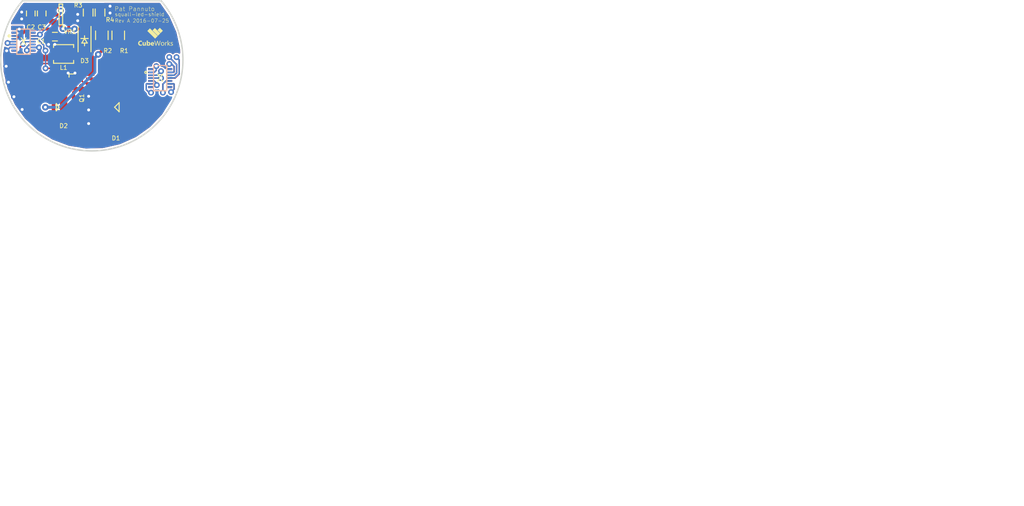
<source format=kicad_pcb>
(kicad_pcb (version 4) (host pcbnew "(2016-07-14 BZR 6979)-product")

  (general
    (links 50)
    (no_connects 9)
    (area 137.2318 91.3893 282.218715 163.828)
    (thickness 1.6)
    (drawings 6)
    (tracks 264)
    (zones 0)
    (modules 15)
    (nets 26)
  )

  (page A4)
  (title_block
    (title squall-led-shield)
    (date 2016-07-24)
    (rev A)
    (company CubeWorks)
  )

  (layers
    (0 F.Cu signal)
    (31 B.Cu signal)
    (32 B.Adhes user)
    (33 F.Adhes user)
    (34 B.Paste user)
    (35 F.Paste user)
    (36 B.SilkS user)
    (37 F.SilkS user)
    (38 B.Mask user)
    (39 F.Mask user)
    (40 Dwgs.User user)
    (41 Cmts.User user)
    (42 Eco1.User user)
    (43 Eco2.User user)
    (44 Edge.Cuts user)
    (45 Margin user)
    (46 B.CrtYd user)
    (47 F.CrtYd user)
    (48 B.Fab user)
    (49 F.Fab user)
  )

  (setup
    (last_trace_width 0.2032)
    (trace_clearance 0.1524)
    (zone_clearance 0.2032)
    (zone_45_only no)
    (trace_min 0.1524)
    (segment_width 0.2)
    (edge_width 0.2)
    (via_size 0.8128)
    (via_drill 0.4064)
    (via_min_size 0.1524)
    (via_min_drill 0.1524)
    (uvia_size 0.508)
    (uvia_drill 0.254)
    (uvias_allowed no)
    (uvia_min_size 0.1524)
    (uvia_min_drill 0.1524)
    (pcb_text_width 0.3)
    (pcb_text_size 1.016 1.016)
    (mod_edge_width 0.15)
    (mod_text_size 1 1)
    (mod_text_width 0.15)
    (pad_size 1.5 1.5)
    (pad_drill 0.6)
    (pad_to_mask_clearance 0)
    (aux_axis_origin 0 0)
    (grid_origin 152.4 101.6)
    (visible_elements FFFFFF7F)
    (pcbplotparams
      (layerselection 0x010f0_ffffffff)
      (usegerberextensions true)
      (excludeedgelayer true)
      (linewidth 0.100000)
      (plotframeref false)
      (viasonmask false)
      (mode 1)
      (useauxorigin false)
      (hpglpennumber 1)
      (hpglpenspeed 20)
      (hpglpendiameter 15)
      (psnegative false)
      (psa4output false)
      (plotreference true)
      (plotvalue true)
      (plotinvisibletext false)
      (padsonsilk false)
      (subtractmaskfromsilk false)
      (outputformat 1)
      (mirror false)
      (drillshape 0)
      (scaleselection 1)
      (outputdirectory output/))
  )

  (net 0 "")
  (net 1 GND)
  (net 2 "Net-(D1-Pad1)")
  (net 3 "Net-(D1-Pad2)")
  (net 4 VCC)
  (net 5 /~REG_SHDN)
  (net 6 /LED_IR)
  (net 7 /LED_WHITE)
  (net 8 "Net-(J1-Pad8)")
  (net 9 "Net-(J1-Pad11)")
  (net 10 "Net-(J1-Pad12)")
  (net 11 "Net-(J1-Pad13)")
  (net 12 "Net-(J1-Pad14)")
  (net 13 "Net-(J1-Pad15)")
  (net 14 "Net-(J1-Pad16)")
  (net 15 "Net-(J1-Pad17)")
  (net 16 "Net-(J1-Pad18)")
  (net 17 "Net-(J1-Pad19)")
  (net 18 "Net-(J1-Pad20)")
  (net 19 "Net-(D2-Pad1)")
  (net 20 "Net-(D2-Pad2)")
  (net 21 /CREE_THERMAL)
  (net 22 /VREG)
  (net 23 /VREG_FEEDBACK)
  (net 24 /SQUALL_5V)
  (net 25 /VREG_SW)

  (net_class Default "This is the default net class."
    (clearance 0.1524)
    (trace_width 0.2032)
    (via_dia 0.8128)
    (via_drill 0.4064)
    (uvia_dia 0.508)
    (uvia_drill 0.254)
    (add_net /CREE_THERMAL)
    (add_net /LED_IR)
    (add_net /LED_WHITE)
    (add_net /SQUALL_5V)
    (add_net /VREG)
    (add_net /VREG_FEEDBACK)
    (add_net /VREG_SW)
    (add_net /~REG_SHDN)
    (add_net GND)
    (add_net "Net-(D1-Pad1)")
    (add_net "Net-(D1-Pad2)")
    (add_net "Net-(D2-Pad1)")
    (add_net "Net-(D2-Pad2)")
    (add_net "Net-(J1-Pad11)")
    (add_net "Net-(J1-Pad12)")
    (add_net "Net-(J1-Pad13)")
    (add_net "Net-(J1-Pad14)")
    (add_net "Net-(J1-Pad15)")
    (add_net "Net-(J1-Pad16)")
    (add_net "Net-(J1-Pad17)")
    (add_net "Net-(J1-Pad18)")
    (add_net "Net-(J1-Pad19)")
    (add_net "Net-(J1-Pad20)")
    (add_net "Net-(J1-Pad8)")
    (add_net VCC)
  )

  (net_class Fat ""
    (clearance 0.2032)
    (trace_width 0.4064)
    (via_dia 1.2192)
    (via_drill 0.4064)
    (uvia_dia 0.508)
    (uvia_drill 0.254)
  )

  (module Capacitors_SMD:C_0603 (layer F.Cu) (tedit 57967416) (tstamp 5794E38A)
    (at 147.2565 98.3615 180)
    (descr "Capacitor SMD 0603, reflow soldering, AVX (see smccp.pdf)")
    (tags "capacitor 0603")
    (path /57928D18)
    (attr smd)
    (fp_text reference C1 (at 1.905 -0.635) (layer F.SilkS)
      (effects (font (size 0.6 0.6) (thickness 0.1)))
    )
    (fp_text value 4.7µF (at 0 1.9 180) (layer F.Fab) hide
      (effects (font (size 1 1) (thickness 0.15)))
    )
    (fp_line (start -1.45 -0.75) (end 1.45 -0.75) (layer F.CrtYd) (width 0.05))
    (fp_line (start -1.45 0.75) (end 1.45 0.75) (layer F.CrtYd) (width 0.05))
    (fp_line (start -1.45 -0.75) (end -1.45 0.75) (layer F.CrtYd) (width 0.05))
    (fp_line (start 1.45 -0.75) (end 1.45 0.75) (layer F.CrtYd) (width 0.05))
    (fp_line (start -0.35 -0.6) (end 0.35 -0.6) (layer F.SilkS) (width 0.15))
    (fp_line (start 0.35 0.6) (end -0.35 0.6) (layer F.SilkS) (width 0.15))
    (pad 1 smd rect (at -0.75 0 180) (size 0.8 0.75) (layers F.Cu F.Paste F.Mask)
      (net 4 VCC))
    (pad 2 smd rect (at 0.75 0 180) (size 0.8 0.75) (layers F.Cu F.Paste F.Mask)
      (net 1 GND))
    (model Capacitors_SMD.3dshapes/C_0603.wrl
      (at (xyz 0 0 0))
      (scale (xyz 1 1 1))
      (rotate (xyz 0 0 0))
    )
  )

  (module Capacitors_SMD:C_0603 (layer F.Cu) (tedit 57967488) (tstamp 5794E396)
    (at 143.891 95.123 270)
    (descr "Capacitor SMD 0603, reflow soldering, AVX (see smccp.pdf)")
    (tags "capacitor 0603")
    (path /57928D63)
    (attr smd)
    (fp_text reference C2 (at 1.905 0) (layer F.SilkS)
      (effects (font (size 0.6 0.6) (thickness 0.1)))
    )
    (fp_text value 4.7µF (at 0 1.9 270) (layer F.Fab) hide
      (effects (font (size 1 1) (thickness 0.15)))
    )
    (fp_line (start -1.45 -0.75) (end 1.45 -0.75) (layer F.CrtYd) (width 0.05))
    (fp_line (start -1.45 0.75) (end 1.45 0.75) (layer F.CrtYd) (width 0.05))
    (fp_line (start -1.45 -0.75) (end -1.45 0.75) (layer F.CrtYd) (width 0.05))
    (fp_line (start 1.45 -0.75) (end 1.45 0.75) (layer F.CrtYd) (width 0.05))
    (fp_line (start -0.35 -0.6) (end 0.35 -0.6) (layer F.SilkS) (width 0.15))
    (fp_line (start 0.35 0.6) (end -0.35 0.6) (layer F.SilkS) (width 0.15))
    (pad 1 smd rect (at -0.75 0 270) (size 0.8 0.75) (layers F.Cu F.Paste F.Mask)
      (net 22 /VREG))
    (pad 2 smd rect (at 0.75 0 270) (size 0.8 0.75) (layers F.Cu F.Paste F.Mask)
      (net 1 GND))
    (model Capacitors_SMD.3dshapes/C_0603.wrl
      (at (xyz 0 0 0))
      (scale (xyz 1 1 1))
      (rotate (xyz 0 0 0))
    )
  )

  (module Squall:SQUALL_HEADER locked (layer F.Cu) (tedit 5794F07C) (tstamp 5794E403)
    (at 152.4 101.6)
    (path /57916234)
    (fp_text reference J1 (at -8.89 0.5) (layer F.SilkS) hide
      (effects (font (size 1 1) (thickness 0.15)))
    )
    (fp_text value SQUALL_HEADER (at -8.89 -6.85) (layer F.Fab) hide
      (effects (font (size 1 1) (thickness 0.15)))
    )
    (fp_text user X (at 9.525 2.54) (layer F.SilkS)
      (effects (font (size 1 1) (thickness 0.15)))
    )
    (fp_circle (center -11.525 -3.34) (end -11.575 -3.39) (layer F.SilkS) (width 0.15))
    (fp_line (start -10.965 -4.84) (end -10.965 -0.24) (layer F.Fab) (width 0.15))
    (fp_line (start -10.965 -0.24) (end -8.085 -0.24) (layer F.Fab) (width 0.15))
    (fp_line (start -8.085 -4.84) (end -8.085 -0.24) (layer F.Fab) (width 0.15))
    (fp_line (start -10.965 -4.84) (end -8.085 -4.84) (layer F.Fab) (width 0.15))
    (fp_line (start -10.45 -4.3) (end -10.45 -0.78) (layer F.SilkS) (width 0.15))
    (fp_line (start -10.45 -0.78) (end -8.6 -0.78) (layer F.SilkS) (width 0.15))
    (fp_line (start -8.6 -4.3) (end -8.6 -0.78) (layer F.SilkS) (width 0.15))
    (fp_line (start -10.45 -4.3) (end -8.6 -4.3) (layer F.SilkS) (width 0.15))
    (fp_line (start -10.45 -4.3) (end -10.45 -0.78) (layer B.SilkS) (width 0.15))
    (fp_line (start -10.45 -0.78) (end -8.6 -0.78) (layer B.SilkS) (width 0.15))
    (fp_line (start -8.6 -4.3) (end -8.6 -0.78) (layer B.SilkS) (width 0.15))
    (fp_line (start -10.45 -4.3) (end -8.6 -4.3) (layer B.SilkS) (width 0.15))
    (fp_text user X (at -9.525 -2.54) (layer F.SilkS)
      (effects (font (size 1 1) (thickness 0.15)))
    )
    (fp_circle (center 7.525 1.74) (end 7.475 1.69) (layer F.SilkS) (width 0.15))
    (fp_line (start 8.085 0.24) (end 8.085 4.84) (layer F.Fab) (width 0.15))
    (fp_line (start 8.085 4.84) (end 10.965 4.84) (layer F.Fab) (width 0.15))
    (fp_line (start 10.965 0.24) (end 10.965 4.84) (layer F.Fab) (width 0.15))
    (fp_line (start 8.085 0.24) (end 10.965 0.24) (layer F.Fab) (width 0.15))
    (fp_line (start 8.6 0.78) (end 8.6 4.3) (layer F.SilkS) (width 0.15))
    (fp_line (start 8.6 4.3) (end 10.45 4.3) (layer F.SilkS) (width 0.15))
    (fp_line (start 10.45 0.78) (end 10.45 4.3) (layer F.SilkS) (width 0.15))
    (fp_line (start 8.6 0.78) (end 10.45 0.78) (layer F.SilkS) (width 0.15))
    (fp_line (start 8.6 0.78) (end 8.6 4.3) (layer B.SilkS) (width 0.15))
    (fp_line (start 8.6 4.3) (end 10.45 4.3) (layer B.SilkS) (width 0.15))
    (fp_line (start 10.45 0.78) (end 10.45 4.3) (layer B.SilkS) (width 0.15))
    (fp_line (start 8.6 0.78) (end 10.45 0.78) (layer B.SilkS) (width 0.15))
    (pad AL smd rect (at -10.88 -3.79) (size 0.66 0.3) (layers F.Cu F.Paste F.Mask))
    (pad AL smd rect (at -10.88 -3.79) (size 0.66 0.3) (layers B.Cu B.Paste B.Mask))
    (pad BL smd rect (at -8.17 -3.79) (size 0.66 0.3) (layers F.Cu F.Paste F.Mask))
    (pad BL smd rect (at -8.17 -3.79) (size 0.66 0.3) (layers B.Cu B.Paste B.Mask))
    (pad CL smd rect (at -10.88 -1.29) (size 0.66 0.3) (layers F.Cu F.Paste F.Mask))
    (pad CL smd rect (at -10.88 -1.29) (size 0.66 0.3) (layers B.Cu B.Paste B.Mask))
    (pad DL smd rect (at -8.17 -1.29) (size 0.66 0.3) (layers F.Cu F.Paste F.Mask))
    (pad DL smd rect (at -8.17 -1.29) (size 0.66 0.3) (layers B.Cu B.Paste B.Mask))
    (pad 1 smd rect (at -10.88 -3.34) (size 0.66 0.23) (layers F.Cu F.Paste F.Mask)
      (net 4 VCC))
    (pad 1 smd rect (at -10.88 -3.34) (size 0.66 0.23) (layers B.Cu B.Paste B.Mask)
      (net 4 VCC))
    (pad 2 smd rect (at -8.17 -3.34) (size 0.66 0.23) (layers F.Cu F.Paste F.Mask)
      (net 5 /~REG_SHDN))
    (pad 2 smd rect (at -8.17 -3.34) (size 0.66 0.23) (layers B.Cu B.Paste B.Mask)
      (net 5 /~REG_SHDN))
    (pad 3 smd rect (at -10.88 -2.94) (size 0.66 0.23) (layers F.Cu F.Paste F.Mask)
      (net 4 VCC))
    (pad 3 smd rect (at -10.88 -2.94) (size 0.66 0.23) (layers B.Cu B.Paste B.Mask)
      (net 4 VCC))
    (pad 4 smd rect (at -8.17 -2.94) (size 0.66 0.23) (layers F.Cu F.Paste F.Mask)
      (net 6 /LED_IR))
    (pad 4 smd rect (at -8.17 -2.94) (size 0.66 0.23) (layers B.Cu B.Paste B.Mask)
      (net 6 /LED_IR))
    (pad 5 smd rect (at -10.88 -2.54) (size 0.66 0.23) (layers F.Cu F.Paste F.Mask)
      (net 24 /SQUALL_5V))
    (pad 5 smd rect (at -10.88 -2.54) (size 0.66 0.23) (layers B.Cu B.Paste B.Mask)
      (net 24 /SQUALL_5V))
    (pad 6 smd rect (at -8.17 -2.54) (size 0.66 0.23) (layers F.Cu F.Paste F.Mask)
      (net 7 /LED_WHITE))
    (pad 6 smd rect (at -8.17 -2.54) (size 0.66 0.23) (layers B.Cu B.Paste B.Mask)
      (net 7 /LED_WHITE))
    (pad 7 smd rect (at -10.88 -2.14) (size 0.66 0.23) (layers F.Cu F.Paste F.Mask)
      (net 24 /SQUALL_5V))
    (pad 7 smd rect (at -10.88 -2.14) (size 0.66 0.23) (layers B.Cu B.Paste B.Mask)
      (net 24 /SQUALL_5V))
    (pad 8 smd rect (at -8.17 -2.14) (size 0.66 0.23) (layers F.Cu F.Paste F.Mask)
      (net 8 "Net-(J1-Pad8)"))
    (pad 8 smd rect (at -8.17 -2.14) (size 0.66 0.23) (layers B.Cu B.Paste B.Mask)
      (net 8 "Net-(J1-Pad8)"))
    (pad 9 smd rect (at -10.88 -1.74) (size 0.66 0.23) (layers F.Cu F.Paste F.Mask)
      (net 1 GND))
    (pad 9 smd rect (at -10.88 -1.74) (size 0.66 0.23) (layers B.Cu B.Paste B.Mask)
      (net 1 GND))
    (pad 10 smd rect (at -8.17 -1.74) (size 0.66 0.23) (layers F.Cu F.Paste F.Mask)
      (net 1 GND))
    (pad 10 smd rect (at -8.17 -1.74) (size 0.66 0.23) (layers B.Cu B.Paste B.Mask)
      (net 1 GND))
    (pad AR smd rect (at 8.17 1.29) (size 0.66 0.3) (layers F.Cu F.Paste F.Mask))
    (pad AR smd rect (at 8.17 1.29) (size 0.66 0.3) (layers B.Cu B.Paste B.Mask))
    (pad BR smd rect (at 10.88 1.29) (size 0.66 0.3) (layers F.Cu F.Paste F.Mask))
    (pad BR smd rect (at 10.88 1.29) (size 0.66 0.3) (layers B.Cu B.Paste B.Mask))
    (pad CR smd rect (at 8.17 3.79) (size 0.66 0.3) (layers F.Cu F.Paste F.Mask))
    (pad CR smd rect (at 8.17 3.79) (size 0.66 0.3) (layers B.Cu B.Paste B.Mask))
    (pad DR smd rect (at 10.88 3.79) (size 0.66 0.3) (layers F.Cu F.Paste F.Mask))
    (pad DR smd rect (at 10.88 3.79) (size 0.66 0.3) (layers B.Cu B.Paste B.Mask))
    (pad 11 smd rect (at 8.17 1.74) (size 0.66 0.23) (layers F.Cu F.Paste F.Mask)
      (net 9 "Net-(J1-Pad11)"))
    (pad 11 smd rect (at 8.17 1.74) (size 0.66 0.23) (layers B.Cu B.Paste B.Mask)
      (net 9 "Net-(J1-Pad11)"))
    (pad 12 smd rect (at 10.88 1.74) (size 0.66 0.23) (layers F.Cu F.Paste F.Mask)
      (net 10 "Net-(J1-Pad12)"))
    (pad 12 smd rect (at 10.88 1.74) (size 0.66 0.23) (layers B.Cu B.Paste B.Mask)
      (net 10 "Net-(J1-Pad12)"))
    (pad 13 smd rect (at 8.17 2.14) (size 0.66 0.23) (layers F.Cu F.Paste F.Mask)
      (net 11 "Net-(J1-Pad13)"))
    (pad 13 smd rect (at 8.17 2.14) (size 0.66 0.23) (layers B.Cu B.Paste B.Mask)
      (net 11 "Net-(J1-Pad13)"))
    (pad 14 smd rect (at 10.88 2.14) (size 0.66 0.23) (layers F.Cu F.Paste F.Mask)
      (net 12 "Net-(J1-Pad14)"))
    (pad 14 smd rect (at 10.88 2.14) (size 0.66 0.23) (layers B.Cu B.Paste B.Mask)
      (net 12 "Net-(J1-Pad14)"))
    (pad 15 smd rect (at 8.17 2.54) (size 0.66 0.23) (layers F.Cu F.Paste F.Mask)
      (net 13 "Net-(J1-Pad15)"))
    (pad 15 smd rect (at 8.17 2.54) (size 0.66 0.23) (layers B.Cu B.Paste B.Mask)
      (net 13 "Net-(J1-Pad15)"))
    (pad 16 smd rect (at 10.88 2.54) (size 0.66 0.23) (layers F.Cu F.Paste F.Mask)
      (net 14 "Net-(J1-Pad16)"))
    (pad 16 smd rect (at 10.88 2.54) (size 0.66 0.23) (layers B.Cu B.Paste B.Mask)
      (net 14 "Net-(J1-Pad16)"))
    (pad 17 smd rect (at 8.17 2.94) (size 0.66 0.23) (layers F.Cu F.Paste F.Mask)
      (net 15 "Net-(J1-Pad17)"))
    (pad 17 smd rect (at 8.17 2.94) (size 0.66 0.23) (layers B.Cu B.Paste B.Mask)
      (net 15 "Net-(J1-Pad17)"))
    (pad 18 smd rect (at 10.88 2.94) (size 0.66 0.23) (layers F.Cu F.Paste F.Mask)
      (net 16 "Net-(J1-Pad18)"))
    (pad 18 smd rect (at 10.88 2.94) (size 0.66 0.23) (layers B.Cu B.Paste B.Mask)
      (net 16 "Net-(J1-Pad18)"))
    (pad 19 smd rect (at 8.17 3.34) (size 0.66 0.23) (layers F.Cu F.Paste F.Mask)
      (net 17 "Net-(J1-Pad19)"))
    (pad 19 smd rect (at 8.17 3.34) (size 0.66 0.23) (layers B.Cu B.Paste B.Mask)
      (net 17 "Net-(J1-Pad19)"))
    (pad 20 smd rect (at 10.88 3.34) (size 0.66 0.23) (layers F.Cu F.Paste F.Mask)
      (net 18 "Net-(J1-Pad20)"))
    (pad 20 smd rect (at 10.88 3.34) (size 0.66 0.23) (layers B.Cu B.Paste B.Mask)
      (net 18 "Net-(J1-Pad20)"))
  )

  (module Squall:INDUCTOR_VLF (layer F.Cu) (tedit 57967453) (tstamp 5794E40F)
    (at 148.463 100.7745)
    (path /57928DFE)
    (fp_text reference L1 (at 0 1.905 180) (layer F.SilkS)
      (effects (font (size 0.6 0.6) (thickness 0.1)))
    )
    (fp_text value 4.7µH (at 0 -4.31) (layer F.Fab) hide
      (effects (font (size 1 1) (thickness 0.15)))
    )
    (fp_line (start 1.4 -1.3) (end 1.4 -0.9) (layer F.SilkS) (width 0.15))
    (fp_line (start -1.4 -1.3) (end -1.4 -0.9) (layer F.SilkS) (width 0.15))
    (fp_line (start -1.4 -1.3) (end 1.4 -1.3) (layer F.SilkS) (width 0.15))
    (fp_line (start 1.4 0.9) (end 1.4 1.3) (layer F.SilkS) (width 0.15))
    (fp_line (start 1.4 1.3) (end -1.4 1.3) (layer F.SilkS) (width 0.15))
    (fp_line (start -1.4 1.3) (end -1.4 0.9) (layer F.SilkS) (width 0.15))
    (pad 1 smd rect (at -1.375 0) (size 0.65 1.2) (layers F.Cu F.Paste F.Mask)
      (net 4 VCC))
    (pad 2 smd rect (at 1.375 0) (size 0.65 1.2) (layers F.Cu F.Paste F.Mask)
      (net 25 /VREG_SW))
  )

  (module TO_SOT_Packages_SMD:SC-70-6 (layer F.Cu) (tedit 579679B9) (tstamp 5794E41B)
    (at 151.003 104.902 270)
    (descr SC-70-6,)
    (tags SC-70-6,)
    (path /579646C6)
    (attr smd)
    (fp_text reference Q1 (at 2.032 0 270) (layer F.SilkS)
      (effects (font (size 0.6 0.6) (thickness 0.1)))
    )
    (fp_text value Q_2NMOS (at 0.04064 4.191 270) (layer F.Fab) hide
      (effects (font (size 1 1) (thickness 0.15)))
    )
    (fp_line (start -1.33096 1.16078) (end -1.33096 1.77038) (layer F.SilkS) (width 0.15))
    (fp_line (start -1.33096 1.77038) (end -0.89916 1.78054) (layer F.SilkS) (width 0.15))
    (pad 1 smd rect (at -0.65024 0.94996 270) (size 0.39878 0.7493) (layers F.Cu F.Paste F.Mask)
      (net 1 GND))
    (pad 2 smd rect (at 0 0.94996 270) (size 0.39878 0.7493) (layers F.Cu F.Paste F.Mask)
      (net 6 /LED_IR))
    (pad 3 smd rect (at 0.65024 0.94996 270) (size 0.39878 0.7493) (layers F.Cu F.Paste F.Mask)
      (net 19 "Net-(D2-Pad1)"))
    (pad 4 smd rect (at 0.65024 -0.94996 270) (size 0.39878 0.7493) (layers F.Cu F.Paste F.Mask)
      (net 1 GND))
    (pad 5 smd rect (at 0 -0.94996 270) (size 0.39878 0.7493) (layers F.Cu F.Paste F.Mask)
      (net 7 /LED_WHITE))
    (pad 6 smd rect (at -0.65024 -0.94996 270) (size 0.39878 0.7493) (layers F.Cu F.Paste F.Mask)
      (net 2 "Net-(D1-Pad1)"))
    (model TO_SOT_Packages_SMD.3dshapes/SC-70-6.wrl
      (at (xyz 0 0 0))
      (scale (xyz 1 1 1))
      (rotate (xyz 0 0 0))
    )
  )

  (module TO_SOT_Packages_SMD:SOT-23-6 (layer F.Cu) (tedit 57967425) (tstamp 5794E436)
    (at 148.082 95.25 180)
    (descr "6-pin SOT-23 package")
    (tags SOT-23-6)
    (path /57928866)
    (attr smd)
    (fp_text reference VR1 (at -1.27 -2.413) (layer F.SilkS)
      (effects (font (size 0.6 0.6) (thickness 0.1)))
    )
    (fp_text value AAT1217 (at 0 2.9 180) (layer F.Fab) hide
      (effects (font (size 1 1) (thickness 0.15)))
    )
    (fp_circle (center -0.4 -1.7) (end -0.3 -1.7) (layer F.SilkS) (width 0.15))
    (fp_line (start 0.25 -1.45) (end -0.25 -1.45) (layer F.SilkS) (width 0.15))
    (fp_line (start 0.25 1.45) (end 0.25 -1.45) (layer F.SilkS) (width 0.15))
    (fp_line (start -0.25 1.45) (end 0.25 1.45) (layer F.SilkS) (width 0.15))
    (fp_line (start -0.25 -1.45) (end -0.25 1.45) (layer F.SilkS) (width 0.15))
    (pad 1 smd rect (at -1.1 -0.95 180) (size 1.06 0.65) (layers F.Cu F.Paste F.Mask)
      (net 25 /VREG_SW))
    (pad 2 smd rect (at -1.1 0 180) (size 1.06 0.65) (layers F.Cu F.Paste F.Mask)
      (net 1 GND))
    (pad 3 smd rect (at -1.1 0.95 180) (size 1.06 0.65) (layers F.Cu F.Paste F.Mask)
      (net 23 /VREG_FEEDBACK))
    (pad 4 smd rect (at 1.1 0.95 180) (size 1.06 0.65) (layers F.Cu F.Paste F.Mask)
      (net 5 /~REG_SHDN))
    (pad 6 smd rect (at 1.1 -0.95 180) (size 1.06 0.65) (layers F.Cu F.Paste F.Mask)
      (net 4 VCC))
    (pad 5 smd rect (at 1.1 0 180) (size 1.06 0.65) (layers F.Cu F.Paste F.Mask)
      (net 22 /VREG))
    (model TO_SOT_Packages_SMD.3dshapes/SOT-23-6.wrl
      (at (xyz 0 0 0))
      (scale (xyz 1 1 1))
      (rotate (xyz 0 0 0))
    )
  )

  (module Squall:CREE_XT-E (layer F.Cu) (tedit 579679CD) (tstamp 579510F4)
    (at 148.463 108.204)
    (path /579524D4)
    (fp_text reference D2 (at 0 2.6035) (layer F.SilkS)
      (effects (font (size 0.6 0.6) (thickness 0.1)))
    )
    (fp_text value LED_HIGH_POWER (at 0 -2.54) (layer F.Fab) hide
      (effects (font (size 1 1) (thickness 0.15)))
    )
    (fp_line (start -1.778 -1.778) (end 1.778 -1.778) (layer F.Fab) (width 0.15))
    (fp_line (start 1.778 -1.778) (end 1.778 1.778) (layer F.Fab) (width 0.15))
    (fp_line (start 1.778 1.778) (end -1.778 1.778) (layer F.Fab) (width 0.15))
    (fp_line (start -1.778 1.778) (end -1.778 -1.778) (layer F.Fab) (width 0.15))
    (fp_line (start -1.016 -0.508) (end -1.016 0.508) (layer F.SilkS) (width 0.15))
    (fp_line (start -1.016 0.508) (end -0.635 0) (layer F.SilkS) (width 0.15))
    (fp_line (start -0.635 0) (end -1.016 -0.508) (layer F.SilkS) (width 0.15))
    (pad 2 smd rect (at -1.4 0) (size 0.5 3.3) (layers F.Cu F.Paste F.Mask)
      (net 20 "Net-(D2-Pad2)"))
    (pad 1 smd rect (at 1.4 0) (size 0.5 3.3) (layers F.Cu F.Paste F.Mask)
      (net 19 "Net-(D2-Pad1)"))
    (pad THER smd rect (at 0 0) (size 1 3.3) (layers F.Cu F.Paste F.Mask)
      (net 21 /CREE_THERMAL))
  )

  (module Squall:VSMY785X (layer F.Cu) (tedit 579679C7) (tstamp 57951162)
    (at 156.337 108.204 90)
    (path /57965013)
    (fp_text reference D1 (at -4.318 -0.576 180) (layer F.SilkS)
      (effects (font (size 0.6 0.6) (thickness 0.1)))
    )
    (fp_text value LED (at 0 -4.31 90) (layer F.Fab) hide
      (effects (font (size 1 1) (thickness 0.15)))
    )
    (fp_line (start 0 -0.762) (end -0.635 -0.127) (layer F.SilkS) (width 0.15))
    (fp_line (start 0.635 -0.127) (end 0 -0.762) (layer F.SilkS) (width 0.15))
    (fp_line (start -0.635 -0.127) (end 0.635 -0.127) (layer F.SilkS) (width 0.15))
    (fp_text user Heatsink? (at 0 4.191 90) (layer F.Fab) hide
      (effects (font (size 1 1) (thickness 0.15)))
    )
    (pad 1 smd rect (at 0 -2.1 90) (size 6.2 2) (layers F.Cu F.Paste F.Mask)
      (net 2 "Net-(D1-Pad1)"))
    (pad 2 smd rect (at 0 1.65 90) (size 6.2 3) (layers F.Cu F.Paste F.Mask)
      (net 3 "Net-(D1-Pad2)"))
  )

  (module Squall:CubeWorks_Logo-5mm (layer F.Cu) (tedit 0) (tstamp 57953BC9)
    (at 161.29 98.425)
    (path /579536BF)
    (fp_text reference _1 (at 0 0) (layer F.SilkS) hide
      (effects (font (thickness 0.3)))
    )
    (fp_text value CubeWorks-Logo (at 0.75 0) (layer F.SilkS) hide
      (effects (font (thickness 0.3)))
    )
    (fp_poly (pts (xy -2.046776 0.505728) (xy -2.025808 0.506735) (xy -2.005633 0.508397) (xy -1.986244 0.510713)
      (xy -1.967637 0.513684) (xy -1.949804 0.517312) (xy -1.932739 0.521597) (xy -1.916436 0.526541)
      (xy -1.914849 0.527071) (xy -1.907333 0.529603) (xy -1.907201 0.601481) (xy -1.907188 0.610024)
      (xy -1.90718 0.618278) (xy -1.907176 0.626184) (xy -1.907177 0.633682) (xy -1.907182 0.640715)
      (xy -1.907192 0.647222) (xy -1.907206 0.653145) (xy -1.907224 0.658426) (xy -1.907246 0.663004)
      (xy -1.907272 0.666822) (xy -1.907301 0.66982) (xy -1.907333 0.671939) (xy -1.907368 0.673121)
      (xy -1.907394 0.673359) (xy -1.907931 0.67312) (xy -1.909224 0.672457) (xy -1.911127 0.671448)
      (xy -1.913491 0.670172) (xy -1.916079 0.668756) (xy -1.930617 0.66133) (xy -1.945656 0.654789)
      (xy -1.961208 0.649129) (xy -1.977286 0.644347) (xy -1.993902 0.640438) (xy -2.01107 0.637399)
      (xy -2.027075 0.635398) (xy -2.030125 0.635103) (xy -2.032983 0.634865) (xy -2.035812 0.634678)
      (xy -2.03877 0.634536) (xy -2.042018 0.634434) (xy -2.045717 0.634367) (xy -2.050026 0.63433)
      (xy -2.055106 0.634316) (xy -2.058955 0.634317) (xy -2.064209 0.634325) (xy -2.068579 0.634341)
      (xy -2.072216 0.634373) (xy -2.075272 0.634428) (xy -2.0779 0.634514) (xy -2.080251 0.634639)
      (xy -2.082479 0.63481) (xy -2.084733 0.635035) (xy -2.087168 0.635321) (xy -2.089934 0.635677)
      (xy -2.092344 0.635997) (xy -2.107216 0.638422) (xy -2.121433 0.641642) (xy -2.135021 0.645668)
      (xy -2.148003 0.65051) (xy -2.160405 0.65618) (xy -2.17225 0.662689) (xy -2.183564 0.670047)
      (xy -2.194371 0.678267) (xy -2.203101 0.685869) (xy -2.212989 0.695681) (xy -2.222047 0.706077)
      (xy -2.23028 0.717067) (xy -2.237691 0.72866) (xy -2.244286 0.740866) (xy -2.25007 0.753695)
      (xy -2.255045 0.767155) (xy -2.259218 0.781258) (xy -2.262593 0.796011) (xy -2.265174 0.811425)
      (xy -2.266098 0.818761) (xy -2.266461 0.82202) (xy -2.266755 0.82488) (xy -2.266989 0.827504)
      (xy -2.267169 0.830055) (xy -2.267303 0.832695) (xy -2.267396 0.835587) (xy -2.267456 0.838892)
      (xy -2.26749 0.842773) (xy -2.267505 0.847394) (xy -2.267507 0.851937) (xy -2.267502 0.857286)
      (xy -2.267484 0.861758) (xy -2.267447 0.865511) (xy -2.267382 0.868705) (xy -2.267284 0.871499)
      (xy -2.267146 0.874051) (xy -2.266961 0.876521) (xy -2.266722 0.879068) (xy -2.266422 0.881851)
      (xy -2.266106 0.884594) (xy -2.263871 0.900079) (xy -2.260875 0.914867) (xy -2.257111 0.928975)
      (xy -2.252572 0.94242) (xy -2.247249 0.955218) (xy -2.241135 0.967386) (xy -2.234222 0.97894)
      (xy -2.226502 0.989897) (xy -2.217967 1.000273) (xy -2.20861 1.010086) (xy -2.206402 1.012208)
      (xy -2.196335 1.021032) (xy -2.185708 1.028999) (xy -2.174517 1.036109) (xy -2.162757 1.042364)
      (xy -2.150424 1.047765) (xy -2.137516 1.052313) (xy -2.124027 1.056009) (xy -2.109955 1.058856)
      (xy -2.095295 1.060853) (xy -2.080043 1.062003) (xy -2.064196 1.062306) (xy -2.055067 1.062107)
      (xy -2.036768 1.060956) (xy -2.018777 1.058832) (xy -2.001113 1.055739) (xy -1.983796 1.051683)
      (xy -1.966843 1.046669) (xy -1.950275 1.040702) (xy -1.93411 1.033787) (xy -1.918367 1.025929)
      (xy -1.917107 1.02525) (xy -1.914269 1.023717) (xy -1.911743 1.022369) (xy -1.90967 1.021279)
      (xy -1.90819 1.020519) (xy -1.907443 1.020164) (xy -1.907386 1.020147) (xy -1.907348 1.020655)
      (xy -1.907314 1.02214) (xy -1.907283 1.02454) (xy -1.907256 1.027795) (xy -1.907232 1.031845)
      (xy -1.907212 1.03663) (xy -1.907196 1.042088) (xy -1.907185 1.048159) (xy -1.907178 1.054782)
      (xy -1.907175 1.061898) (xy -1.907177 1.069446) (xy -1.907184 1.077365) (xy -1.907196 1.085594)
      (xy -1.907201 1.088333) (xy -1.907333 1.156519) (xy -1.916145 1.160403) (xy -1.930239 1.166142)
      (xy -1.945178 1.171309) (xy -1.960937 1.1759) (xy -1.977494 1.17991) (xy -1.994823 1.183333)
      (xy -2.012901 1.186164) (xy -2.031703 1.188398) (xy -2.051207 1.190031) (xy -2.056882 1.190384)
      (xy -2.060752 1.19058) (xy -2.06532 1.190766) (xy -2.070419 1.190938) (xy -2.075886 1.191093)
      (xy -2.081557 1.191228) (xy -2.087265 1.191341) (xy -2.092849 1.191428) (xy -2.098141 1.191486)
      (xy -2.10298 1.191512) (xy -2.107199 1.191502) (xy -2.110634 1.191455) (xy -2.112088 1.191413)
      (xy -2.127126 1.190675) (xy -2.141368 1.189574) (xy -2.154996 1.188089) (xy -2.168193 1.186196)
      (xy -2.181144 1.183873) (xy -2.193212 1.181287) (xy -2.210731 1.176756) (xy -2.227629 1.171397)
      (xy -2.243909 1.165207) (xy -2.259579 1.158182) (xy -2.274643 1.15032) (xy -2.289106 1.141618)
      (xy -2.302975 1.132073) (xy -2.316254 1.121681) (xy -2.328948 1.11044) (xy -2.338046 1.101495)
      (xy -2.349855 1.088642) (xy -2.360797 1.075241) (xy -2.370875 1.061286) (xy -2.380092 1.046771)
      (xy -2.38845 1.031689) (xy -2.395953 1.016035) (xy -2.402603 0.999802) (xy -2.408402 0.982985)
      (xy -2.413355 0.965576) (xy -2.417464 0.947571) (xy -2.420732 0.928962) (xy -2.421484 0.92373)
      (xy -2.423492 0.90622) (xy -2.424807 0.888166) (xy -2.425431 0.869787) (xy -2.425364 0.851303)
      (xy -2.424607 0.832933) (xy -2.42316 0.814898) (xy -2.421025 0.797418) (xy -2.421001 0.797249)
      (xy -2.417723 0.777911) (xy -2.413586 0.75915) (xy -2.408584 0.740958) (xy -2.402715 0.723328)
      (xy -2.395975 0.70625) (xy -2.388359 0.689718) (xy -2.379864 0.673724) (xy -2.370487 0.658259)
      (xy -2.360222 0.643317) (xy -2.349066 0.628888) (xy -2.337016 0.614964) (xy -2.326179 0.603633)
      (xy -2.312662 0.590823) (xy -2.298631 0.578909) (xy -2.284083 0.567891) (xy -2.269016 0.557768)
      (xy -2.253429 0.54854) (xy -2.237319 0.540205) (xy -2.220684 0.532762) (xy -2.203522 0.526211)
      (xy -2.185833 0.520551) (xy -2.167612 0.51578) (xy -2.148859 0.511899) (xy -2.129572 0.508905)
      (xy -2.117531 0.507513) (xy -2.111276 0.506915) (xy -2.105383 0.50643) (xy -2.099643 0.506049)
      (xy -2.093847 0.505763) (xy -2.087785 0.505561) (xy -2.08125 0.505436) (xy -2.074032 0.505379)
      (xy -2.068545 0.505373) (xy -2.046776 0.505728)) (layer F.SilkS) (width 0.01))
    (fp_poly (pts (xy -1.667069 0.846594) (xy -1.667067 0.863149) (xy -1.667061 0.878752) (xy -1.667051 0.893398)
      (xy -1.667036 0.907082) (xy -1.667018 0.919797) (xy -1.666995 0.931538) (xy -1.666968 0.9423)
      (xy -1.666937 0.952077) (xy -1.666902 0.960863) (xy -1.666864 0.968653) (xy -1.666821 0.975441)
      (xy -1.666774 0.981222) (xy -1.666723 0.985991) (xy -1.666669 0.989741) (xy -1.66661 0.992466)
      (xy -1.666548 0.994163) (xy -1.666529 0.994458) (xy -1.665351 1.005815) (xy -1.663558 1.01634)
      (xy -1.661146 1.026037) (xy -1.658113 1.034911) (xy -1.654455 1.042968) (xy -1.650169 1.050212)
      (xy -1.64525 1.056648) (xy -1.639696 1.062282) (xy -1.633502 1.067117) (xy -1.626666 1.07116)
      (xy -1.619183 1.074415) (xy -1.611051 1.076886) (xy -1.607615 1.077657) (xy -1.601433 1.078634)
      (xy -1.594618 1.079224) (xy -1.5875 1.079422) (xy -1.58041 1.079223) (xy -1.573678 1.078623)
      (xy -1.570653 1.078188) (xy -1.561972 1.07625) (xy -1.553697 1.073377) (xy -1.545871 1.069606)
      (xy -1.538534 1.064973) (xy -1.531729 1.059515) (xy -1.525498 1.053269) (xy -1.519883 1.046269)
      (xy -1.514925 1.038553) (xy -1.510667 1.030157) (xy -1.508182 1.024049) (xy -1.505431 1.015379)
      (xy -1.503277 1.005912) (xy -1.50173 0.995706) (xy -1.501226 0.99077) (xy -1.50116 0.989523)
      (xy -1.501099 0.987331) (xy -1.501041 0.984186) (xy -1.500988 0.980083) (xy -1.50094 0.975017)
      (xy -1.500895 0.968981) (xy -1.500855 0.961969) (xy -1.500818 0.953977) (xy -1.500786 0.944997)
      (xy -1.500758 0.935024) (xy -1.500734 0.924053) (xy -1.500714 0.912077) (xy -1.500698 0.899091)
      (xy -1.500686 0.885089) (xy -1.500678 0.870064) (xy -1.500674 0.854012) (xy -1.500673 0.845238)
      (xy -1.500673 0.706016) (xy -1.354494 0.706016) (xy -1.354494 1.179804) (xy -1.500673 1.179804)
      (xy -1.500673 1.107751) (xy -1.50184 1.107768) (xy -1.502589 1.108026) (xy -1.50351 1.10886)
      (xy -1.504718 1.110395) (xy -1.505857 1.112043) (xy -1.514227 1.123735) (xy -1.523063 1.134519)
      (xy -1.532357 1.144389) (xy -1.542099 1.153338) (xy -1.552283 1.161363) (xy -1.562898 1.168457)
      (xy -1.573937 1.174615) (xy -1.585391 1.179832) (xy -1.597252 1.184103) (xy -1.609511 1.187421)
      (xy -1.62216 1.189781) (xy -1.629263 1.190667) (xy -1.633043 1.190975) (xy -1.637589 1.191211)
      (xy -1.642632 1.19137) (xy -1.647904 1.191448) (xy -1.653135 1.19144) (xy -1.658058 1.191341)
      (xy -1.661108 1.191219) (xy -1.674867 1.190106) (xy -1.687994 1.188181) (xy -1.700486 1.185445)
      (xy -1.712338 1.181904) (xy -1.723545 1.177558) (xy -1.734103 1.172411) (xy -1.744008 1.166466)
      (xy -1.753255 1.159726) (xy -1.76184 1.152193) (xy -1.769759 1.14387) (xy -1.777007 1.134761)
      (xy -1.78358 1.124868) (xy -1.789473 1.114193) (xy -1.793527 1.105485) (xy -1.797517 1.09544)
      (xy -1.801037 1.084885) (xy -1.804105 1.07374) (xy -1.80674 1.061922) (xy -1.808961 1.04935)
      (xy -1.810786 1.035943) (xy -1.811781 1.026626) (xy -1.812926 1.014704) (xy -1.813298 0.706016)
      (xy -1.667069 0.706016) (xy -1.667069 0.846594)) (layer F.SilkS) (width 0.01))
    (fp_poly (pts (xy -1.083906 0.642761) (xy -1.083905 0.656517) (xy -1.083904 0.669308) (xy -1.083901 0.681167)
      (xy -1.083897 0.692129) (xy -1.083892 0.70223) (xy -1.083885 0.711505) (xy -1.083877 0.719989)
      (xy -1.083866 0.727717) (xy -1.083853 0.734723) (xy -1.083838 0.741044) (xy -1.08382 0.746714)
      (xy -1.083799 0.751768) (xy -1.083775 0.756242) (xy -1.083747 0.76017) (xy -1.083716 0.763587)
      (xy -1.083681 0.766529) (xy -1.083643 0.769031) (xy -1.0836 0.771127) (xy -1.083553 0.772854)
      (xy -1.083501 0.774245) (xy -1.083444 0.775336) (xy -1.083382 0.776162) (xy -1.083315 0.776758)
      (xy -1.083243 0.77716) (xy -1.083165 0.777402) (xy -1.083081 0.777519) (xy -1.082999 0.777547)
      (xy -1.082288 0.77711) (xy -1.081133 0.775859) (xy -1.079608 0.773878) (xy -1.078463 0.772255)
      (xy -1.07439 0.766625) (xy -1.069756 0.760752) (xy -1.064726 0.754815) (xy -1.059462 0.748991)
      (xy -1.05413 0.743461) (xy -1.048892 0.738402) (xy -1.043913 0.733994) (xy -1.041788 0.73226)
      (xy -1.031634 0.724742) (xy -1.021331 0.718173) (xy -1.010728 0.712475) (xy -0.999673 0.707573)
      (xy -0.988015 0.703389) (xy -0.980311 0.701092) (xy -0.96948 0.698521) (xy -0.957977 0.696593)
      (xy -0.945951 0.695314) (xy -0.93355 0.694693) (xy -0.92092 0.694734) (xy -0.908209 0.695445)
      (xy -0.895564 0.696833) (xy -0.893147 0.697178) (xy -0.879646 0.699662) (xy -0.866705 0.70302)
      (xy -0.854326 0.707247) (xy -0.842512 0.712344) (xy -0.831267 0.718306) (xy -0.820593 0.725133)
      (xy -0.810495 0.732821) (xy -0.800976 0.741369) (xy -0.792037 0.750774) (xy -0.783684 0.761035)
      (xy -0.775919 0.772148) (xy -0.769571 0.782639) (xy -0.763182 0.794919) (xy -0.757467 0.807961)
      (xy -0.752432 0.82173) (xy -0.748083 0.836195) (xy -0.744427 0.851323) (xy -0.741471 0.867081)
      (xy -0.73922 0.883435) (xy -0.737682 0.900355) (xy -0.736862 0.917805) (xy -0.736768 0.935755)
      (xy -0.737064 0.946798) (xy -0.738198 0.965615) (xy -0.740123 0.983765) (xy -0.74284 1.001252)
      (xy -0.74635 1.018082) (xy -0.750656 1.034259) (xy -0.755758 1.04979) (xy -0.761659 1.064679)
      (xy -0.76836 1.07893) (xy -0.775863 1.092551) (xy -0.784169 1.105544) (xy -0.788065 1.111046)
      (xy -0.791121 1.115204) (xy -0.79374 1.118691) (xy -0.796075 1.121688) (xy -0.798277 1.124378)
      (xy -0.8005 1.126941) (xy -0.802895 1.129559) (xy -0.805616 1.132414) (xy -0.808308 1.135174)
      (xy -0.817907 1.14437) (xy -0.827728 1.152618) (xy -0.837893 1.159999) (xy -0.848521 1.166597)
      (xy -0.85973 1.172494) (xy -0.867488 1.176034) (xy -0.878478 1.180288) (xy -0.89016 1.183901)
      (xy -0.902396 1.18685) (xy -0.915047 1.189115) (xy -0.927974 1.190672) (xy -0.941039 1.1915)
      (xy -0.954102 1.191577) (xy -0.963386 1.191159) (xy -0.976682 1.189823) (xy -0.989393 1.187637)
      (xy -1.001536 1.184594) (xy -1.013127 1.18069) (xy -1.024184 1.175917) (xy -1.034723 1.170269)
      (xy -1.044761 1.163742) (xy -1.049664 1.160094) (xy -1.054804 1.155815) (xy -1.060167 1.150835)
      (xy -1.065533 1.145386) (xy -1.070679 1.139703) (xy -1.075385 1.13402) (xy -1.079233 1.128853)
      (xy -1.080774 1.126794) (xy -1.08202 1.125432) (xy -1.082876 1.124867) (xy -1.082965 1.124857)
      (xy -1.083171 1.124897) (xy -1.083346 1.125072) (xy -1.08349 1.125463) (xy -1.083607 1.126154)
      (xy -1.0837 1.127224) (xy -1.083772 1.128757) (xy -1.083824 1.130834) (xy -1.083861 1.133538)
      (xy -1.083885 1.136949) (xy -1.083899 1.141151) (xy -1.083905 1.146225) (xy -1.083906 1.152252)
      (xy -1.083906 1.179804) (xy -1.230604 1.179804) (xy -1.230604 0.950163) (xy -1.086044 0.950163)
      (xy -1.086029 0.956332) (xy -1.085991 0.962349) (xy -1.085931 0.968096) (xy -1.085849 0.973455)
      (xy -1.085744 0.978309) (xy -1.085617 0.982539) (xy -1.085468 0.986028) (xy -1.085296 0.988657)
      (xy -1.0852 0.98962) (xy -1.08344 1.000643) (xy -1.080824 1.011082) (xy -1.077352 1.020935)
      (xy -1.073024 1.030203) (xy -1.067841 1.038886) (xy -1.061802 1.046983) (xy -1.054907 1.054495)
      (xy -1.048398 1.0604) (xy -1.041454 1.06554) (xy -1.033852 1.069938) (xy -1.025693 1.073556)
      (xy -1.017081 1.076355) (xy -1.008118 1.078298) (xy -0.998908 1.079345) (xy -0.997598 1.079418)
      (xy -0.993758 1.079495) (xy -0.989277 1.079408) (xy -0.984534 1.079178) (xy -0.97991 1.078825)
      (xy -0.975784 1.07837) (xy -0.974329 1.07816) (xy -0.964781 1.076194) (xy -0.955837 1.073399)
      (xy -0.947453 1.069752) (xy -0.939582 1.06523) (xy -0.932179 1.059811) (xy -0.926403 1.054662)
      (xy -0.9195 1.047256) (xy -0.913254 1.039052) (xy -0.907666 1.030058) (xy -0.902738 1.020279)
      (xy -0.898474 1.009724) (xy -0.894875 0.998398) (xy -0.891944 0.986309) (xy -0.889682 0.973463)
      (xy -0.888092 0.959867) (xy -0.887176 0.945528) (xy -0.886929 0.932641) (xy -0.887258 0.919051)
      (xy -0.888243 0.906253) (xy -0.889889 0.894233) (xy -0.892201 0.882976) (xy -0.895184 0.872469)
      (xy -0.898841 0.862696) (xy -0.903177 0.853644) (xy -0.908197 0.845299) (xy -0.913906 0.837646)
      (xy -0.919567 0.831408) (xy -0.926093 0.825439) (xy -0.932963 0.820344) (xy -0.940241 0.816096)
      (xy -0.947992 0.812669) (xy -0.956281 0.810036) (xy -0.965171 0.808172) (xy -0.974728 0.807049)
      (xy -0.979714 0.806759) (xy -0.99016 0.806815) (xy -1.000217 0.807829) (xy -1.009872 0.809794)
      (xy -1.019112 0.812706) (xy -1.027922 0.816557) (xy -1.036289 0.821342) (xy -1.044199 0.827054)
      (xy -1.051638 0.833687) (xy -1.058593 0.841235) (xy -1.05955 0.842392) (xy -1.065625 0.850558)
      (xy -1.070877 0.85917) (xy -1.075327 0.868286) (xy -1.078998 0.877961) (xy -1.081911 0.888251)
      (xy -1.08409 0.899214) (xy -1.085182 0.907248) (xy -1.085366 0.909481) (xy -1.085529 0.912623)
      (xy -1.085669 0.916557) (xy -1.085787 0.921163) (xy -1.085883 0.926324) (xy -1.085956 0.931922)
      (xy -1.086008 0.93784) (xy -1.086037 0.94396) (xy -1.086044 0.950163) (xy -1.230604 0.950163)
      (xy -1.230604 0.478453) (xy -1.083906 0.478453) (xy -1.083906 0.642761)) (layer F.SilkS) (width 0.01))
    (fp_poly (pts (xy -0.42296 0.69482) (xy -0.406692 0.695673) (xy -0.391032 0.697352) (xy -0.375985 0.699855)
      (xy -0.361554 0.703182) (xy -0.347741 0.70733) (xy -0.334551 0.712299) (xy -0.321985 0.718087)
      (xy -0.310048 0.724693) (xy -0.298742 0.732116) (xy -0.28807 0.740355) (xy -0.278037 0.749408)
      (xy -0.268644 0.759274) (xy -0.265004 0.763524) (xy -0.256672 0.774263) (xy -0.249128 0.785488)
      (xy -0.242356 0.797238) (xy -0.23634 0.80955) (xy -0.231067 0.822462) (xy -0.22652 0.836011)
      (xy -0.222686 0.850235) (xy -0.219548 0.865171) (xy -0.217093 0.880857) (xy -0.216589 0.884853)
      (xy -0.215001 0.898071) (xy -0.214749 0.941485) (xy -0.214498 0.984898) (xy -0.369284 0.984898)
      (xy -0.381882 0.984899) (xy -0.39421 0.984903) (xy -0.406227 0.984909) (xy -0.417893 0.984918)
      (xy -0.429169 0.984928) (xy -0.440013 0.984941) (xy -0.450385 0.984956) (xy -0.460246 0.984973)
      (xy -0.469556 0.984991) (xy -0.478273 0.985011) (xy -0.486359 0.985033) (xy -0.493772 0.985056)
      (xy -0.500473 0.985081) (xy -0.506422 0.985107) (xy -0.511578 0.985134) (xy -0.515901 0.985162)
      (xy -0.519351 0.985191) (xy -0.521888 0.985222) (xy -0.523472 0.985253) (xy -0.524062 0.985284)
      (xy -0.524065 0.985287) (xy -0.523976 0.98656) (xy -0.52375 0.988621) (xy -0.52342 0.991236)
      (xy -0.523018 0.99417) (xy -0.522578 0.997188) (xy -0.522133 1.000056) (xy -0.521715 1.002538)
      (xy -0.521432 1.004045) (xy -0.518871 1.014411) (xy -0.515519 1.024119) (xy -0.511382 1.033162)
      (xy -0.506466 1.041531) (xy -0.500775 1.04922) (xy -0.494317 1.056219) (xy -0.487095 1.062521)
      (xy -0.479116 1.068118) (xy -0.474517 1.070833) (xy -0.465989 1.075044) (xy -0.456627 1.078688)
      (xy -0.446471 1.081755) (xy -0.435562 1.084232) (xy -0.423942 1.086109) (xy -0.415212 1.087078)
      (xy -0.411174 1.087358) (xy -0.406312 1.087552) (xy -0.400836 1.087662) (xy -0.394955 1.087691)
      (xy -0.388878 1.08764) (xy -0.382815 1.087511) (xy -0.376974 1.087308) (xy -0.371567 1.087031)
      (xy -0.3668 1.086684) (xy -0.365449 1.086558) (xy -0.34891 1.084479) (xy -0.332977 1.081564)
      (xy -0.31764 1.077808) (xy -0.30289 1.07321) (xy -0.288716 1.067766) (xy -0.275108 1.061472)
      (xy -0.263875 1.055392) (xy -0.261429 1.053986) (xy -0.259301 1.052784) (xy -0.257651 1.051875)
      (xy -0.256639 1.051346) (xy -0.2564 1.051249) (xy -0.256355 1.051756) (xy -0.256311 1.05323)
      (xy -0.25627 1.055604) (xy -0.256232 1.058808) (xy -0.256197 1.062773) (xy -0.256165 1.067431)
      (xy -0.256137 1.072712) (xy -0.256114 1.078547) (xy -0.256096 1.084869) (xy -0.256082 1.091607)
      (xy -0.256075 1.098693) (xy -0.256073 1.103882) (xy -0.256073 1.156514) (xy -0.264756 1.160677)
      (xy -0.278413 1.16673) (xy -0.292741 1.172112) (xy -0.307757 1.176827) (xy -0.323478 1.180878)
      (xy -0.339921 1.184269) (xy -0.357105 1.187004) (xy -0.375047 1.189085) (xy -0.393764 1.190516)
      (xy -0.413274 1.191302) (xy -0.417804 1.19139) (xy -0.422392 1.191437) (xy -0.427342 1.191442)
      (xy -0.432355 1.191409) (xy -0.43713 1.19134) (xy -0.441366 1.191238) (xy -0.443722 1.191154)
      (xy -0.456223 1.19037) (xy -0.468874 1.189083) (xy -0.481456 1.187328) (xy -0.493748 1.185141)
      (xy -0.50553 1.182558) (xy -0.516584 1.179613) (xy -0.518367 1.179082) (xy -0.532664 1.174239)
      (xy -0.546336 1.168575) (xy -0.559368 1.162106) (xy -0.571746 1.15485) (xy -0.583453 1.146823)
      (xy -0.594474 1.138044) (xy -0.604794 1.128529) (xy -0.614398 1.118295) (xy -0.623271 1.107359)
      (xy -0.631396 1.095739) (xy -0.63876 1.083452) (xy -0.645346 1.070515) (xy -0.651139 1.056946)
      (xy -0.656124 1.04276) (xy -0.660286 1.027976) (xy -0.662756 1.017011) (xy -0.664633 1.006582)
      (xy -0.666213 0.995405) (xy -0.667477 0.983729) (xy -0.668408 0.971803) (xy -0.668991 0.959877)
      (xy -0.669208 0.9482) (xy -0.669041 0.937021) (xy -0.668691 0.929683) (xy -0.667425 0.91414)
      (xy -0.665619 0.899386) (xy -0.66483 0.894702) (xy -0.525126 0.894702) (xy -0.350416 0.894702)
      (xy -0.350418 0.889129) (xy -0.350505 0.885605) (xy -0.350746 0.881367) (xy -0.351113 0.876726)
      (xy -0.35158 0.871988) (xy -0.352117 0.867463) (xy -0.352699 0.863459) (xy -0.352727 0.863286)
      (xy -0.354804 0.853094) (xy -0.357535 0.843704) (xy -0.360923 0.835117) (xy -0.364968 0.827329)
      (xy -0.369674 0.820339) (xy -0.375041 0.814145) (xy -0.381072 0.808745) (xy -0.387768 0.804137)
      (xy -0.395131 0.800319) (xy -0.403163 0.797289) (xy -0.411866 0.795046) (xy -0.417583 0.794051)
      (xy -0.420241 0.793769) (xy -0.423596 0.793566) (xy -0.427408 0.793442) (xy -0.431436 0.793397)
      (xy -0.435439 0.793431) (xy -0.439177 0.793543) (xy -0.442409 0.793735) (xy -0.444896 0.794005)
      (xy -0.445278 0.794067) (xy -0.451702 0.795498) (xy -0.458163 0.797484) (xy -0.464304 0.799901)
      (xy -0.469639 0.802551) (xy -0.47674 0.807074) (xy -0.483667 0.812531) (xy -0.490323 0.818822)
      (xy -0.49661 0.825848) (xy -0.502431 0.833507) (xy -0.507612 0.841569) (xy -0.511587 0.84902)
      (xy -0.515224 0.857212) (xy -0.51843 0.865879) (xy -0.52111 0.874755) (xy -0.523172 0.883572)
      (xy -0.524037 0.888482) (xy -0.524362 0.89054) (xy -0.524659 0.892324) (xy -0.524867 0.893475)
      (xy -0.52488 0.893536) (xy -0.525126 0.894702) (xy -0.66483 0.894702) (xy -0.663245 0.885309)
      (xy -0.660279 0.871799) (xy -0.656695 0.858743) (xy -0.652466 0.846031) (xy -0.647567 0.833552)
      (xy -0.644871 0.827394) (xy -0.638475 0.814502) (xy -0.631138 0.801968) (xy -0.622911 0.78985)
      (xy -0.613847 0.778208) (xy -0.603997 0.767104) (xy -0.593413 0.756597) (xy -0.582147 0.746748)
      (xy -0.570252 0.737616) (xy -0.563206 0.732752) (xy -0.552448 0.725975) (xy -0.541855 0.720046)
      (xy -0.531199 0.714852) (xy -0.520257 0.710279) (xy -0.512915 0.707599) (xy -0.499056 0.703274)
      (xy -0.485065 0.699855) (xy -0.470819 0.697322) (xy -0.456193 0.695652) (xy -0.441065 0.694824)
      (xy -0.439835 0.694794) (xy -0.42296 0.69482)) (layer F.SilkS) (width 0.01))
    (fp_poly (pts (xy 0.986971 0.695464) (xy 1.010039 0.695538) (xy 1.024035 0.697383) (xy 1.039417 0.699832)
      (xy 1.054096 0.703031) (xy 1.068095 0.706991) (xy 1.081437 0.711724) (xy 1.094144 0.717238)
      (xy 1.106239 0.723545) (xy 1.117745 0.730655) (xy 1.128683 0.738578) (xy 1.139078 0.747325)
      (xy 1.144709 0.752625) (xy 1.154514 0.762949) (xy 1.163547 0.773965) (xy 1.171808 0.785669)
      (xy 1.179295 0.798062) (xy 1.186009 0.811139) (xy 1.191947 0.824901) (xy 1.197111 0.839345)
      (xy 1.201499 0.854469) (xy 1.205109 0.870272) (xy 1.207943 0.886751) (xy 1.209998 0.903905)
      (xy 1.211275 0.921733) (xy 1.211472 0.926282) (xy 1.211752 0.944798) (xy 1.211172 0.962743)
      (xy 1.209732 0.980117) (xy 1.207433 0.996918) (xy 1.204275 1.013145) (xy 1.200258 1.028797)
      (xy 1.195383 1.043872) (xy 1.18965 1.058368) (xy 1.183061 1.072285) (xy 1.175614 1.08562)
      (xy 1.167311 1.098374) (xy 1.158151 1.110543) (xy 1.154799 1.114599) (xy 1.144796 1.125659)
      (xy 1.134243 1.135848) (xy 1.123135 1.145169) (xy 1.111467 1.153625) (xy 1.099234 1.161218)
      (xy 1.086431 1.16795) (xy 1.073054 1.173825) (xy 1.059096 1.178845) (xy 1.044554 1.183012)
      (xy 1.029422 1.186328) (xy 1.013695 1.188797) (xy 1.00641 1.189633) (xy 0.997681 1.190362)
      (xy 0.988315 1.190849) (xy 0.978689 1.191088) (xy 0.969175 1.19107) (xy 0.960149 1.190788)
      (xy 0.957684 1.190655) (xy 0.941437 1.189246) (xy 0.925759 1.186974) (xy 0.910652 1.18384)
      (xy 0.896119 1.179845) (xy 0.882161 1.174992) (xy 0.868781 1.169281) (xy 0.855981 1.162713)
      (xy 0.843764 1.15529) (xy 0.832131 1.147012) (xy 0.821085 1.137882) (xy 0.810629 1.1279)
      (xy 0.800764 1.117067) (xy 0.791492 1.105385) (xy 0.78617 1.097902) (xy 0.778204 1.085316)
      (xy 0.77109 1.072151) (xy 0.764828 1.058403) (xy 0.759417 1.044072) (xy 0.754857 1.029156)
      (xy 0.751147 1.013652) (xy 0.748288 0.99756) (xy 0.746277 0.980877) (xy 0.745116 0.963602)
      (xy 0.744803 0.945734) (xy 0.744807 0.945502) (xy 0.822978 0.945502) (xy 0.823003 0.952622)
      (xy 0.82309 0.958885) (xy 0.823254 0.964471) (xy 0.823507 0.96956) (xy 0.823864 0.97433)
      (xy 0.82434 0.978962) (xy 0.824946 0.983633) (xy 0.825699 0.988524) (xy 0.826611 0.993814)
      (xy 0.826827 0.995006) (xy 0.829703 1.008292) (xy 0.833386 1.021035) (xy 0.837853 1.033207)
      (xy 0.843086 1.04478) (xy 0.849063 1.055724) (xy 0.855765 1.06601) (xy 0.863172 1.07561)
      (xy 0.871262 1.084495) (xy 0.880017 1.092636) (xy 0.889415 1.100004) (xy 0.899437 1.106571)
      (xy 0.908597 1.111585) (xy 0.917777 1.115697) (xy 0.927691 1.119238) (xy 0.938186 1.12217)
      (xy 0.949106 1.124455) (xy 0.960298 1.126055) (xy 0.970902 1.126898) (xy 0.973679 1.127037)
      (xy 0.976075 1.127163) (xy 0.977905 1.127267) (xy 0.978986 1.127338) (xy 0.979196 1.127359)
      (xy 0.97977 1.127357) (xy 0.981218 1.127309) (xy 0.983382 1.127222) (xy 0.9861 1.127102)
      (xy 0.989213 1.126956) (xy 0.989804 1.126928) (xy 1.003002 1.125887) (xy 1.015516 1.124073)
      (xy 1.027366 1.121478) (xy 1.03857 1.118092) (xy 1.049145 1.113908) (xy 1.059111 1.108914)
      (xy 1.068485 1.103104) (xy 1.077287 1.096468) (xy 1.085533 1.088996) (xy 1.093242 1.080681)
      (xy 1.098749 1.073798) (xy 1.105305 1.064268) (xy 1.111181 1.054019) (xy 1.116383 1.043039)
      (xy 1.120914 1.031315) (xy 1.124779 1.018834) (xy 1.127982 1.005585) (xy 1.130527 0.991553)
      (xy 1.132418 0.976727) (xy 1.132661 0.974271) (xy 1.133172 0.967671) (xy 1.133538 0.960295)
      (xy 1.133759 0.952396) (xy 1.133834 0.944224) (xy 1.133764 0.93603) (xy 1.133549 0.928067)
      (xy 1.133189 0.920585) (xy 1.132683 0.913835) (xy 1.132664 0.913622) (xy 1.13091 0.898619)
      (xy 1.128513 0.884414) (xy 1.125465 0.870991) (xy 1.121761 0.858329) (xy 1.117395 0.846412)
      (xy 1.112361 0.835221) (xy 1.106651 0.824737) (xy 1.100261 0.814942) (xy 1.098899 0.813061)
      (xy 1.091667 0.804045) (xy 1.083875 0.795871) (xy 1.075506 0.788531) (xy 1.066542 0.782014)
      (xy 1.056966 0.77631) (xy 1.046761 0.771409) (xy 1.03591 0.767303) (xy 1.024395 0.76398)
      (xy 1.0122 0.761432) (xy 1.006929 0.760599) (xy 1.004157 0.760211) (xy 1.001711 0.759906)
      (xy 0.999408 0.759673) (xy 0.997065 0.759502) (xy 0.9945 0.759384) (xy 0.991533 0.759309)
      (xy 0.987979 0.759268) (xy 0.983659 0.759252) (xy 0.981269 0.75925) (xy 0.976528 0.759255)
      (xy 0.972642 0.759279) (xy 0.969429 0.759334) (xy 0.966708 0.759427) (xy 0.964298 0.759568)
      (xy 0.962017 0.759767) (xy 0.959683 0.760034) (xy 0.957115 0.760377) (xy 0.955605 0.760592)
      (xy 0.942972 0.76287) (xy 0.930969 0.765966) (xy 0.919578 0.76989) (xy 0.908783 0.77465)
      (xy 0.898568 0.780253) (xy 0.888915 0.786709) (xy 0.879808 0.794026) (xy 0.87123 0.802212)
      (xy 0.870624 0.802843) (xy 0.862581 0.811982) (xy 0.855291 0.82174) (xy 0.848748 0.832136)
      (xy 0.842941 0.84319) (xy 0.837865 0.854919) (xy 0.833512 0.867342) (xy 0.829872 0.880479)
      (xy 0.82694 0.894347) (xy 0.824706 0.908965) (xy 0.824101 0.914141) (xy 0.823805 0.917016)
      (xy 0.823564 0.919712) (xy 0.823374 0.922383) (xy 0.823229 0.925185) (xy 0.823122 0.928273)
      (xy 0.82305 0.931804) (xy 0.823005 0.935933) (xy 0.822983 0.940815) (xy 0.822978 0.945502)
      (xy 0.744807 0.945502) (xy 0.745009 0.935135) (xy 0.745998 0.917419) (xy 0.747795 0.900276)
      (xy 0.750394 0.883718) (xy 0.753792 0.867761) (xy 0.757985 0.852417) (xy 0.762968 0.8377)
      (xy 0.768737 0.823626) (xy 0.775289 0.810206) (xy 0.782619 0.797456) (xy 0.788198 0.788955)
      (xy 0.797081 0.777005) (xy 0.806642 0.765835) (xy 0.816868 0.755454) (xy 0.827748 0.745868)
      (xy 0.839269 0.737086) (xy 0.851418 0.729115) (xy 0.864184 0.721962) (xy 0.877554 0.715634)
      (xy 0.891515 0.710139) (xy 0.906056 0.705485) (xy 0.921163 0.701678) (xy 0.936825 0.698727)
      (xy 0.938111 0.698527) (xy 0.942999 0.697795) (xy 0.94739 0.697185) (xy 0.951446 0.696686)
      (xy 0.955332 0.696288) (xy 0.959209 0.695982) (xy 0.963241 0.695756) (xy 0.967592 0.695601)
      (xy 0.972424 0.695506) (xy 0.977901 0.695461) (xy 0.984186 0.695457) (xy 0.986971 0.695464)) (layer F.SilkS) (width 0.01))
    (fp_poly (pts (xy 2.298391 0.695308) (xy 2.306426 0.695581) (xy 2.314155 0.696014) (xy 2.321357 0.696603)
      (xy 2.324878 0.696977) (xy 2.337602 0.698746) (xy 2.350186 0.701062) (xy 2.362458 0.703883)
      (xy 2.374247 0.707166) (xy 2.385381 0.710866) (xy 2.394598 0.714477) (xy 2.398745 0.716233)
      (xy 2.398878 0.754729) (xy 2.399011 0.793226) (xy 2.39773 0.792386) (xy 2.389972 0.787634)
      (xy 2.381427 0.783) (xy 2.372348 0.778604) (xy 2.362983 0.774565) (xy 2.353584 0.771004)
      (xy 2.351314 0.770221) (xy 2.341169 0.767127) (xy 2.330512 0.764506) (xy 2.319504 0.762371)
      (xy 2.308306 0.760736) (xy 2.29708 0.759616) (xy 2.285986 0.759026) (xy 2.275186 0.758979)
      (xy 2.264842 0.759491) (xy 2.255115 0.760576) (xy 2.25101 0.761249) (xy 2.241351 0.763398)
      (xy 2.232335 0.766196) (xy 2.223995 0.769615) (xy 2.216364 0.773629) (xy 2.209473 0.778212)
      (xy 2.203355 0.783337) (xy 2.198043 0.788978) (xy 2.193569 0.795107) (xy 2.189964 0.801699)
      (xy 2.187262 0.808726) (xy 2.185702 0.815003) (xy 2.185352 0.8175) (xy 2.185091 0.82068)
      (xy 2.184944 0.82419) (xy 2.18492 0.826205) (xy 2.18529 0.834348) (xy 2.186417 0.841911)
      (xy 2.188336 0.848955) (xy 2.191082 0.855539) (xy 2.194689 0.861723) (xy 2.199192 0.867567)
      (xy 2.204625 0.873132) (xy 2.211023 0.878477) (xy 2.217835 0.88328) (xy 2.22068 0.885078)
      (xy 2.223763 0.886891) (xy 2.227151 0.888747) (xy 2.23091 0.890679) (xy 2.235109 0.892715)
      (xy 2.239815 0.894887) (xy 2.245095 0.897226) (xy 2.251016 0.89976) (xy 2.257646 0.902522)
      (xy 2.265052 0.905541) (xy 2.273302 0.908848) (xy 2.282232 0.912382) (xy 2.293783 0.916989)
      (xy 2.304403 0.921351) (xy 2.31416 0.925501) (xy 2.323122 0.929473) (xy 2.331355 0.9333)
      (xy 2.338928 0.937016) (xy 2.345909 0.940653) (xy 2.352366 0.944246) (xy 2.358365 0.947827)
      (xy 2.363975 0.951431) (xy 2.369263 0.95509) (xy 2.370101 0.955695) (xy 2.377428 0.961382)
      (xy 2.384382 0.967494) (xy 2.390812 0.97388) (xy 2.396565 0.980387) (xy 2.40149 0.986861)
      (xy 2.402448 0.988267) (xy 2.407717 0.997061) (xy 2.412074 1.006269) (xy 2.415524 1.015914)
      (xy 2.418071 1.026016) (xy 2.419721 1.036597) (xy 2.420479 1.047678) (xy 2.420351 1.059281)
      (xy 2.420225 1.06157) (xy 2.419131 1.072658) (xy 2.417245 1.083119) (xy 2.414544 1.093021)
      (xy 2.411008 1.102433) (xy 2.406615 1.11142) (xy 2.401556 1.119733) (xy 2.394697 1.129043)
      (xy 2.387015 1.137736) (xy 2.378524 1.145806) (xy 2.36924 1.153244) (xy 2.35918 1.160042)
      (xy 2.348359 1.166194) (xy 2.336793 1.17169) (xy 2.324497 1.176523) (xy 2.311487 1.180686)
      (xy 2.297779 1.18417) (xy 2.283388 1.186968) (xy 2.268331 1.189072) (xy 2.260341 1.189881)
      (xy 2.257211 1.190112) (xy 2.253311 1.190328) (xy 2.24885 1.190523) (xy 2.244036 1.190692)
      (xy 2.239077 1.190831) (xy 2.234182 1.190932) (xy 2.22956 1.190992) (xy 2.225418 1.191004)
      (xy 2.221966 1.190964) (xy 2.220167 1.190906) (xy 2.204217 1.189878) (xy 2.189037 1.188245)
      (xy 2.174541 1.185988) (xy 2.160645 1.183087) (xy 2.147262 1.179524) (xy 2.134306 1.175277)
      (xy 2.121693 1.170328) (xy 2.11302 1.166435) (xy 2.105658 1.162957) (xy 2.105608 1.081291)
      (xy 2.113546 1.086715) (xy 2.126838 1.095203) (xy 2.140413 1.102693) (xy 2.154269 1.109186)
      (xy 2.168402 1.11468) (xy 2.182812 1.119175) (xy 2.197496 1.12267) (xy 2.212452 1.125165)
      (xy 2.227677 1.126659) (xy 2.24317 1.127151) (xy 2.254283 1.126895) (xy 2.265657 1.126131)
      (xy 2.276132 1.124904) (xy 2.285746 1.123203) (xy 2.294533 1.121017) (xy 2.30253 1.118334)
      (xy 2.309771 1.115143) (xy 2.316292 1.111432) (xy 2.322129 1.107191) (xy 2.325553 1.104164)
      (xy 2.329262 1.100366) (xy 2.332262 1.096668) (xy 2.33479 1.092749) (xy 2.33658 1.08935)
      (xy 2.338969 1.083781) (xy 2.340717 1.078128) (xy 2.34187 1.072166) (xy 2.342476 1.06567)
      (xy 2.342598 1.060298) (xy 2.342221 1.052584) (xy 2.341093 1.045458) (xy 2.339167 1.038806)
      (xy 2.336393 1.032513) (xy 2.332723 1.026465) (xy 2.328108 1.020546) (xy 2.32364 1.015766)
      (xy 2.318318 1.010854) (xy 2.312423 1.006203) (xy 2.305824 1.001719) (xy 2.298389 0.99731)
      (xy 2.294224 0.995056) (xy 2.292255 0.994029) (xy 2.290354 0.993061) (xy 2.288437 0.992118)
      (xy 2.286419 0.991161) (xy 2.284214 0.990155) (xy 2.281737 0.989064) (xy 2.278903 0.987851)
      (xy 2.275628 0.986479) (xy 2.271825 0.984912) (xy 2.26741 0.983115) (xy 2.262298 0.981049)
      (xy 2.256404 0.97868) (xy 2.249642 0.97597) (xy 2.248678 0.975584) (xy 2.241039 0.97252)
      (xy 2.234261 0.969786) (xy 2.228237 0.967334) (xy 2.222859 0.96512) (xy 2.218021 0.963098)
      (xy 2.213616 0.961223) (xy 2.209539 0.959447) (xy 2.205682 0.957727) (xy 2.201938 0.956015)
      (xy 2.198201 0.954267) (xy 2.194364 0.952437) (xy 2.191968 0.951279) (xy 2.182176 0.946344)
      (xy 2.173302 0.941473) (xy 2.165236 0.936593) (xy 2.15787 0.93163) (xy 2.151092 0.92651)
      (xy 2.144795 0.921161) (xy 2.139556 0.916198) (xy 2.132502 0.908578) (xy 2.126364 0.900651)
      (xy 2.121117 0.892359) (xy 2.116735 0.883643) (xy 2.113193 0.874443) (xy 2.110467 0.864702)
      (xy 2.108531 0.85436) (xy 2.107359 0.843359) (xy 2.107185 0.840533) (xy 2.107026 0.829173)
      (xy 2.10777 0.818124) (xy 2.109405 0.807444) (xy 2.11192 0.797192) (xy 2.115304 0.787429)
      (xy 2.118797 0.779671) (xy 2.124274 0.769908) (xy 2.13063 0.760664) (xy 2.137839 0.751956)
      (xy 2.145874 0.743798) (xy 2.154708 0.736207) (xy 2.164315 0.729197) (xy 2.174668 0.722786)
      (xy 2.185741 0.716987) (xy 2.197506 0.711816) (xy 2.209937 0.70729) (xy 2.223007 0.703424)
      (xy 2.236691 0.700233) (xy 2.25096 0.697733) (xy 2.261378 0.696392) (xy 2.267621 0.695841)
      (xy 2.274665 0.69546) (xy 2.282289 0.695245) (xy 2.290271 0.695195) (xy 2.298391 0.695308)) (layer F.SilkS) (width 0.01))
    (fp_poly (pts (xy 0.651745 0.5163) (xy 0.657944 0.516313) (xy 0.663759 0.516335) (xy 0.669113 0.516363)
      (xy 0.673928 0.516399) (xy 0.678127 0.516441) (xy 0.681634 0.516488) (xy 0.684372 0.516539)
      (xy 0.686263 0.516595) (xy 0.687231 0.516654) (xy 0.687345 0.516683) (xy 0.687204 0.517198)
      (xy 0.686789 0.518686) (xy 0.686106 0.521119) (xy 0.685162 0.524472) (xy 0.683966 0.528718)
      (xy 0.682524 0.533833) (xy 0.680843 0.539789) (xy 0.678932 0.546561) (xy 0.676797 0.554123)
      (xy 0.674446 0.562449) (xy 0.671885 0.571513) (xy 0.669123 0.581289) (xy 0.666167 0.591751)
      (xy 0.663024 0.602873) (xy 0.659701 0.61463) (xy 0.656206 0.626995) (xy 0.652546 0.639942)
      (xy 0.648728 0.653445) (xy 0.64476 0.667479) (xy 0.640649 0.682017) (xy 0.636402 0.697034)
      (xy 0.632027 0.712504) (xy 0.627532 0.728399) (xy 0.622922 0.744696) (xy 0.618207 0.761367)
      (xy 0.613392 0.778387) (xy 0.608486 0.79573) (xy 0.603495 0.813369) (xy 0.598428 0.83128)
      (xy 0.59361 0.848308) (xy 0.499885 1.179545) (xy 0.408261 1.179545) (xy 0.340481 0.939282)
      (xy 0.336102 0.923757) (xy 0.331785 0.908447) (xy 0.327538 0.893382) (xy 0.32337 0.878595)
      (xy 0.319291 0.864118) (xy 0.315309 0.849983) (xy 0.311434 0.836223) (xy 0.307675 0.822869)
      (xy 0.30404 0.809954) (xy 0.300539 0.797511) (xy 0.297181 0.78557) (xy 0.293974 0.774164)
      (xy 0.290928 0.763326) (xy 0.288052 0.753087) (xy 0.285355 0.74348) (xy 0.282846 0.734537)
      (xy 0.280534 0.72629) (xy 0.278428 0.718771) (xy 0.276536 0.712013) (xy 0.274869 0.706047)
      (xy 0.273435 0.700905) (xy 0.272243 0.696621) (xy 0.271303 0.693226) (xy 0.270622 0.690752)
      (xy 0.270211 0.689231) (xy 0.270127 0.68891) (xy 0.266648 0.673539) (xy 0.263978 0.657988)
      (xy 0.262164 0.642543) (xy 0.261765 0.637592) (xy 0.261508 0.634061) (xy 0.26129 0.631433)
      (xy 0.261091 0.629576) (xy 0.260887 0.628358) (xy 0.260656 0.627649) (xy 0.260374 0.627315)
      (xy 0.26002 0.627225) (xy 0.259975 0.627224) (xy 0.259658 0.627287) (xy 0.259396 0.627559)
      (xy 0.259166 0.62817) (xy 0.258943 0.629247) (xy 0.258703 0.630919) (xy 0.258422 0.633313)
      (xy 0.258075 0.63656) (xy 0.257909 0.638164) (xy 0.256698 0.647974) (xy 0.255045 0.658384)
      (xy 0.253008 0.669087) (xy 0.250646 0.679775) (xy 0.248348 0.68891) (xy 0.248077 0.689892)
      (xy 0.247538 0.691824) (xy 0.24674 0.694668) (xy 0.245693 0.698388) (xy 0.244409 0.702947)
      (xy 0.242898 0.708306) (xy 0.24117 0.714429) (xy 0.239236 0.721279) (xy 0.237107 0.728819)
      (xy 0.234793 0.73701) (xy 0.232304 0.745816) (xy 0.229652 0.755201) (xy 0.226846 0.765125)
      (xy 0.223897 0.775553) (xy 0.220816 0.786447) (xy 0.217614 0.79777) (xy 0.2143 0.809484)
      (xy 0.210886 0.821553) (xy 0.207381 0.833939) (xy 0.203797 0.846605) (xy 0.200144 0.859513)
      (xy 0.196432 0.872628) (xy 0.192673 0.88591) (xy 0.188876 0.899323) (xy 0.185052 0.912831)
      (xy 0.181212 0.926394) (xy 0.177366 0.939978) (xy 0.173525 0.953543) (xy 0.169699 0.967053)
      (xy 0.165899 0.980471) (xy 0.162135 0.99376) (xy 0.158419 1.006881) (xy 0.154759 1.019799)
      (xy 0.151168 1.032476) (xy 0.147655 1.044874) (xy 0.144232 1.056957) (xy 0.140908 1.068686)
      (xy 0.137694 1.080026) (xy 0.134601 1.090938) (xy 0.131639 1.101386) (xy 0.128818 1.111332)
      (xy 0.126151 1.120739) (xy 0.123646 1.12957) (xy 0.121314 1.137787) (xy 0.119166 1.145354)
      (xy 0.117213 1.152233) (xy 0.115465 1.158387) (xy 0.113932 1.163778) (xy 0.112625 1.16837)
      (xy 0.111555 1.172126) (xy 0.110732 1.175007) (xy 0.110167 1.176977) (xy 0.10987 1.177999)
      (xy 0.109834 1.178119) (xy 0.109295 1.179804) (xy 0.063978 1.179804) (xy 0.057223 1.179801)
      (xy 0.050772 1.179793) (xy 0.0447 1.179779) (xy 0.039082 1.179761) (xy 0.03399 1.179739)
      (xy 0.0295 1.179713) (xy 0.025686 1.179683) (xy 0.022622 1.179651) (xy 0.020382 1.179615)
      (xy 0.01904 1.179578) (xy 0.018661 1.179545) (xy 0.018517 1.179044) (xy 0.01809 1.177579)
      (xy 0.017389 1.175181) (xy 0.016425 1.171883) (xy 0.015205 1.167714) (xy 0.013739 1.162707)
      (xy 0.012036 1.156891) (xy 0.010105 1.1503) (xy 0.007956 1.142963) (xy 0.005597 1.134912)
      (xy 0.003038 1.126178) (xy 0.000288 1.116792) (xy -0.002644 1.106786) (xy -0.005749 1.096191)
      (xy -0.009018 1.085038) (xy -0.012441 1.073357) (xy -0.01601 1.061181) (xy -0.019715 1.04854)
      (xy -0.023547 1.035466) (xy -0.027497 1.02199) (xy -0.031556 1.008143) (xy -0.035715 0.993956)
      (xy -0.039964 0.979461) (xy -0.044295 0.964688) (xy -0.048697 0.94967) (xy -0.053163 0.934436)
      (xy -0.057683 0.919018) (xy -0.062248 0.903448) (xy -0.066849 0.887756) (xy -0.071476 0.871975)
      (xy -0.07612 0.856134) (xy -0.080773 0.840265) (xy -0.085425 0.8244) (xy -0.090066 0.80857)
      (xy -0.094689 0.792805) (xy -0.099283 0.777137) (xy -0.10384 0.761597) (xy -0.10835 0.746217)
      (xy -0.112804 0.731028) (xy -0.117193 0.71606) (xy -0.121509 0.701345) (xy -0.125741 0.686914)
      (xy -0.12988 0.672798) (xy -0.133919 0.659029) (xy -0.137846 0.645638) (xy -0.141654 0.632656)
      (xy -0.145333 0.620114) (xy -0.148873 0.608043) (xy -0.152267 0.596474) (xy -0.155504 0.58544)
      (xy -0.158575 0.57497) (xy -0.161472 0.565096) (xy -0.164185 0.55585) (xy -0.166705 0.547262)
      (xy -0.169023 0.539364) (xy -0.17113 0.532187) (xy -0.173016 0.525761) (xy -0.174673 0.520119)
      (xy -0.175531 0.517198) (xy -0.175538 0.517035) (xy -0.175415 0.516894) (xy -0.175096 0.516772)
      (xy -0.174516 0.516669) (xy -0.173611 0.516583) (xy -0.172315 0.516513) (xy -0.170563 0.516459)
      (xy -0.16829 0.516418) (xy -0.165431 0.51639) (xy -0.161922 0.516374) (xy -0.157696 0.516367)
      (xy -0.15269 0.51637) (xy -0.146837 0.516381) (xy -0.140074 0.516399) (xy -0.132885 0.51642)
      (xy -0.089972 0.516553) (xy -0.019855 0.768998) (xy -0.015433 0.784918) (xy -0.011073 0.800623)
      (xy -0.006781 0.816081) (xy -0.002568 0.831262) (xy 0.001559 0.846134) (xy 0.00559 0.860666)
      (xy 0.009518 0.874826) (xy 0.013333 0.888583) (xy 0.017026 0.901905) (xy 0.020589 0.914762)
      (xy 0.024014 0.927122) (xy 0.027291 0.938953) (xy 0.030412 0.950224) (xy 0.033368 0.960904)
      (xy 0.036151 0.970962) (xy 0.038752 0.980366) (xy 0.041162 0.989085) (xy 0.043372 0.997087)
      (xy 0.045374 1.004341) (xy 0.04716 1.010816) (xy 0.04872 1.016481) (xy 0.050045 1.021303)
      (xy 0.051128 1.025253) (xy 0.051959 1.028297) (xy 0.05253 1.030406) (xy 0.052832 1.031547)
      (xy 0.052833 1.031551) (xy 0.0561 1.045754) (xy 0.058766 1.060223) (xy 0.06077 1.0746)
      (xy 0.061737 1.084295) (xy 0.061992 1.087306) (xy 0.062201 1.089436) (xy 0.0624 1.090837)
      (xy 0.062624 1.091661) (xy 0.062909 1.092061) (xy 0.063288 1.09219) (xy 0.063561 1.0922)
      (xy 0.064296 1.092056) (xy 0.064721 1.091452) (xy 0.064993 1.090126) (xy 0.065044 1.089738)
      (xy 0.066531 1.079536) (xy 0.068477 1.068821) (xy 0.070904 1.057484) (xy 0.073834 1.045418)
      (xy 0.075396 1.039445) (xy 0.075746 1.038176) (xy 0.076374 1.035943) (xy 0.077272 1.032776)
      (xy 0.078431 1.028708) (xy 0.079842 1.023769) (xy 0.081495 1.017991) (xy 0.083381 1.011406)
      (xy 0.085492 1.004044) (xy 0.087819 0.995937) (xy 0.090352 0.987116) (xy 0.093083 0.977613)
      (xy 0.096002 0.967459) (xy 0.099101 0.956686) (xy 0.10237 0.945325) (xy 0.1058 0.933407)
      (xy 0.109383 0.920963) (xy 0.113109 0.908026) (xy 0.116969 0.894626) (xy 0.120955 0.880795)
      (xy 0.125057 0.866564) (xy 0.129266 0.851964) (xy 0.133573 0.837027) (xy 0.13797 0.821785)
      (xy 0.142446 0.806268) (xy 0.146994 0.790509) (xy 0.151604 0.774537) (xy 0.152345 0.771968)
      (xy 0.156934 0.756073) (xy 0.16145 0.740427) (xy 0.165885 0.725061) (xy 0.170231 0.710003)
      (xy 0.174479 0.695284) (xy 0.17862 0.680933) (xy 0.182646 0.66698) (xy 0.186549 0.653453)
      (xy 0.19032 0.640382) (xy 0.193951 0.627798) (xy 0.197432 0.615728) (xy 0.200757 0.604204)
      (xy 0.203915 0.593254) (xy 0.206898 0.582908) (xy 0.209699 0.573195) (xy 0.212308 0.564145)
      (xy 0.214717 0.555787) (xy 0.216918 0.548151) (xy 0.218901 0.541266) (xy 0.220659 0.535162)
      (xy 0.222183 0.529869) (xy 0.223465 0.525415) (xy 0.224495 0.521831) (xy 0.225266 0.519145)
      (xy 0.225769 0.517388) (xy 0.225996 0.516588) (xy 0.226008 0.516539) (xy 0.226513 0.5165)
      (xy 0.227973 0.516466) (xy 0.230306 0.516438) (xy 0.233431 0.516415) (xy 0.237266 0.516399)
      (xy 0.24173 0.51639) (xy 0.24674 0.516387) (xy 0.252216 0.516392) (xy 0.258075 0.516403)
      (xy 0.263457 0.51642) (xy 0.300906 0.516553) (xy 0.370728 0.770553) (xy 0.375119 0.786527)
      (xy 0.37945 0.802287) (xy 0.383712 0.817799) (xy 0.387898 0.833034) (xy 0.391998 0.84796)
      (xy 0.396003 0.862546) (xy 0.399906 0.87676) (xy 0.403697 0.89057) (xy 0.407369 0.903947)
      (xy 0.410912 0.916858) (xy 0.414318 0.929273) (xy 0.417578 0.941159) (xy 0.420684 0.952486)
      (xy 0.423627 0.963223) (xy 0.426399 0.973337) (xy 0.428991 0.982799) (xy 0.431394 0.991576)
      (xy 0.4336 0.999637) (xy 0.435601 1.006951) (xy 0.437387 1.013488) (xy 0.43895 1.019214)
      (xy 0.440282 1.0241) (xy 0.441374 1.028113) (xy 0.442218 1.031224) (xy 0.442804 1.033399)
      (xy 0.443125 1.034609) (xy 0.443138 1.034661) (xy 0.447244 1.052736) (xy 0.450395 1.071157)
      (xy 0.451739 1.081573) (xy 0.452129 1.084939) (xy 0.452439 1.087412) (xy 0.452699 1.089127)
      (xy 0.452937 1.090223) (xy 0.453185 1.090836) (xy 0.453472 1.091104) (xy 0.453827 1.091163)
      (xy 0.453831 1.091163) (xy 0.454239 1.091069) (xy 0.45456 1.090684) (xy 0.45483 1.089856)
      (xy 0.455086 1.088432) (xy 0.455365 1.086261) (xy 0.455656 1.083647) (xy 0.456518 1.076989)
      (xy 0.457774 1.06939) (xy 0.45942 1.060868) (xy 0.461452 1.051438) (xy 0.463867 1.04112)
      (xy 0.46666 1.029928) (xy 0.467988 1.024812) (xy 0.468414 1.023194) (xy 0.469098 1.020607)
      (xy 0.47003 1.017085) (xy 0.471203 1.01266) (xy 0.472606 1.007367) (xy 0.474232 1.001237)
      (xy 0.476072 0.994305) (xy 0.478116 0.986604) (xy 0.480356 0.978166) (xy 0.482783 0.969025)
      (xy 0.485388 0.959215) (xy 0.488163 0.948768) (xy 0.491098 0.937718) (xy 0.494185 0.926097)
      (xy 0.497414 0.91394) (xy 0.500778 0.901278) (xy 0.504268 0.888147) (xy 0.507873 0.874578)
      (xy 0.511586 0.860605) (xy 0.515399 0.846261) (xy 0.519301 0.83158) (xy 0.523284 0.816594)
      (xy 0.527339 0.801337) (xy 0.531458 0.785842) (xy 0.535632 0.770142) (xy 0.537831 0.761872)
      (xy 0.60312 0.516297) (xy 0.645238 0.516295) (xy 0.651745 0.5163)) (layer F.SilkS) (width 0.01))
    (fp_poly (pts (xy 1.544344 0.6981) (xy 1.550641 0.698344) (xy 1.556309 0.698775) (xy 1.561547 0.699416)
      (xy 1.566554 0.700292) (xy 1.571529 0.701425) (xy 1.575448 0.702483) (xy 1.58102 0.704077)
      (xy 1.58102 0.743436) (xy 1.581017 0.751007) (xy 1.581007 0.757598) (xy 1.58099 0.763269)
      (xy 1.580963 0.768075) (xy 1.580927 0.772076) (xy 1.580881 0.775329) (xy 1.580822 0.777891)
      (xy 1.580752 0.779821) (xy 1.580667 0.781175) (xy 1.580568 0.782013) (xy 1.580454 0.78239)
      (xy 1.580372 0.782418) (xy 1.579574 0.781914) (xy 1.5783 0.781076) (xy 1.577651 0.780641)
      (xy 1.572495 0.777623) (xy 1.566462 0.77491) (xy 1.559679 0.772543) (xy 1.552272 0.770567)
      (xy 1.544368 0.769026) (xy 1.543698 0.76892) (xy 1.539951 0.76847) (xy 1.535512 0.768155)
      (xy 1.530615 0.767974) (xy 1.525494 0.767924) (xy 1.520383 0.768004) (xy 1.515517 0.768212)
      (xy 1.511129 0.768547) (xy 1.507454 0.769006) (xy 1.506376 0.769197) (xy 1.496977 0.771522)
      (xy 1.488013 0.774756) (xy 1.479452 0.778916) (xy 1.471261 0.784019) (xy 1.463411 0.790084)
      (xy 1.455868 0.797128) (xy 1.454471 0.798575) (xy 1.447136 0.806933) (xy 1.440482 0.815868)
      (xy 1.434496 0.825415) (xy 1.429165 0.835607) (xy 1.424475 0.846477) (xy 1.420412 0.858059)
      (xy 1.416964 0.870387) (xy 1.414116 0.883494) (xy 1.411854 0.897413) (xy 1.410613 0.907661)
      (xy 1.410524 0.90859) (xy 1.41044 0.90964) (xy 1.410363 0.91085) (xy 1.410291 0.912259)
      (xy 1.410224 0.913906) (xy 1.410163 0.91583) (xy 1.410106 0.918071) (xy 1.410054 0.920668)
      (xy 1.410006 0.92366) (xy 1.409962 0.927086) (xy 1.409921 0.930986) (xy 1.409884 0.935399)
      (xy 1.40985 0.940363) (xy 1.409819 0.945919) (xy 1.40979 0.952106) (xy 1.409764 0.958962)
      (xy 1.409739 0.966527) (xy 1.409716 0.97484) (xy 1.409694 0.98394) (xy 1.409674 0.993867)
      (xy 1.409654 1.00466) (xy 1.409635 1.016358) (xy 1.409616 1.029) (xy 1.409596 1.042625)
      (xy 1.409589 1.04775) (xy 1.409412 1.179804) (xy 1.333241 1.179804) (xy 1.333241 0.706016)
      (xy 1.409441 0.706016) (xy 1.409441 0.754743) (xy 1.409442 0.762954) (xy 1.409445 0.77019)
      (xy 1.409451 0.776512) (xy 1.409463 0.781982) (xy 1.409479 0.78666) (xy 1.409503 0.790609)
      (xy 1.409535 0.793889) (xy 1.409576 0.796562) (xy 1.409628 0.79869) (xy 1.409691 0.800334)
      (xy 1.409766 0.801555) (xy 1.409855 0.802415) (xy 1.40996 0.802974) (xy 1.41008 0.803295)
      (xy 1.410217 0.803439) (xy 1.410348 0.803468) (xy 1.410881 0.803197) (xy 1.411475 0.802299)
      (xy 1.4122 0.800643) (xy 1.413015 0.798414) (xy 1.417754 0.786102) (xy 1.423159 0.774447)
      (xy 1.429203 0.763483) (xy 1.435861 0.753239) (xy 1.443105 0.74375) (xy 1.450909 0.735046)
      (xy 1.459248 0.727159) (xy 1.468095 0.720122) (xy 1.477424 0.713966) (xy 1.486418 0.709105)
      (xy 1.491624 0.706677) (xy 1.496344 0.704725) (xy 1.50093 0.703118) (xy 1.505739 0.701725)
      (xy 1.507953 0.701162) (xy 1.512269 0.700155) (xy 1.516177 0.699379) (xy 1.519925 0.698807)
      (xy 1.523761 0.698412) (xy 1.527932 0.698167) (xy 1.532686 0.698046) (xy 1.537218 0.698021)
      (xy 1.544344 0.6981)) (layer F.SilkS) (width 0.01))
    (fp_poly (pts (xy 1.739122 0.700833) (xy 1.739123 0.71894) (xy 1.739123 0.73604) (xy 1.739124 0.75216)
      (xy 1.739126 0.76733) (xy 1.739128 0.781578) (xy 1.739131 0.794934) (xy 1.739135 0.807425)
      (xy 1.73914 0.819081) (xy 1.739146 0.82993) (xy 1.739154 0.840002) (xy 1.739162 0.849324)
      (xy 1.739173 0.857927) (xy 1.739185 0.865837) (xy 1.739199 0.873085) (xy 1.739214 0.879699)
      (xy 1.739232 0.885708) (xy 1.739252 0.891141) (xy 1.739274 0.896026) (xy 1.739298 0.900392)
      (xy 1.739325 0.904268) (xy 1.739354 0.907682) (xy 1.739387 0.910664) (xy 1.739421 0.913242)
      (xy 1.739459 0.915445) (xy 1.7395 0.917302) (xy 1.739544 0.918842) (xy 1.739591 0.920092)
      (xy 1.739642 0.921083) (xy 1.739696 0.921843) (xy 1.739754 0.9224) (xy 1.739816 0.922783)
      (xy 1.739881 0.923022) (xy 1.739951 0.923145) (xy 1.740025 0.92318) (xy 1.74003 0.92318)
      (xy 1.740458 0.922799) (xy 1.741561 0.921678) (xy 1.743316 0.919845) (xy 1.745698 0.917324)
      (xy 1.748683 0.914143) (xy 1.752247 0.910327) (xy 1.756365 0.905902) (xy 1.761015 0.900894)
      (xy 1.766171 0.89533) (xy 1.77181 0.889234) (xy 1.777907 0.882635) (xy 1.784438 0.875556)
      (xy 1.79138 0.868026) (xy 1.798708 0.860068) (xy 1.806398 0.851711) (xy 1.814426 0.842979)
      (xy 1.822767 0.833899) (xy 1.831398 0.824497) (xy 1.840295 0.814798) (xy 1.840463 0.814615)
      (xy 1.93999 0.706082) (xy 2.039898 0.706016) (xy 2.030044 0.716254) (xy 2.028841 0.717503)
      (xy 2.026953 0.719464) (xy 2.024411 0.722104) (xy 2.021247 0.725389) (xy 2.017496 0.729284)
      (xy 2.013189 0.733756) (xy 2.00836 0.738771) (xy 2.003041 0.744294) (xy 1.997265 0.750292)
      (xy 1.991064 0.75673) (xy 1.984472 0.763575) (xy 1.977521 0.770792) (xy 1.970244 0.778347)
      (xy 1.962674 0.786207) (xy 1.954843 0.794338) (xy 1.946785 0.802705) (xy 1.938532 0.811274)
      (xy 1.930116 0.820011) (xy 1.921571 0.828883) (xy 1.920089 0.830422) (xy 1.911652 0.839184)
      (xy 1.903403 0.847751) (xy 1.895373 0.856095) (xy 1.887588 0.864186) (xy 1.88008 0.871993)
      (xy 1.872875 0.879486) (xy 1.866004 0.886635) (xy 1.859494 0.893411) (xy 1.853376 0.899782)
      (xy 1.847677 0.905719) (xy 1.842427 0.911192) (xy 1.837654 0.916171) (xy 1.833388 0.920625)
      (xy 1.829656 0.924525) (xy 1.826489 0.927841) (xy 1.823915 0.930542) (xy 1.821963 0.932598)
      (xy 1.820662 0.933979) (xy 1.82004 0.934655) (xy 1.819988 0.934721) (xy 1.820344 0.935118)
      (xy 1.821394 0.936232) (xy 1.823112 0.938035) (xy 1.825471 0.9405) (xy 1.828444 0.943599)
      (xy 1.832004 0.947304) (xy 1.836125 0.951587) (xy 1.840779 0.956421) (xy 1.845941 0.961778)
      (xy 1.851582 0.96763) (xy 1.857677 0.973949) (xy 1.864199 0.980708) (xy 1.871121 0.987879)
      (xy 1.878416 0.995434) (xy 1.886057 1.003345) (xy 1.894018 1.011585) (xy 1.902272 1.020126)
      (xy 1.910792 1.02894) (xy 1.919551 1.037999) (xy 1.928523 1.047276) (xy 1.937268 1.056317)
      (xy 1.946429 1.065786) (xy 1.955408 1.075068) (xy 1.964178 1.084135) (xy 1.972713 1.092959)
      (xy 1.980985 1.101512) (xy 1.988967 1.109767) (xy 1.996633 1.117694) (xy 2.003954 1.125267)
      (xy 2.010905 1.132456) (xy 2.017458 1.139235) (xy 2.023586 1.145575) (xy 2.029262 1.151448)
      (xy 2.034459 1.156826) (xy 2.03915 1.161682) (xy 2.043307 1.165986) (xy 2.046905 1.169712)
      (xy 2.049914 1.172831) (xy 2.05231 1.175315) (xy 2.054064 1.177136) (xy 2.05515 1.178267)
      (xy 2.055536 1.178674) (xy 2.056524 1.179804) (xy 1.950158 1.179804) (xy 1.845579 1.066152)
      (xy 1.83705 1.056886) (xy 1.828699 1.047818) (xy 1.820552 1.038978) (xy 1.812637 1.030396)
      (xy 1.804983 1.022101) (xy 1.797616 1.014123) (xy 1.790564 1.006492) (xy 1.783854 0.999237)
      (xy 1.777515 0.992388) (xy 1.771573 0.985975) (xy 1.766055 0.980027) (xy 1.760991 0.974574)
      (xy 1.756406 0.969646) (xy 1.752329 0.965272) (xy 1.748787 0.961483) (xy 1.745808 0.958307)
      (xy 1.743418 0.955775) (xy 1.741646 0.953916) (xy 1.74052 0.952759) (xy 1.740066 0.952336)
      (xy 1.740061 0.952334) (xy 1.739956 0.952343) (xy 1.739858 0.952436) (xy 1.739769 0.952652)
      (xy 1.739687 0.953032) (xy 1.739612 0.953616) (xy 1.739544 0.954444) (xy 1.739483 0.955557)
      (xy 1.739428 0.956995) (xy 1.739379 0.958799) (xy 1.739335 0.961007) (xy 1.739297 0.963661)
      (xy 1.739263 0.966801) (xy 1.739235 0.970467) (xy 1.73921 0.974699) (xy 1.739189 0.979538)
      (xy 1.739172 0.985023) (xy 1.739158 0.991196) (xy 1.739147 0.998095) (xy 1.739138 1.005762)
      (xy 1.739132 1.014237) (xy 1.739128 1.02356) (xy 1.739125 1.033771) (xy 1.739123 1.04491)
      (xy 1.739123 1.057018) (xy 1.739122 1.065986) (xy 1.739122 1.179804) (xy 1.662922 1.179804)
      (xy 1.662922 0.478453) (xy 1.739122 0.478453) (xy 1.739122 0.700833)) (layer F.SilkS) (width 0.01))
    (fp_poly (pts (xy -0.792193 -1.220792) (xy -0.79108 -1.219713) (xy -0.78926 -1.21794) (xy -0.786746 -1.215488)
      (xy -0.783556 -1.212372) (xy -0.779704 -1.208608) (xy -0.775208 -1.204211) (xy -0.770081 -1.199197)
      (xy -0.764341 -1.193581) (xy -0.758003 -1.187379) (xy -0.751083 -1.180606) (xy -0.743597 -1.173279)
      (xy -0.73556 -1.165411) (xy -0.726989 -1.157019) (xy -0.717898 -1.148118) (xy -0.708305 -1.138724)
      (xy -0.698224 -1.128853) (xy -0.687672 -1.118519) (xy -0.676664 -1.107738) (xy -0.665217 -1.096526)
      (xy -0.653345 -1.084897) (xy -0.641065 -1.072869) (xy -0.628393 -1.060456) (xy -0.615343 -1.047673)
      (xy -0.601934 -1.034537) (xy -0.588179 -1.021062) (xy -0.574094 -1.007264) (xy -0.559697 -0.993159)
      (xy -0.545001 -0.978761) (xy -0.530024 -0.964088) (xy -0.514781 -0.949153) (xy -0.499288 -0.933973)
      (xy -0.48356 -0.918563) (xy -0.467614 -0.902938) (xy -0.451465 -0.887115) (xy -0.435128 -0.871108)
      (xy -0.418621 -0.854932) (xy -0.401958 -0.838605) (xy -0.385156 -0.82214) (xy -0.36823 -0.805554)
      (xy -0.351195 -0.788861) (xy -0.334069 -0.772078) (xy -0.316866 -0.75522) (xy -0.299603 -0.738302)
      (xy -0.282295 -0.72134) (xy -0.264958 -0.70435) (xy -0.247608 -0.687346) (xy -0.23026 -0.670345)
      (xy -0.212931 -0.653361) (xy -0.195636 -0.636411) (xy -0.178391 -0.619509) (xy -0.161212 -0.602672)
      (xy -0.144115 -0.585915) (xy -0.127115 -0.569253) (xy -0.110228 -0.552701) (xy -0.09347 -0.536276)
      (xy -0.076858 -0.519993) (xy -0.060406 -0.503866) (xy -0.04413 -0.487913) (xy -0.028047 -0.472148)
      (xy -0.012171 -0.456586) (xy 0.00348 -0.441243) (xy 0.018892 -0.426135) (xy 0.034048 -0.411278)
      (xy 0.048933 -0.396686) (xy 0.063531 -0.382375) (xy 0.077826 -0.36836) (xy 0.091802 -0.354658)
      (xy 0.105443 -0.341283) (xy 0.118735 -0.328251) (xy 0.13166 -0.315578) (xy 0.144204 -0.303279)
      (xy 0.156349 -0.291369) (xy 0.168081 -0.279865) (xy 0.179384 -0.268781) (xy 0.190242 -0.258133)
      (xy 0.200639 -0.247936) (xy 0.210559 -0.238206) (xy 0.219986 -0.228959) (xy 0.228905 -0.22021)
      (xy 0.2373 -0.211974) (xy 0.245155 -0.204267) (xy 0.252454 -0.197105) (xy 0.259182 -0.190502)
      (xy 0.265323 -0.184475) (xy 0.27086 -0.179039) (xy 0.275778 -0.174209) (xy 0.280061 -0.17)
      (xy 0.283694 -0.16643) (xy 0.286661 -0.163512) (xy 0.288945 -0.161262) (xy 0.290531 -0.159696)
      (xy 0.291404 -0.158829) (xy 0.291582 -0.158647) (xy 0.291222 -0.158256) (xy 0.290162 -0.157154)
      (xy 0.288428 -0.155368) (xy 0.286047 -0.152924) (xy 0.283046 -0.149852) (xy 0.279451 -0.146176)
      (xy 0.27529 -0.141926) (xy 0.270588 -0.137128) (xy 0.265374 -0.131809) (xy 0.259673 -0.125997)
      (xy 0.253512 -0.119718) (xy 0.246919 -0.113001) (xy 0.23992 -0.105871) (xy 0.232541 -0.098358)
      (xy 0.224811 -0.090487) (xy 0.216754 -0.082286) (xy 0.208399 -0.073783) (xy 0.199772 -0.065003)
      (xy 0.1909 -0.055976) (xy 0.18181 -0.046728) (xy 0.172528 -0.037286) (xy 0.163081 -0.027677)
      (xy 0.153496 -0.017929) (xy 0.1438 -0.008069) (xy 0.13402 0.001876) (xy 0.124182 0.011879)
      (xy 0.114313 0.021911) (xy 0.10444 0.031947) (xy 0.09459 0.041959) (xy 0.08479 0.051919)
      (xy 0.075066 0.061801) (xy 0.065445 0.071577) (xy 0.055954 0.08122) (xy 0.04662 0.090702)
      (xy 0.03747 0.099997) (xy 0.02853 0.109077) (xy 0.019827 0.117915) (xy 0.011388 0.126484)
      (xy 0.00324 0.134756) (xy -0.004591 0.142704) (xy -0.012077 0.150302) (xy -0.019192 0.157521)
      (xy -0.025909 0.164334) (xy -0.032201 0.170715) (xy -0.038042 0.176636) (xy -0.043405 0.18207)
      (xy -0.048262 0.186989) (xy -0.052587 0.191366) (xy -0.056354 0.195175) (xy -0.059535 0.198387)
      (xy -0.062104 0.200976) (xy -0.064034 0.202914) (xy -0.065297 0.204174) (xy -0.065868 0.204729)
      (xy -0.0659 0.204755) (xy -0.066282 0.204394) (xy -0.067391 0.203321) (xy -0.069214 0.201547)
      (xy -0.071739 0.199085) (xy -0.074953 0.195949) (xy -0.078842 0.192151) (xy -0.083394 0.187703)
      (xy -0.088596 0.182619) (xy -0.094434 0.17691) (xy -0.100896 0.17059) (xy -0.107969 0.163672)
      (xy -0.11564 0.156167) (xy -0.123895 0.148089) (xy -0.132723 0.139451) (xy -0.142109 0.130265)
      (xy -0.152041 0.120543) (xy -0.162506 0.1103) (xy -0.173492 0.099546) (xy -0.184984 0.088295)
      (xy -0.19697 0.07656) (xy -0.209438 0.064354) (xy -0.222374 0.051688) (xy -0.235764 0.038576)
      (xy -0.249598 0.025031) (xy -0.26386 0.011064) (xy -0.278538 -0.00331) (xy -0.29362 -0.01808)
      (xy -0.309092 -0.033233) (xy -0.324942 -0.048756) (xy -0.341156 -0.064636) (xy -0.357721 -0.080861)
      (xy -0.374625 -0.097418) (xy -0.391854 -0.114294) (xy -0.409396 -0.131477) (xy -0.427238 -0.148954)
      (xy -0.445366 -0.166712) (xy -0.463767 -0.184739) (xy -0.482429 -0.203021) (xy -0.501339 -0.221546)
      (xy -0.520484 -0.240302) (xy -0.53985 -0.259276) (xy -0.559426 -0.278454) (xy -0.579197 -0.297825)
      (xy -0.599151 -0.317376) (xy -0.608129 -0.326173) (xy -0.628161 -0.345801) (xy -0.648015 -0.365256)
      (xy -0.667679 -0.384524) (xy -0.687139 -0.403594) (xy -0.706383 -0.422453) (xy -0.725397 -0.441088)
      (xy -0.744169 -0.459486) (xy -0.762686 -0.477635) (xy -0.780934 -0.495521) (xy -0.798902 -0.513133)
      (xy -0.816575 -0.530457) (xy -0.833941 -0.547481) (xy -0.850986 -0.564192) (xy -0.867699 -0.580577)
      (xy -0.884066 -0.596624) (xy -0.900074 -0.61232) (xy -0.915709 -0.627652) (xy -0.93096 -0.642607)
      (xy -0.945813 -0.657173) (xy -0.960256 -0.671337) (xy -0.974274 -0.685087) (xy -0.987856 -0.698409)
      (xy -1.000988 -0.711291) (xy -1.013657 -0.72372) (xy -1.025851 -0.735683) (xy -1.037556 -0.747169)
      (xy -1.048759 -0.758163) (xy -1.059448 -0.768654) (xy -1.06961 -0.778628) (xy -1.079231 -0.788073)
      (xy -1.088299 -0.796976) (xy -1.0968 -0.805325) (xy -1.104722 -0.813107) (xy -1.112052 -0.820308)
      (xy -1.118777 -0.826917) (xy -1.124883 -0.832921) (xy -1.130358 -0.838306) (xy -1.13519 -0.843061)
      (xy -1.139364 -0.847172) (xy -1.142868 -0.850627) (xy -1.145689 -0.853413) (xy -1.147814 -0.855517)
      (xy -1.14923 -0.856927) (xy -1.149924 -0.857629) (xy -1.149998 -0.857712) (xy -1.149639 -0.858117)
      (xy -1.148579 -0.859232) (xy -1.146846 -0.861032) (xy -1.144466 -0.863488) (xy -1.141466 -0.866572)
      (xy -1.137872 -0.870259) (xy -1.133712 -0.87452) (xy -1.129012 -0.879328) (xy -1.123799 -0.884657)
      (xy -1.118101 -0.890479) (xy -1.111942 -0.896766) (xy -1.105351 -0.903491) (xy -1.098355 -0.910628)
      (xy -1.090979 -0.918149) (xy -1.083251 -0.926026) (xy -1.075197 -0.934233) (xy -1.066845 -0.942742)
      (xy -1.058221 -0.951526) (xy -1.049352 -0.960558) (xy -1.040264 -0.96981) (xy -1.030985 -0.979256)
      (xy -1.021541 -0.988867) (xy -1.011959 -0.998618) (xy -1.002266 -1.00848) (xy -0.992489 -1.018426)
      (xy -0.982654 -1.02843) (xy -0.972788 -1.038463) (xy -0.962918 -1.048499) (xy -0.95307 -1.058511)
      (xy -0.943273 -1.06847) (xy -0.933551 -1.078351) (xy -0.923933 -1.088125) (xy -0.914444 -1.097766)
      (xy -0.905112 -1.107246) (xy -0.895963 -1.116538) (xy -0.887025 -1.125614) (xy -0.878324 -1.134449)
      (xy -0.869886 -1.143013) (xy -0.861739 -1.151281) (xy -0.85391 -1.159224) (xy -0.846424 -1.166816)
      (xy -0.839309 -1.174029) (xy -0.832592 -1.180836) (xy -0.8263 -1.18721) (xy -0.820459 -1.193124)
      (xy -0.815095 -1.19855) (xy -0.810237 -1.203462) (xy -0.80591 -1.207831) (xy -0.802142 -1.211631)
      (xy -0.798959 -1.214834) (xy -0.796388 -1.217414) (xy -0.794455 -1.219343) (xy -0.793188 -1.220593)
      (xy -0.792613 -1.221138) (xy -0.792581 -1.221161) (xy -0.792193 -1.220792)) (layer F.SilkS) (width 0.01))
    (fp_poly (pts (xy -0.092828 -1.249667) (xy -0.09183 -1.248687) (xy -0.090108 -1.246999) (xy -0.087679 -1.244617)
      (xy -0.084559 -1.241559) (xy -0.080765 -1.23784) (xy -0.076314 -1.233477) (xy -0.071222 -1.228486)
      (xy -0.065506 -1.222884) (xy -0.059182 -1.216686) (xy -0.052267 -1.20991) (xy -0.044778 -1.202571)
      (xy -0.036731 -1.194685) (xy -0.028143 -1.186269) (xy -0.01903 -1.177339) (xy -0.00941 -1.167912)
      (xy 0.000702 -1.158003) (xy 0.011288 -1.147629) (xy 0.022333 -1.136807) (xy 0.033819 -1.125552)
      (xy 0.045729 -1.113881) (xy 0.058048 -1.10181) (xy 0.070758 -1.089356) (xy 0.083844 -1.076534)
      (xy 0.097288 -1.063361) (xy 0.111073 -1.049853) (xy 0.125183 -1.036027) (xy 0.139602 -1.021899)
      (xy 0.154313 -1.007485) (xy 0.169299 -0.992801) (xy 0.184544 -0.977864) (xy 0.200031 -0.962689)
      (xy 0.215743 -0.947294) (xy 0.231664 -0.931695) (xy 0.247777 -0.915907) (xy 0.264066 -0.899948)
      (xy 0.280513 -0.883833) (xy 0.285255 -0.879186) (xy 0.649476 -0.522325) (xy 0.639268 -0.511923)
      (xy 0.633832 -0.506385) (xy 0.627931 -0.500375) (xy 0.621592 -0.493922) (xy 0.614844 -0.487053)
      (xy 0.607713 -0.479797) (xy 0.600228 -0.472182) (xy 0.592415 -0.464235) (xy 0.584304 -0.455984)
      (xy 0.57592 -0.447459) (xy 0.567292 -0.438686) (xy 0.558447 -0.429693) (xy 0.549413 -0.420509)
      (xy 0.540217 -0.411163) (xy 0.530888 -0.40168) (xy 0.521452 -0.392091) (xy 0.511938 -0.382423)
      (xy 0.502373 -0.372703) (xy 0.492784 -0.36296) (xy 0.483199 -0.353223) (xy 0.473645 -0.343518)
      (xy 0.464151 -0.333874) (xy 0.454744 -0.324319) (xy 0.445452 -0.314882) (xy 0.436301 -0.305589)
      (xy 0.42732 -0.29647) (xy 0.418537 -0.287551) (xy 0.409978 -0.278862) (xy 0.401672 -0.27043)
      (xy 0.393646 -0.262283) (xy 0.385927 -0.25445) (xy 0.378544 -0.246958) (xy 0.371523 -0.239835)
      (xy 0.364893 -0.233109) (xy 0.358681 -0.226809) (xy 0.352915 -0.220963) (xy 0.347622 -0.215597)
      (xy 0.34283 -0.210741) (xy 0.338566 -0.206423) (xy 0.334858 -0.20267) (xy 0.331734 -0.199511)
      (xy 0.329221 -0.196973) (xy 0.327347 -0.195085) (xy 0.326139 -0.193875) (xy 0.325626 -0.19337)
      (xy 0.325609 -0.193356) (xy 0.325226 -0.193717) (xy 0.324119 -0.194788) (xy 0.322302 -0.196554)
      (xy 0.319792 -0.199) (xy 0.316603 -0.202111) (xy 0.312751 -0.205872) (xy 0.308252 -0.210267)
      (xy 0.303122 -0.215281) (xy 0.297375 -0.2209) (xy 0.291028 -0.227107) (xy 0.284095 -0.233887)
      (xy 0.276593 -0.241226) (xy 0.268537 -0.249109) (xy 0.259943 -0.257519) (xy 0.250826 -0.266441)
      (xy 0.241201 -0.275862) (xy 0.231084 -0.285764) (xy 0.220491 -0.296134) (xy 0.209437 -0.306956)
      (xy 0.197938 -0.318214) (xy 0.186009 -0.329894) (xy 0.173666 -0.34198) (xy 0.160924 -0.354458)
      (xy 0.147799 -0.367311) (xy 0.134306 -0.380525) (xy 0.120462 -0.394084) (xy 0.10628 -0.407973)
      (xy 0.091778 -0.422178) (xy 0.07697 -0.436682) (xy 0.061873 -0.451471) (xy 0.046501 -0.466529)
      (xy 0.03087 -0.481842) (xy 0.014996 -0.497394) (xy -0.001106 -0.513169) (xy -0.017421 -0.529153)
      (xy -0.033932 -0.54533) (xy -0.050624 -0.561686) (xy -0.052508 -0.563531) (xy -0.069219 -0.579906)
      (xy -0.085749 -0.596105) (xy -0.102084 -0.612114) (xy -0.118207 -0.627916) (xy -0.134104 -0.643497)
      (xy -0.149758 -0.658842) (xy -0.165154 -0.673935) (xy -0.180276 -0.688761) (xy -0.19511 -0.703305)
      (xy -0.209639 -0.717551) (xy -0.223848 -0.731485) (xy -0.237721 -0.745091) (xy -0.251244 -0.758354)
      (xy -0.2644 -0.771259) (xy -0.277174 -0.78379) (xy -0.28955 -0.795932) (xy -0.301513 -0.80767)
      (xy -0.313048 -0.81899) (xy -0.324138 -0.829874) (xy -0.334769 -0.840309) (xy -0.344924 -0.850279)
      (xy -0.354589 -0.85977) (xy -0.363748 -0.868764) (xy -0.372385 -0.877248) (xy -0.380485 -0.885207)
      (xy -0.388032 -0.892624) (xy -0.395011 -0.899485) (xy -0.401406 -0.905775) (xy -0.407202 -0.911478)
      (xy -0.412383 -0.916579) (xy -0.416934 -0.921063) (xy -0.420839 -0.924914) (xy -0.424083 -0.928118)
      (xy -0.42665 -0.930659) (xy -0.428524 -0.932522) (xy -0.429691 -0.933692) (xy -0.430134 -0.934153)
      (xy -0.430138 -0.93416) (xy -0.429768 -0.934556) (xy -0.428694 -0.935668) (xy -0.426939 -0.937472)
      (xy -0.424526 -0.939944) (xy -0.421478 -0.943061) (xy -0.417819 -0.946799) (xy -0.413571 -0.951135)
      (xy -0.408758 -0.956045) (xy -0.403403 -0.961505) (xy -0.397529 -0.967493) (xy -0.391158 -0.973984)
      (xy -0.384315 -0.980955) (xy -0.377022 -0.988383) (xy -0.369302 -0.996243) (xy -0.361179 -1.004513)
      (xy -0.352675 -1.013169) (xy -0.343814 -1.022187) (xy -0.334619 -1.031543) (xy -0.325112 -1.041215)
      (xy -0.315318 -1.051178) (xy -0.305258 -1.06141) (xy -0.294957 -1.071886) (xy -0.284438 -1.082583)
      (xy -0.273722 -1.093478) (xy -0.268337 -1.098953) (xy -0.10669 -1.263286) (xy -0.092828 -1.249667)) (layer F.SilkS) (width 0.01))
    (fp_poly (pts (xy 0.58953 -1.294432) (xy 0.590644 -1.29338) (xy 0.592447 -1.291652) (xy 0.594914 -1.289273)
      (xy 0.598019 -1.286268) (xy 0.601737 -1.282662) (xy 0.606042 -1.27848) (xy 0.610908 -1.273746)
      (xy 0.616311 -1.268487) (xy 0.622225 -1.262726) (xy 0.628624 -1.256489) (xy 0.635483 -1.249801)
      (xy 0.642775 -1.242686) (xy 0.650477 -1.23517) (xy 0.658562 -1.227277) (xy 0.667005 -1.219033)
      (xy 0.67578 -1.210462) (xy 0.684861 -1.20159) (xy 0.694224 -1.192441) (xy 0.703843 -1.18304)
      (xy 0.713692 -1.173413) (xy 0.723745 -1.163584) (xy 0.733978 -1.153578) (xy 0.744365 -1.14342)
      (xy 0.75488 -1.133135) (xy 0.765497 -1.122749) (xy 0.776192 -1.112285) (xy 0.786939 -1.10177)
      (xy 0.797712 -1.091227) (xy 0.808485 -1.080682) (xy 0.819234 -1.07016) (xy 0.829933 -1.059686)
      (xy 0.840556 -1.049284) (xy 0.851078 -1.038981) (xy 0.861472 -1.0288) (xy 0.871715 -1.018766)
      (xy 0.88178 -1.008905) (xy 0.891642 -0.999242) (xy 0.901275 -0.989801) (xy 0.910653 -0.980608)
      (xy 0.919752 -0.971687) (xy 0.928546 -0.963063) (xy 0.937009 -0.954762) (xy 0.945116 -0.946808)
      (xy 0.952841 -0.939226) (xy 0.960158 -0.932041) (xy 0.967043 -0.925279) (xy 0.97347 -0.918964)
      (xy 0.979413 -0.91312) (xy 0.984847 -0.907774) (xy 0.989746 -0.90295) (xy 0.994085 -0.898672)
      (xy 0.997838 -0.894967) (xy 1.00098 -0.891858) (xy 1.003485 -0.889371) (xy 1.005328 -0.887531)
      (xy 1.006483 -0.886363) (xy 1.006925 -0.885891) (xy 1.006929 -0.885883) (xy 1.00657 -0.885496)
      (xy 1.005512 -0.884399) (xy 1.003783 -0.882621) (xy 1.001411 -0.88019) (xy 0.998426 -0.877136)
      (xy 0.994855 -0.873487) (xy 0.990726 -0.869271) (xy 0.986067 -0.864518) (xy 0.980908 -0.859257)
      (xy 0.975276 -0.853516) (xy 0.969199 -0.847324) (xy 0.962707 -0.840709) (xy 0.955826 -0.833701)
      (xy 0.948586 -0.826328) (xy 0.941015 -0.818619) (xy 0.93314 -0.810603) (xy 0.924991 -0.802309)
      (xy 0.916596 -0.793764) (xy 0.907982 -0.784999) (xy 0.899179 -0.776042) (xy 0.890214 -0.766921)
      (xy 0.881116 -0.757666) (xy 0.871913 -0.748305) (xy 0.862633 -0.738867) (xy 0.853305 -0.72938)
      (xy 0.843956 -0.719874) (xy 0.834616 -0.710377) (xy 0.825313 -0.700918) (xy 0.816074 -0.691526)
      (xy 0.806929 -0.68223) (xy 0.797905 -0.673058) (xy 0.78903 -0.664038) (xy 0.780334 -0.655201)
      (xy 0.771843 -0.646574) (xy 0.763588 -0.638187) (xy 0.755595 -0.630068) (xy 0.747893 -0.622246)
      (xy 0.740511 -0.614749) (xy 0.733476 -0.607607) (xy 0.726818 -0.600848) (xy 0.720564 -0.594502)
      (xy 0.714742 -0.588596) (xy 0.709381 -0.583159) (xy 0.70451 -0.578221) (xy 0.700156 -0.57381)
      (xy 0.696347 -0.569954) (xy 0.693113 -0.566684) (xy 0.690481 -0.564026) (xy 0.68848 -0.562011)
      (xy 0.687138 -0.560667) (xy 0.686482 -0.560023) (xy 0.68642 -0.559967) (xy 0.686032 -0.560319)
      (xy 0.684924 -0.561376) (xy 0.683118 -0.563118) (xy 0.680634 -0.565524) (xy 0.677494 -0.568575)
      (xy 0.673718 -0.572248) (xy 0.669327 -0.576525) (xy 0.664342 -0.581385) (xy 0.658785 -0.586806)
      (xy 0.652675 -0.59277) (xy 0.646034 -0.599254) (xy 0.638883 -0.60624) (xy 0.631243 -0.613706)
      (xy 0.623135 -0.621631) (xy 0.614579 -0.629996) (xy 0.605596 -0.63878) (xy 0.596208 -0.647963)
      (xy 0.586435 -0.657524) (xy 0.576299 -0.667442) (xy 0.56582 -0.677698) (xy 0.555019 -0.68827)
      (xy 0.543917 -0.699139) (xy 0.532535 -0.710283) (xy 0.520893 -0.721683) (xy 0.509014 -0.733318)
      (xy 0.496917 -0.745167) (xy 0.484624 -0.75721) (xy 0.477416 -0.764272) (xy 0.465019 -0.776421)
      (xy 0.452807 -0.788389) (xy 0.440801 -0.800156) (xy 0.429023 -0.811703) (xy 0.417493 -0.823008)
      (xy 0.406232 -0.83405) (xy 0.395261 -0.84481) (xy 0.384601 -0.855267) (xy 0.374272 -0.8654)
      (xy 0.364296 -0.875189) (xy 0.354694 -0.884613) (xy 0.345485 -0.893652) (xy 0.336693 -0.902285)
      (xy 0.328336 -0.910492) (xy 0.320436 -0.918252) (xy 0.313015 -0.925545) (xy 0.306092 -0.93235)
      (xy 0.299689 -0.938647) (xy 0.293827 -0.944415) (xy 0.288526 -0.949633) (xy 0.283807 -0.954281)
      (xy 0.279692 -0.958339) (xy 0.276201 -0.961786) (xy 0.273355 -0.964602) (xy 0.271175 -0.966766)
      (xy 0.269682 -0.968257) (xy 0.268897 -0.969055) (xy 0.268774 -0.969192) (xy 0.269133 -0.969596)
      (xy 0.270192 -0.970709) (xy 0.271922 -0.972503) (xy 0.274294 -0.974949) (xy 0.277282 -0.978018)
      (xy 0.280856 -0.981681) (xy 0.284987 -0.985909) (xy 0.289648 -0.990674) (xy 0.294811 -0.995948)
      (xy 0.300446 -1.0017) (xy 0.306526 -1.007902) (xy 0.313023 -1.014527) (xy 0.319907 -1.021543)
      (xy 0.327151 -1.028924) (xy 0.334726 -1.03664) (xy 0.342604 -1.044662) (xy 0.350756 -1.052962)
      (xy 0.359155 -1.061511) (xy 0.367772 -1.07028) (xy 0.376579 -1.07924) (xy 0.385547 -1.088362)
      (xy 0.394648 -1.097618) (xy 0.403853 -1.106978) (xy 0.413135 -1.116415) (xy 0.422465 -1.125899)
      (xy 0.431814 -1.135402) (xy 0.441155 -1.144894) (xy 0.450459 -1.154347) (xy 0.459697 -1.163732)
      (xy 0.468842 -1.17302) (xy 0.477865 -1.182183) (xy 0.486737 -1.191191) (xy 0.495431 -1.200016)
      (xy 0.503918 -1.20863) (xy 0.51217 -1.217003) (xy 0.520158 -1.225106) (xy 0.527854 -1.232911)
      (xy 0.53523 -1.240389) (xy 0.542257 -1.247511) (xy 0.548907 -1.254249) (xy 0.555152 -1.260573)
      (xy 0.560963 -1.266455) (xy 0.566313 -1.271866) (xy 0.571172 -1.276777) (xy 0.575512 -1.281159)
      (xy 0.579306 -1.284985) (xy 0.582524 -1.288224) (xy 0.585139 -1.290847) (xy 0.587122 -1.292828)
      (xy 0.588444 -1.294135) (xy 0.589079 -1.294742) (xy 0.589131 -1.294783) (xy 0.58953 -1.294432)) (layer F.SilkS) (width 0.01))
  )

  (module Capacitors_SMD:C_0603 (layer F.Cu) (tedit 5796749E) (tstamp 57966F1D)
    (at 145.415 95.123 270)
    (descr "Capacitor SMD 0603, reflow soldering, AVX (see smccp.pdf)")
    (tags "capacitor 0603")
    (path /57969500)
    (attr smd)
    (fp_text reference C3 (at 1.905 0) (layer F.SilkS)
      (effects (font (size 0.6 0.6) (thickness 0.1)))
    )
    (fp_text value 10µF (at 0 1.9 270) (layer F.Fab) hide
      (effects (font (size 1 1) (thickness 0.15)))
    )
    (fp_line (start -1.45 -0.75) (end 1.45 -0.75) (layer F.CrtYd) (width 0.05))
    (fp_line (start -1.45 0.75) (end 1.45 0.75) (layer F.CrtYd) (width 0.05))
    (fp_line (start -1.45 -0.75) (end -1.45 0.75) (layer F.CrtYd) (width 0.05))
    (fp_line (start 1.45 -0.75) (end 1.45 0.75) (layer F.CrtYd) (width 0.05))
    (fp_line (start -0.35 -0.6) (end 0.35 -0.6) (layer F.SilkS) (width 0.15))
    (fp_line (start 0.35 0.6) (end -0.35 0.6) (layer F.SilkS) (width 0.15))
    (pad 1 smd rect (at -0.75 0 270) (size 0.8 0.75) (layers F.Cu F.Paste F.Mask)
      (net 22 /VREG))
    (pad 2 smd rect (at 0.75 0 270) (size 0.8 0.75) (layers F.Cu F.Paste F.Mask)
      (net 1 GND))
    (model Capacitors_SMD.3dshapes/C_0603.wrl
      (at (xyz 0 0 0))
      (scale (xyz 1 1 1))
      (rotate (xyz 0 0 0))
    )
  )

  (module Diodes_SMD:SOD-123 (layer F.Cu) (tedit 57967465) (tstamp 57966F2F)
    (at 151.384 98.933 270)
    (descr SOD-123)
    (tags SOD-123)
    (path /5796A1B4)
    (attr smd)
    (fp_text reference D3 (at 2.794 0) (layer F.SilkS)
      (effects (font (size 0.6 0.6) (thickness 0.1)))
    )
    (fp_text value D_Schottky (at 0 2.1 270) (layer F.Fab) hide
      (effects (font (size 1 1) (thickness 0.15)))
    )
    (fp_line (start 0.3175 0) (end 0.6985 0) (layer F.SilkS) (width 0.15))
    (fp_line (start -0.6985 0) (end -0.3175 0) (layer F.SilkS) (width 0.15))
    (fp_line (start -0.3175 0) (end 0.3175 -0.381) (layer F.SilkS) (width 0.15))
    (fp_line (start 0.3175 -0.381) (end 0.3175 0.381) (layer F.SilkS) (width 0.15))
    (fp_line (start 0.3175 0.381) (end -0.3175 0) (layer F.SilkS) (width 0.15))
    (fp_line (start -0.3175 -0.508) (end -0.3175 0.508) (layer F.SilkS) (width 0.15))
    (fp_line (start -2.25 -1.05) (end 2.25 -1.05) (layer F.CrtYd) (width 0.05))
    (fp_line (start 2.25 -1.05) (end 2.25 1.05) (layer F.CrtYd) (width 0.05))
    (fp_line (start 2.25 1.05) (end -2.25 1.05) (layer F.CrtYd) (width 0.05))
    (fp_line (start -2.25 -1.05) (end -2.25 1.05) (layer F.CrtYd) (width 0.05))
    (fp_line (start -2 0.9) (end 1.54 0.9) (layer F.SilkS) (width 0.15))
    (fp_line (start -2 -0.9) (end 1.54 -0.9) (layer F.SilkS) (width 0.15))
    (pad 1 smd rect (at -1.635 0 270) (size 0.91 1.22) (layers F.Cu F.Paste F.Mask)
      (net 22 /VREG))
    (pad 2 smd rect (at 1.635 0 270) (size 0.91 1.22) (layers F.Cu F.Paste F.Mask)
      (net 25 /VREG_SW))
  )

  (module Resistors_SMD:R_0805 (layer F.Cu) (tedit 5796750B) (tstamp 57966F30)
    (at 156.083 98.171 90)
    (descr "Resistor SMD 0805, reflow soldering, Vishay (see dcrcw.pdf)")
    (tags "resistor 0805")
    (path /5791553E)
    (attr smd)
    (fp_text reference R1 (at -2.159 0.8255 180) (layer F.SilkS)
      (effects (font (size 0.6 0.6) (thickness 0.1)))
    )
    (fp_text value 68Ω,0.5W (at 0 2.1 90) (layer F.Fab) hide
      (effects (font (size 1 1) (thickness 0.15)))
    )
    (fp_line (start -1.6 -1) (end 1.6 -1) (layer F.CrtYd) (width 0.05))
    (fp_line (start -1.6 1) (end 1.6 1) (layer F.CrtYd) (width 0.05))
    (fp_line (start -1.6 -1) (end -1.6 1) (layer F.CrtYd) (width 0.05))
    (fp_line (start 1.6 -1) (end 1.6 1) (layer F.CrtYd) (width 0.05))
    (fp_line (start 0.6 0.875) (end -0.6 0.875) (layer F.SilkS) (width 0.15))
    (fp_line (start -0.6 -0.875) (end 0.6 -0.875) (layer F.SilkS) (width 0.15))
    (pad 1 smd rect (at -0.95 0 90) (size 0.7 1.3) (layers F.Cu F.Paste F.Mask)
      (net 3 "Net-(D1-Pad2)"))
    (pad 2 smd rect (at 0.95 0 90) (size 0.7 1.3) (layers F.Cu F.Paste F.Mask)
      (net 22 /VREG))
    (model Resistors_SMD.3dshapes/R_0805.wrl
      (at (xyz 0 0 0))
      (scale (xyz 1 1 1))
      (rotate (xyz 0 0 0))
    )
  )

  (module Resistors_SMD:R_0805 (layer F.Cu) (tedit 57967511) (tstamp 57966F3B)
    (at 153.797 98.171 270)
    (descr "Resistor SMD 0805, reflow soldering, Vishay (see dcrcw.pdf)")
    (tags "resistor 0805")
    (path /5792A08A)
    (attr smd)
    (fp_text reference R2 (at 2.159 -0.8255 360) (layer F.SilkS)
      (effects (font (size 0.6 0.6) (thickness 0.1)))
    )
    (fp_text value 47Ω,0.5W (at 0 2.1 270) (layer F.Fab) hide
      (effects (font (size 1 1) (thickness 0.15)))
    )
    (fp_line (start -1.6 -1) (end 1.6 -1) (layer F.CrtYd) (width 0.05))
    (fp_line (start -1.6 1) (end 1.6 1) (layer F.CrtYd) (width 0.05))
    (fp_line (start -1.6 -1) (end -1.6 1) (layer F.CrtYd) (width 0.05))
    (fp_line (start 1.6 -1) (end 1.6 1) (layer F.CrtYd) (width 0.05))
    (fp_line (start 0.6 0.875) (end -0.6 0.875) (layer F.SilkS) (width 0.15))
    (fp_line (start -0.6 -0.875) (end 0.6 -0.875) (layer F.SilkS) (width 0.15))
    (pad 1 smd rect (at -0.95 0 270) (size 0.7 1.3) (layers F.Cu F.Paste F.Mask)
      (net 22 /VREG))
    (pad 2 smd rect (at 0.95 0 270) (size 0.7 1.3) (layers F.Cu F.Paste F.Mask)
      (net 20 "Net-(D2-Pad2)"))
    (model Resistors_SMD.3dshapes/R_0805.wrl
      (at (xyz 0 0 0))
      (scale (xyz 1 1 1))
      (rotate (xyz 0 0 0))
    )
  )

  (module Resistors_SMD:R_0603 (layer F.Cu) (tedit 579674B0) (tstamp 57966F51)
    (at 151.892 94.996 90)
    (descr "Resistor SMD 0603, reflow soldering, Vishay (see dcrcw.pdf)")
    (tags "resistor 0603")
    (path /57966E7D)
    (attr smd)
    (fp_text reference R3 (at 1.016 -1.397 180) (layer F.SilkS)
      (effects (font (size 0.6 0.6) (thickness 0.1)))
    )
    (fp_text value 1.02MΩ (at 0 1.9 90) (layer F.Fab) hide
      (effects (font (size 1 1) (thickness 0.15)))
    )
    (fp_line (start -1.3 -0.8) (end 1.3 -0.8) (layer F.CrtYd) (width 0.05))
    (fp_line (start -1.3 0.8) (end 1.3 0.8) (layer F.CrtYd) (width 0.05))
    (fp_line (start -1.3 -0.8) (end -1.3 0.8) (layer F.CrtYd) (width 0.05))
    (fp_line (start 1.3 -0.8) (end 1.3 0.8) (layer F.CrtYd) (width 0.05))
    (fp_line (start 0.5 0.675) (end -0.5 0.675) (layer F.SilkS) (width 0.15))
    (fp_line (start -0.5 -0.675) (end 0.5 -0.675) (layer F.SilkS) (width 0.15))
    (pad 1 smd rect (at -0.75 0 90) (size 0.5 0.9) (layers F.Cu F.Paste F.Mask)
      (net 22 /VREG))
    (pad 2 smd rect (at 0.75 0 90) (size 0.5 0.9) (layers F.Cu F.Paste F.Mask)
      (net 23 /VREG_FEEDBACK))
    (model Resistors_SMD.3dshapes/R_0603.wrl
      (at (xyz 0 0 0))
      (scale (xyz 1 1 1))
      (rotate (xyz 0 0 0))
    )
  )

  (module Resistors_SMD:R_0603 (layer F.Cu) (tedit 579674BD) (tstamp 57966F5D)
    (at 153.543 94.996 270)
    (descr "Resistor SMD 0603, reflow soldering, Vishay (see dcrcw.pdf)")
    (tags "resistor 0603")
    (path /57966EE9)
    (attr smd)
    (fp_text reference R4 (at 1.016 -1.397) (layer F.SilkS)
      (effects (font (size 0.6 0.6) (thickness 0.1)))
    )
    (fp_text value 332kΩ (at 0 1.9 270) (layer F.Fab) hide
      (effects (font (size 1 1) (thickness 0.15)))
    )
    (fp_line (start -1.3 -0.8) (end 1.3 -0.8) (layer F.CrtYd) (width 0.05))
    (fp_line (start -1.3 0.8) (end 1.3 0.8) (layer F.CrtYd) (width 0.05))
    (fp_line (start -1.3 -0.8) (end -1.3 0.8) (layer F.CrtYd) (width 0.05))
    (fp_line (start 1.3 -0.8) (end 1.3 0.8) (layer F.CrtYd) (width 0.05))
    (fp_line (start 0.5 0.675) (end -0.5 0.675) (layer F.SilkS) (width 0.15))
    (fp_line (start -0.5 -0.675) (end 0.5 -0.675) (layer F.SilkS) (width 0.15))
    (pad 1 smd rect (at -0.75 0 270) (size 0.5 0.9) (layers F.Cu F.Paste F.Mask)
      (net 23 /VREG_FEEDBACK))
    (pad 2 smd rect (at 0.75 0 270) (size 0.5 0.9) (layers F.Cu F.Paste F.Mask)
      (net 1 GND))
    (model Resistors_SMD.3dshapes/R_0603.wrl
      (at (xyz 0 0 0))
      (scale (xyz 1 1 1))
      (rotate (xyz 0 0 0))
    )
  )

  (gr_text "Rev A 2016-07-25" (at 155.575 96.139) (layer F.SilkS)
    (effects (font (size 0.5 0.5) (thickness 0.05)) (justify left))
  )
  (gr_text squall-led-shield (at 155.575 95.25) (layer F.SilkS)
    (effects (font (size 0.5 0.5) (thickness 0.05)) (justify left))
  )
  (gr_text "Pat Pannuto" (at 158.369 94.488) (layer F.SilkS)
    (effects (font (size 0.6 0.6) (thickness 0.05)))
  )
  (gr_line (start 142.748 93.345) (end 162.052 93.345) (layer Edge.Cuts) (width 0.2))
  (gr_text "Squall shield format is 261 degrees of a circle from (380,325mil) to (-380, 325mil)" (at 232.283 162.433) (layer F.Fab)
    (effects (font (size 1.5 1.5) (thickness 0.3)))
  )
  (gr_arc (start 152.4 101.6) (end 162.052 93.345) (angle 261) (layer Edge.Cuts) (width 0.2))

  (segment (start 150.0505 103.4415) (end 149.098 103.4415) (width 0.2032) (layer F.Cu) (net 1))
  (via (at 149.098 103.4415) (size 0.8128) (drill 0.4064) (layers F.Cu B.Cu) (net 1))
  (segment (start 154.94 95.0595) (end 154.94 94.107) (width 0.2032) (layer B.Cu) (net 1))
  (via (at 154.94 94.107) (size 0.8128) (drill 0.4064) (layers F.Cu B.Cu) (net 1))
  (segment (start 153.7763 95.0595) (end 154.94 95.0595) (width 0.2032) (layer F.Cu) (net 1))
  (via (at 154.94 95.0595) (size 0.8128) (drill 0.4064) (layers F.Cu B.Cu) (net 1))
  (segment (start 153.543 95.746) (end 153.543 95.2928) (width 0.2032) (layer F.Cu) (net 1))
  (segment (start 153.543 95.2928) (end 153.7763 95.0595) (width 0.2032) (layer F.Cu) (net 1))
  (segment (start 150.4315 95.25) (end 150.4315 96.139) (width 0.2032) (layer F.Cu) (net 1))
  (via (at 150.4315 96.139) (size 0.8128) (drill 0.4064) (layers F.Cu B.Cu) (net 1))
  (segment (start 150.05304 104.25176) (end 150.05304 103.44404) (width 0.2032) (layer F.Cu) (net 1))
  (segment (start 150.05304 103.44404) (end 150.0505 103.4415) (width 0.2032) (layer F.Cu) (net 1))
  (via (at 150.0505 103.4415) (size 0.8128) (drill 0.4064) (layers F.Cu B.Cu) (net 1))
  (segment (start 151.9555 108.585) (end 151.9555 110.49) (width 0.2032) (layer F.Cu) (net 1))
  (via (at 151.9555 110.49) (size 0.8128) (drill 0.4064) (layers F.Cu B.Cu) (net 1))
  (segment (start 151.9555 106.68) (end 151.9555 108.585) (width 0.2032) (layer B.Cu) (net 1))
  (via (at 151.9555 108.585) (size 0.8128) (drill 0.4064) (layers F.Cu B.Cu) (net 1))
  (segment (start 151.95296 105.55224) (end 151.95296 106.67746) (width 0.2032) (layer F.Cu) (net 1))
  (segment (start 151.95296 106.67746) (end 151.9555 106.68) (width 0.2032) (layer F.Cu) (net 1))
  (via (at 151.9555 106.68) (size 0.8128) (drill 0.4064) (layers F.Cu B.Cu) (net 1))
  (segment (start 142.6845 108.5215) (end 142.6845 107.8865) (width 0.2032) (layer B.Cu) (net 1))
  (segment (start 142.6845 107.8865) (end 141.5415 106.7435) (width 0.2032) (layer B.Cu) (net 1))
  (segment (start 141.5415 106.7435) (end 141.5415 105.4735) (width 0.2032) (layer B.Cu) (net 1))
  (segment (start 141.5415 105.4735) (end 140.7795 104.7115) (width 0.2032) (layer B.Cu) (net 1))
  (via (at 142.6845 108.5215) (size 0.8128) (drill 0.4064) (layers F.Cu B.Cu) (net 1))
  (via (at 141.5415 106.7435) (size 0.8128) (drill 0.4064) (layers F.Cu B.Cu) (net 1))
  (segment (start 140.462 102.489) (end 140.462 104.394) (width 0.2032) (layer F.Cu) (net 1))
  (segment (start 140.462 104.394) (end 140.7795 104.7115) (width 0.2032) (layer F.Cu) (net 1))
  (via (at 140.7795 104.7115) (size 0.8128) (drill 0.4064) (layers F.Cu B.Cu) (net 1))
  (segment (start 140.5255 100.33) (end 140.5255 102.4255) (width 0.2032) (layer B.Cu) (net 1))
  (segment (start 140.5255 102.4255) (end 140.462 102.489) (width 0.2032) (layer B.Cu) (net 1))
  (via (at 140.462 102.489) (size 0.8128) (drill 0.4064) (layers F.Cu B.Cu) (net 1))
  (segment (start 140.5255 100.33) (end 140.9955 99.86) (width 0.2032) (layer B.Cu) (net 1))
  (segment (start 140.9955 99.86) (end 141.52 99.86) (width 0.2032) (layer B.Cu) (net 1))
  (segment (start 141.52 99.86) (end 140.9955 99.86) (width 0.2032) (layer F.Cu) (net 1))
  (segment (start 140.9955 99.86) (end 140.5255 100.33) (width 0.2032) (layer F.Cu) (net 1))
  (via (at 140.5255 100.33) (size 0.8128) (drill 0.4064) (layers F.Cu B.Cu) (net 1))
  (segment (start 145.043567 99.87996) (end 144.24996 99.87996) (width 0.2032) (layer B.Cu) (net 1))
  (segment (start 144.24996 99.87996) (end 144.23 99.86) (width 0.2032) (layer B.Cu) (net 1))
  (segment (start 144.23 99.86) (end 145.023607 99.86) (width 0.2032) (layer F.Cu) (net 1))
  (segment (start 145.023607 99.86) (end 145.043567 99.87996) (width 0.2032) (layer F.Cu) (net 1))
  (via (at 145.043567 99.87996) (size 0.8128) (drill 0.4064) (layers F.Cu B.Cu) (net 1))
  (segment (start 146.3675 99.441) (end 147.2445 99.441) (width 0.2032) (layer B.Cu) (net 1))
  (via (at 147.2445 99.441) (size 0.8128) (drill 0.4064) (layers F.Cu B.Cu) (net 1))
  (segment (start 146.5065 98.3615) (end 146.5065 99.302) (width 0.2032) (layer F.Cu) (net 1))
  (segment (start 146.5065 99.302) (end 146.3675 99.441) (width 0.2032) (layer F.Cu) (net 1))
  (via (at 146.3675 99.441) (size 0.8128) (drill 0.4064) (layers F.Cu B.Cu) (net 1))
  (segment (start 143.891 95.873) (end 145.415 95.873) (width 0.4064) (layer F.Cu) (net 1))
  (segment (start 149.182 95.25) (end 150.4315 95.25) (width 0.2032) (layer F.Cu) (net 1))
  (via (at 150.4315 95.25) (size 0.8128) (drill 0.4064) (layers F.Cu B.Cu) (net 1))
  (segment (start 142.621 95.885) (end 142.621 94.9325) (width 0.2032) (layer B.Cu) (net 1))
  (via (at 142.621 94.9325) (size 0.8128) (drill 0.4064) (layers F.Cu B.Cu) (net 1))
  (segment (start 143.891 95.873) (end 142.633 95.873) (width 0.2032) (layer F.Cu) (net 1))
  (segment (start 142.633 95.873) (end 142.621 95.885) (width 0.2032) (layer F.Cu) (net 1))
  (via (at 142.621 95.885) (size 0.8128) (drill 0.4064) (layers F.Cu B.Cu) (net 1))
  (segment (start 144.2174 99.8474) (end 144.23 99.86) (width 0.2032) (layer B.Cu) (net 1))
  (segment (start 151.95296 104.25176) (end 152.73401 104.25176) (width 0.4064) (layer F.Cu) (net 2))
  (segment (start 152.73401 104.25176) (end 154.237 105.75475) (width 0.4064) (layer F.Cu) (net 2))
  (segment (start 154.237 105.75475) (end 154.237 108.204) (width 0.4064) (layer F.Cu) (net 2))
  (segment (start 157.987 104.5835) (end 156.083 102.6795) (width 0.4064) (layer F.Cu) (net 3))
  (segment (start 156.083 102.6795) (end 156.083 99.121) (width 0.4064) (layer F.Cu) (net 3))
  (segment (start 157.987 108.204) (end 157.987 104.5835) (width 0.4064) (layer F.Cu) (net 3))
  (segment (start 156.706 107.871) (end 156.785 107.95) (width 0.4064) (layer F.Cu) (net 3))
  (segment (start 142.132 98.66) (end 142.284987 98.507013) (width 0.2032) (layer B.Cu) (net 4))
  (segment (start 142.284987 98.507013) (end 142.284987 97.309222) (width 0.2032) (layer B.Cu) (net 4))
  (segment (start 141.52 98.66) (end 142.132 98.66) (width 0.2032) (layer B.Cu) (net 4))
  (segment (start 142.284987 97.309222) (end 142.284987 98.028213) (width 0.2032) (layer F.Cu) (net 4))
  (segment (start 142.284987 98.028213) (end 142.0532 98.26) (width 0.2032) (layer F.Cu) (net 4))
  (segment (start 142.0532 98.26) (end 141.52 98.26) (width 0.2032) (layer F.Cu) (net 4))
  (segment (start 141.52 98.26) (end 142.0532 98.26) (width 0.2032) (layer B.Cu) (net 4))
  (segment (start 142.0532 98.26) (end 142.284987 98.028213) (width 0.2032) (layer B.Cu) (net 4))
  (segment (start 142.284987 98.028213) (end 142.284987 97.309222) (width 0.2032) (layer B.Cu) (net 4))
  (via (at 142.284987 97.309222) (size 0.8128) (drill 0.4064) (layers F.Cu B.Cu) (net 4))
  (segment (start 148.0065 98.3615) (end 148.0065 99.856) (width 0.4064) (layer F.Cu) (net 4))
  (segment (start 148.0065 99.856) (end 147.088 100.7745) (width 0.4064) (layer F.Cu) (net 4))
  (segment (start 146.924399 97.304399) (end 146.982 97.246798) (width 0.4064) (layer F.Cu) (net 4))
  (segment (start 146.982 97.246798) (end 146.982 96.2) (width 0.4064) (layer F.Cu) (net 4))
  (segment (start 148.0065 98.3615) (end 147.9815 98.3615) (width 0.4064) (layer F.Cu) (net 4))
  (segment (start 147.9815 98.3615) (end 146.924399 97.304399) (width 0.4064) (layer F.Cu) (net 4))
  (segment (start 146.924399 97.304399) (end 143.360601 97.304399) (width 0.4064) (layer F.Cu) (net 4))
  (segment (start 143.360601 97.304399) (end 142.24 98.425) (width 0.4064) (layer F.Cu) (net 4))
  (segment (start 142.24 98.425) (end 142.2182 98.425) (width 0.4064) (layer F.Cu) (net 4))
  (segment (start 142.2182 98.425) (end 142.2182 98.495) (width 0.2032) (layer F.Cu) (net 4))
  (segment (start 142.2182 98.495) (end 142.0532 98.66) (width 0.2032) (layer F.Cu) (net 4))
  (segment (start 142.0532 98.66) (end 141.52 98.66) (width 0.2032) (layer F.Cu) (net 4))
  (segment (start 142.0532 98.26) (end 142.2182 98.425) (width 0.2032) (layer F.Cu) (net 4))
  (segment (start 148.089658 94.734945) (end 148.082 94.742603) (width 0.2032) (layer B.Cu) (net 5))
  (segment (start 148.082 94.742603) (end 148.082 95.145399) (width 0.2032) (layer B.Cu) (net 5))
  (segment (start 146.982 94.3) (end 147.654713 94.3) (width 0.2032) (layer F.Cu) (net 5))
  (via (at 148.089658 94.734945) (size 0.8128) (drill 0.4064) (layers F.Cu B.Cu) (net 5))
  (segment (start 147.654713 94.3) (end 148.089658 94.734945) (width 0.2032) (layer F.Cu) (net 5))
  (segment (start 145.161 98.066399) (end 148.082 95.145399) (width 0.2032) (layer B.Cu) (net 5))
  (segment (start 145.161 98.066399) (end 144.967399 98.26) (width 0.2032) (layer F.Cu) (net 5))
  (segment (start 144.967399 98.26) (end 144.23 98.26) (width 0.2032) (layer F.Cu) (net 5))
  (segment (start 144.23 98.26) (end 144.967399 98.26) (width 0.2032) (layer B.Cu) (net 5))
  (segment (start 144.967399 98.26) (end 145.161 98.066399) (width 0.2032) (layer B.Cu) (net 5))
  (via (at 145.161 98.066399) (size 0.8128) (drill 0.4064) (layers F.Cu B.Cu) (net 5))
  (segment (start 145.948401 102.781099) (end 145.948401 100.316855) (width 0.2032) (layer B.Cu) (net 6))
  (segment (start 145.948401 100.316855) (end 145.935849 100.304303) (width 0.2032) (layer B.Cu) (net 6))
  (via (at 145.948401 102.781099) (size 0.8128) (drill 0.4064) (layers F.Cu B.Cu) (net 6))
  (segment (start 150.710901 104.625141) (end 150.710901 103.124507) (width 0.2032) (layer F.Cu) (net 6))
  (segment (start 150.710901 103.124507) (end 150.367493 102.781099) (width 0.2032) (layer F.Cu) (net 6))
  (segment (start 150.367493 102.781099) (end 145.948401 102.781099) (width 0.2032) (layer F.Cu) (net 6))
  (segment (start 145.923 100.317152) (end 145.935849 100.304303) (width 0.2032) (layer B.Cu) (net 6))
  (segment (start 150.05304 104.902) (end 150.434042 104.902) (width 0.2032) (layer F.Cu) (net 6))
  (segment (start 150.434042 104.902) (end 150.710901 104.625141) (width 0.2032) (layer F.Cu) (net 6))
  (segment (start 144.23 98.66) (end 144.801001 98.66) (width 0.2032) (layer F.Cu) (net 6))
  (segment (start 144.801001 98.66) (end 145.703968 99.562967) (width 0.2032) (layer F.Cu) (net 6))
  (segment (start 145.703968 99.562967) (end 145.703968 100.072422) (width 0.2032) (layer F.Cu) (net 6))
  (segment (start 145.703968 100.072422) (end 145.935849 100.304303) (width 0.2032) (layer F.Cu) (net 6))
  (segment (start 144.23 98.66) (end 144.801001 98.66) (width 0.2032) (layer B.Cu) (net 6))
  (segment (start 144.801001 98.66) (end 145.703968 99.562967) (width 0.2032) (layer B.Cu) (net 6))
  (segment (start 145.703968 99.562967) (end 145.703968 100.072422) (width 0.2032) (layer B.Cu) (net 6))
  (segment (start 145.703968 100.072422) (end 145.935849 100.304303) (width 0.2032) (layer B.Cu) (net 6))
  (segment (start 145.944723 100.313177) (end 145.935849 100.304303) (width 0.2032) (layer B.Cu) (net 6))
  (via (at 145.935849 100.304303) (size 0.8128) (drill 0.4064) (layers F.Cu B.Cu) (net 6))
  (segment (start 150.197302 102.108) (end 144.205304 102.108) (width 0.2032) (layer F.Cu) (net 7))
  (segment (start 144.205304 102.108) (end 142.424312 100.327008) (width 0.2032) (layer F.Cu) (net 7))
  (segment (start 142.424312 100.327008) (end 142.424312 99.803035) (width 0.2032) (layer F.Cu) (net 7))
  (segment (start 142.424312 99.803035) (end 142.830711 99.396636) (width 0.2032) (layer F.Cu) (net 7))
  (segment (start 151.95296 104.902) (end 151.37511 104.902) (width 0.2032) (layer F.Cu) (net 7))
  (segment (start 151.066511 104.593401) (end 151.06651 102.977208) (width 0.2032) (layer F.Cu) (net 7))
  (segment (start 151.37511 104.902) (end 151.066511 104.593401) (width 0.2032) (layer F.Cu) (net 7))
  (segment (start 151.06651 102.977208) (end 150.197302 102.108) (width 0.2032) (layer F.Cu) (net 7))
  (segment (start 142.830711 99.396636) (end 143.167347 99.06) (width 0.2032) (layer B.Cu) (net 7))
  (segment (start 143.167347 99.06) (end 144.23 99.06) (width 0.2032) (layer B.Cu) (net 7))
  (segment (start 144.23 99.06) (end 143.167347 99.06) (width 0.2032) (layer F.Cu) (net 7))
  (segment (start 143.167347 99.06) (end 142.830711 99.396636) (width 0.2032) (layer F.Cu) (net 7))
  (via (at 142.830711 99.396636) (size 0.8128) (drill 0.4064) (layers F.Cu B.Cu) (net 7))
  (segment (start 143.341198 100.2665) (end 143.341198 99.815602) (width 0.2032) (layer B.Cu) (net 8))
  (segment (start 143.341198 99.815602) (end 143.6968 99.46) (width 0.2032) (layer B.Cu) (net 8))
  (segment (start 143.6968 99.46) (end 144.23 99.46) (width 0.2032) (layer B.Cu) (net 8))
  (segment (start 144.23 99.46) (end 143.6968 99.46) (width 0.2032) (layer F.Cu) (net 8))
  (segment (start 143.6968 99.46) (end 143.341198 99.815602) (width 0.2032) (layer F.Cu) (net 8))
  (segment (start 143.341198 99.815602) (end 143.341198 100.2665) (width 0.2032) (layer F.Cu) (net 8))
  (via (at 143.341198 100.2665) (size 0.8128) (drill 0.4064) (layers F.Cu B.Cu) (net 8))
  (segment (start 161.390368 102.472047) (end 161.390368 103.052832) (width 0.2032) (layer B.Cu) (net 9))
  (segment (start 161.390368 103.052832) (end 161.1032 103.34) (width 0.2032) (layer B.Cu) (net 9))
  (segment (start 161.1032 103.34) (end 160.57 103.34) (width 0.2032) (layer B.Cu) (net 9))
  (segment (start 160.57 103.34) (end 161.1032 103.34) (width 0.2032) (layer F.Cu) (net 9))
  (segment (start 161.1032 103.34) (end 161.390368 103.052832) (width 0.2032) (layer F.Cu) (net 9))
  (segment (start 161.390368 103.052832) (end 161.390368 102.472047) (width 0.2032) (layer F.Cu) (net 9))
  (via (at 161.390368 102.472047) (size 0.8128) (drill 0.4064) (layers F.Cu B.Cu) (net 9))
  (segment (start 163.28 103.34) (end 163.767202 103.34) (width 0.2032) (layer B.Cu) (net 10))
  (segment (start 163.522198 102.181198) (end 163.195 102.181198) (width 0.2032) (layer B.Cu) (net 10))
  (segment (start 163.767202 103.34) (end 163.864001 103.243201) (width 0.2032) (layer B.Cu) (net 10))
  (segment (start 163.864001 103.243201) (end 163.864001 102.523001) (width 0.2032) (layer B.Cu) (net 10))
  (segment (start 163.864001 102.523001) (end 163.522198 102.181198) (width 0.2032) (layer B.Cu) (net 10))
  (segment (start 163.28 103.34) (end 163.8132 103.34) (width 0.2032) (layer F.Cu) (net 10))
  (segment (start 163.8132 103.34) (end 163.864001 103.289199) (width 0.2032) (layer F.Cu) (net 10))
  (segment (start 163.864001 103.289199) (end 163.864001 102.536799) (width 0.2032) (layer F.Cu) (net 10))
  (segment (start 163.864001 102.536799) (end 163.5084 102.181198) (width 0.2032) (layer F.Cu) (net 10))
  (segment (start 163.5084 102.181198) (end 163.195 102.181198) (width 0.2032) (layer F.Cu) (net 10))
  (via (at 163.195 102.181198) (size 0.8128) (drill 0.4064) (layers F.Cu B.Cu) (net 10))
  (segment (start 162.052 103.174797) (end 161.486797 103.74) (width 0.2032) (layer F.Cu) (net 11))
  (segment (start 161.486797 103.74) (end 160.57 103.74) (width 0.2032) (layer F.Cu) (net 11))
  (segment (start 160.57 103.74) (end 161.486797 103.74) (width 0.2032) (layer B.Cu) (net 11))
  (segment (start 161.486797 103.74) (end 162.052 103.174797) (width 0.2032) (layer B.Cu) (net 11))
  (via (at 162.052 103.174797) (size 0.8128) (drill 0.4064) (layers F.Cu B.Cu) (net 11))
  (segment (start 163.195 101.215995) (end 164.21961 102.240605) (width 0.2032) (layer F.Cu) (net 12))
  (segment (start 164.21961 102.240605) (end 164.21961 103.436498) (width 0.2032) (layer F.Cu) (net 12))
  (segment (start 164.21961 103.436498) (end 163.916108 103.74) (width 0.2032) (layer F.Cu) (net 12))
  (segment (start 163.916108 103.74) (end 163.8132 103.74) (width 0.2032) (layer F.Cu) (net 12))
  (segment (start 163.8132 103.74) (end 163.28 103.74) (width 0.2032) (layer F.Cu) (net 12))
  (segment (start 163.28 103.74) (end 163.87011 103.74) (width 0.2032) (layer B.Cu) (net 12))
  (segment (start 163.87011 103.74) (end 164.219611 103.390499) (width 0.2032) (layer B.Cu) (net 12))
  (segment (start 164.219611 103.390499) (end 164.219611 102.240606) (width 0.2032) (layer B.Cu) (net 12))
  (segment (start 164.219611 102.240606) (end 163.195 101.215995) (width 0.2032) (layer B.Cu) (net 12))
  (via (at 163.195 101.215995) (size 0.8128) (drill 0.4064) (layers F.Cu B.Cu) (net 12))
  (segment (start 162.052 104.14) (end 160.57 104.14) (width 0.2032) (layer B.Cu) (net 13))
  (segment (start 160.57 104.14) (end 162.052 104.14) (width 0.2032) (layer F.Cu) (net 13))
  (via (at 162.052 104.14) (size 0.8128) (drill 0.4064) (layers F.Cu B.Cu) (net 13))
  (segment (start 164.211 101.219) (end 164.575221 101.583221) (width 0.2032) (layer B.Cu) (net 14))
  (segment (start 164.575221 101.583221) (end 164.575221 103.537797) (width 0.2032) (layer B.Cu) (net 14))
  (segment (start 164.575221 103.537797) (end 164.004017 104.109001) (width 0.2032) (layer B.Cu) (net 14))
  (segment (start 164.004017 104.109001) (end 163.310999 104.109001) (width 0.2032) (layer B.Cu) (net 14))
  (segment (start 163.310999 104.109001) (end 163.28 104.14) (width 0.2032) (layer B.Cu) (net 14))
  (segment (start 164.57522 101.662268) (end 164.57522 101.58322) (width 0.2032) (layer F.Cu) (net 14))
  (segment (start 164.57522 101.58322) (end 164.211 101.219) (width 0.2032) (layer F.Cu) (net 14))
  (via (at 164.211 101.219) (size 0.8128) (drill 0.4064) (layers F.Cu B.Cu) (net 14))
  (segment (start 163.28 104.14) (end 164.019016 104.14) (width 0.2032) (layer F.Cu) (net 14))
  (segment (start 164.019016 104.14) (end 164.57522 103.583796) (width 0.2032) (layer F.Cu) (net 14))
  (segment (start 164.57522 103.583796) (end 164.57522 101.662268) (width 0.2032) (layer F.Cu) (net 14))
  (segment (start 161.454603 105.123367) (end 161.454603 104.891403) (width 0.2032) (layer B.Cu) (net 15))
  (segment (start 161.454603 104.891403) (end 161.1032 104.54) (width 0.2032) (layer B.Cu) (net 15))
  (segment (start 161.1032 104.54) (end 160.57 104.54) (width 0.2032) (layer B.Cu) (net 15))
  (segment (start 160.57 104.54) (end 161.1032 104.54) (width 0.2032) (layer F.Cu) (net 15))
  (segment (start 161.1032 104.54) (end 161.454603 104.891403) (width 0.2032) (layer F.Cu) (net 15))
  (segment (start 161.454603 104.891403) (end 161.454603 105.123367) (width 0.2032) (layer F.Cu) (net 15))
  (via (at 161.454603 105.123367) (size 0.8128) (drill 0.4064) (layers F.Cu B.Cu) (net 15))
  (segment (start 162.306 106.172) (end 162.306 104.9808) (width 0.2032) (layer B.Cu) (net 16))
  (segment (start 162.306 104.9808) (end 162.7468 104.54) (width 0.2032) (layer B.Cu) (net 16))
  (segment (start 162.7468 104.54) (end 163.28 104.54) (width 0.2032) (layer B.Cu) (net 16))
  (segment (start 163.28 104.54) (end 162.7468 104.54) (width 0.2032) (layer F.Cu) (net 16))
  (segment (start 162.7468 104.54) (end 162.306 104.9808) (width 0.2032) (layer F.Cu) (net 16))
  (segment (start 162.306 104.9808) (end 162.306 106.172) (width 0.2032) (layer F.Cu) (net 16))
  (via (at 162.306 106.172) (size 0.8128) (drill 0.4064) (layers F.Cu B.Cu) (net 16))
  (segment (start 160.57 104.94) (end 160.082798 104.94) (width 0.2032) (layer F.Cu) (net 17))
  (segment (start 160.082798 104.94) (end 159.985999 105.036799) (width 0.2032) (layer F.Cu) (net 17))
  (segment (start 159.985999 105.036799) (end 159.985999 105.756999) (width 0.2032) (layer F.Cu) (net 17))
  (segment (start 159.985999 105.756999) (end 160.401 106.172) (width 0.2032) (layer F.Cu) (net 17))
  (segment (start 160.401 106.172) (end 160.655 106.172) (width 0.2032) (layer F.Cu) (net 17))
  (segment (start 160.57 104.94) (end 160.0368 104.94) (width 0.2032) (layer B.Cu) (net 17))
  (segment (start 160.0368 104.94) (end 159.985999 104.990801) (width 0.2032) (layer B.Cu) (net 17))
  (segment (start 159.985999 104.990801) (end 159.985999 105.743201) (width 0.2032) (layer B.Cu) (net 17))
  (segment (start 159.985999 105.743201) (end 160.414798 106.172) (width 0.2032) (layer B.Cu) (net 17))
  (segment (start 160.414798 106.172) (end 160.655 106.172) (width 0.2032) (layer B.Cu) (net 17))
  (via (at 160.655 106.172) (size 0.8128) (drill 0.4064) (layers F.Cu B.Cu) (net 17))
  (segment (start 163.449 106.098802) (end 163.864001 105.683801) (width 0.2032) (layer F.Cu) (net 18))
  (segment (start 163.864001 105.683801) (end 163.864001 104.990801) (width 0.2032) (layer F.Cu) (net 18))
  (segment (start 163.864001 104.990801) (end 163.8132 104.94) (width 0.2032) (layer F.Cu) (net 18))
  (segment (start 163.8132 104.94) (end 163.28 104.94) (width 0.2032) (layer F.Cu) (net 18))
  (segment (start 163.28 104.94) (end 163.8132 104.94) (width 0.2032) (layer B.Cu) (net 18))
  (segment (start 163.8132 104.94) (end 163.864001 104.990801) (width 0.2032) (layer B.Cu) (net 18))
  (segment (start 163.864001 104.990801) (end 163.864001 105.683801) (width 0.2032) (layer B.Cu) (net 18))
  (segment (start 163.864001 105.683801) (end 163.449 106.098802) (width 0.2032) (layer B.Cu) (net 18))
  (via (at 163.449 106.098802) (size 0.8128) (drill 0.4064) (layers F.Cu B.Cu) (net 18))
  (segment (start 150.05304 105.55224) (end 150.05304 105.95756) (width 0.4064) (layer F.Cu) (net 19))
  (segment (start 150.05304 105.95756) (end 149.863 106.1476) (width 0.4064) (layer F.Cu) (net 19))
  (segment (start 149.863 108.204) (end 149.863 106.1476) (width 0.4064) (layer F.Cu) (net 19))
  (segment (start 149.863 106.1476) (end 149.9021 106.1085) (width 0.4064) (layer F.Cu) (net 19))
  (segment (start 145.923 108.204) (end 147.063 108.204) (width 0.4064) (layer F.Cu) (net 20))
  (segment (start 152.831801 103.327199) (end 147.955 108.204) (width 0.4064) (layer B.Cu) (net 20))
  (segment (start 147.955 108.204) (end 145.923 108.204) (width 0.4064) (layer B.Cu) (net 20))
  (via (at 145.923 108.204) (size 0.9144) (drill 0.4064) (layers F.Cu B.Cu) (net 20))
  (segment (start 153.289 100.838) (end 152.831801 101.295199) (width 0.4064) (layer B.Cu) (net 20))
  (segment (start 152.831801 101.295199) (end 152.831801 103.327199) (width 0.4064) (layer B.Cu) (net 20))
  (segment (start 153.797 99.121) (end 153.797 100.33) (width 0.4064) (layer F.Cu) (net 20))
  (segment (start 153.797 100.33) (end 153.289 100.838) (width 0.4064) (layer F.Cu) (net 20))
  (via (at 153.289 100.838) (size 0.9144) (drill 0.4064) (layers F.Cu B.Cu) (net 20))
  (segment (start 146.982 95.25) (end 147.527082 95.25) (width 0.4064) (layer F.Cu) (net 22))
  (segment (start 147.527082 95.25) (end 148.082 95.804918) (width 0.4064) (layer F.Cu) (net 22))
  (segment (start 148.082 95.804918) (end 148.082 96.967411) (width 0.4064) (layer F.Cu) (net 22))
  (segment (start 148.082 96.967411) (end 148.3692 97.254611) (width 0.4064) (layer F.Cu) (net 22))
  (segment (start 149.9948 97.282) (end 148.396589 97.282) (width 0.4064) (layer B.Cu) (net 22))
  (segment (start 148.396589 97.282) (end 148.3692 97.254611) (width 0.4064) (layer B.Cu) (net 22))
  (via (at 148.3692 97.254611) (size 0.9144) (drill 0.4064) (layers F.Cu B.Cu) (net 22))
  (segment (start 151.384 97.298) (end 150.0108 97.298) (width 0.4064) (layer F.Cu) (net 22))
  (segment (start 150.0108 97.298) (end 149.9948 97.282) (width 0.4064) (layer F.Cu) (net 22))
  (via (at 149.9948 97.282) (size 0.9144) (drill 0.4064) (layers F.Cu B.Cu) (net 22))
  (segment (start 153.797 97.221) (end 151.461 97.221) (width 0.4064) (layer F.Cu) (net 22))
  (segment (start 151.461 97.221) (end 151.384 97.298) (width 0.4064) (layer F.Cu) (net 22))
  (segment (start 156.083 97.221) (end 153.797 97.221) (width 0.4064) (layer F.Cu) (net 22))
  (segment (start 151.384 97.298) (end 151.384 96.254) (width 0.4064) (layer F.Cu) (net 22))
  (segment (start 151.384 96.254) (end 151.892 95.746) (width 0.4064) (layer F.Cu) (net 22))
  (segment (start 145.415 94.373) (end 143.891 94.373) (width 0.4064) (layer F.Cu) (net 22))
  (segment (start 146.982 95.25) (end 146.292 95.25) (width 0.4064) (layer F.Cu) (net 22))
  (segment (start 146.292 95.25) (end 145.415 94.373) (width 0.4064) (layer F.Cu) (net 22))
  (segment (start 151.892 94.246) (end 153.543 94.246) (width 0.4064) (layer F.Cu) (net 23))
  (segment (start 149.182 94.3) (end 151.838 94.3) (width 0.4064) (layer F.Cu) (net 23))
  (segment (start 151.838 94.3) (end 151.892 94.246) (width 0.4064) (layer F.Cu) (net 23))
  (segment (start 141.52 99.46) (end 140.862 99.46) (width 0.2032) (layer F.Cu) (net 24))
  (segment (start 140.862 99.46) (end 140.6525 99.2505) (width 0.2032) (layer F.Cu) (net 24))
  (segment (start 141.52 99.06) (end 140.843 99.06) (width 0.2032) (layer B.Cu) (net 24))
  (segment (start 140.843 99.06) (end 140.6525 99.2505) (width 0.2032) (layer B.Cu) (net 24))
  (segment (start 141.52 99.46) (end 140.862 99.46) (width 0.2032) (layer B.Cu) (net 24))
  (segment (start 140.862 99.46) (end 140.6525 99.2505) (width 0.2032) (layer B.Cu) (net 24))
  (segment (start 141.52 99.06) (end 140.843 99.06) (width 0.2032) (layer F.Cu) (net 24))
  (segment (start 140.843 99.06) (end 140.6525 99.2505) (width 0.2032) (layer F.Cu) (net 24))
  (via (at 140.6525 99.2505) (size 0.8128) (drill 0.4064) (layers F.Cu B.Cu) (net 24))
  (segment (start 151.384 100.568) (end 150.0445 100.568) (width 0.4064) (layer F.Cu) (net 25))
  (segment (start 150.0445 100.568) (end 149.838 100.7745) (width 0.4064) (layer F.Cu) (net 25))
  (segment (start 149.182 96.2) (end 149.182 100.1185) (width 0.4064) (layer F.Cu) (net 25))
  (segment (start 149.182 100.1185) (end 149.838 100.7745) (width 0.4064) (layer F.Cu) (net 25))

  (zone (net 3) (net_name "Net-(D1-Pad2)") (layer F.Cu) (tstamp 0) (hatch edge 0.508)
    (connect_pads yes (clearance 0.2032))
    (min_thickness 0.2032)
    (fill yes (arc_segments 32) (thermal_gap 0.508) (thermal_bridge_width 0.508))
    (polygon
      (pts
        (xy 153.289 103.632) (xy 153.289 102.108) (xy 159.512 102.108) (xy 159.512 106.172) (xy 162.814 108.8644)
        (xy 162.4838 109.3216) (xy 161.8742 110.0074) (xy 161.036 110.8964) (xy 159.9184 111.8108) (xy 158.6738 112.649)
        (xy 157.2514 113.3602) (xy 155.4734 113.919) (xy 153.3906 114.3) (xy 150.749 114.173) (xy 150.749 112.268)
        (xy 156.464 112.268) (xy 156.464 104.14) (xy 153.797 104.14)
      )
    )
    (filled_polygon
      (pts
        (xy 159.4104 106.172) (xy 159.412352 106.191821) (xy 159.418134 106.210881) (xy 159.427523 106.228446) (xy 159.440158 106.243842)
        (xy 159.447795 106.250742) (xy 162.409065 108.665316) (xy 162.106073 109.145327) (xy 160.455662 110.886879) (xy 158.49841 112.2747)
        (xy 156.308873 113.255923) (xy 153.970456 113.793174) (xy 151.572206 113.865993) (xy 150.8506 113.745744) (xy 150.8506 112.3696)
        (xy 156.464 112.3696) (xy 156.483821 112.367648) (xy 156.502881 112.361866) (xy 156.520446 112.352477) (xy 156.535842 112.339842)
        (xy 156.548477 112.324446) (xy 156.557866 112.306881) (xy 156.563648 112.287821) (xy 156.5656 112.268) (xy 156.5656 104.14)
        (xy 156.563648 104.120179) (xy 156.557866 104.101119) (xy 156.548477 104.083554) (xy 156.535842 104.068158) (xy 156.520446 104.055523)
        (xy 156.502881 104.046134) (xy 156.483821 104.040352) (xy 156.464 104.0384) (xy 153.839084 104.0384) (xy 153.3906 103.589916)
        (xy 153.3906 102.2096) (xy 159.4104 102.2096)
      )
    )
  )
  (zone (net 1) (net_name GND) (layer F.Cu) (tstamp 0) (hatch edge 0.508)
    (connect_pads (clearance 0.2032))
    (min_thickness 0.2032)
    (fill yes (arc_segments 32) (thermal_gap 0.508) (thermal_bridge_width 0.508))
    (polygon
      (pts
        (xy 142.748 93.345) (xy 162.3695 93.345) (xy 163.6395 94.9325) (xy 164.5285 96.7105) (xy 165.0365 98.2345)
        (xy 165.354 99.441) (xy 165.5445 101.5365) (xy 164.973 103.124) (xy 164.719 104.648) (xy 164.084 106.426)
        (xy 163.83 107.188) (xy 163.195 108.331) (xy 160.02 105.791) (xy 160.02 101.6) (xy 152.781 101.6)
        (xy 152.781 111.76) (xy 150.749 111.76) (xy 150.749 106.045) (xy 149.479 106.045) (xy 149.479 104.394)
        (xy 148.209 103.124) (xy 144.272 103.124) (xy 144.272 110.109) (xy 143.002 110.109) (xy 141.859 108.712)
        (xy 141.224 107.696) (xy 140.589 106.299) (xy 140.208 105.029) (xy 139.827 103.124) (xy 139.7 101.219)
        (xy 139.954 99.06) (xy 140.589 96.774) (xy 141.351 95.25)
      )
    )
    (filled_polygon
      (pts
        (xy 151.015941 105.117567) (xy 150.992137 105.175037) (xy 150.96871 105.29281) (xy 150.96871 105.300145) (xy 151.12111 105.452545)
        (xy 151.80056 105.452545) (xy 151.80056 105.407664) (xy 152.10536 105.407664) (xy 152.10536 105.452545) (xy 152.12536 105.452545)
        (xy 152.12536 105.651935) (xy 152.10536 105.651935) (xy 152.10536 106.20883) (xy 152.25776 106.36123) (xy 152.387651 106.36123)
        (xy 152.505424 106.337803) (xy 152.616364 106.29185) (xy 152.6794 106.249731) (xy 152.6794 111.6584) (xy 150.8506 111.6584)
        (xy 150.8506 106.045) (xy 150.848648 106.025179) (xy 150.842866 106.006119) (xy 150.833477 105.988554) (xy 150.820842 105.973158)
        (xy 150.805446 105.960523) (xy 150.787881 105.951134) (xy 150.768821 105.945352) (xy 150.749 105.9434) (xy 150.66461 105.9434)
        (xy 150.682348 105.921787) (xy 150.71065 105.868836) (xy 150.728079 105.811381) (xy 150.728772 105.804335) (xy 150.96871 105.804335)
        (xy 150.96871 105.81167) (xy 150.992137 105.929443) (xy 151.038089 106.040384) (xy 151.104803 106.140227) (xy 151.189712 106.225137)
        (xy 151.289556 106.29185) (xy 151.400496 106.337803) (xy 151.518269 106.36123) (xy 151.64816 106.36123) (xy 151.80056 106.20883)
        (xy 151.80056 105.651935) (xy 151.12111 105.651935) (xy 150.96871 105.804335) (xy 150.728772 105.804335) (xy 150.733964 105.75163)
        (xy 150.733964 105.35285) (xy 150.728079 105.293099) (xy 150.71065 105.235644) (xy 150.706094 105.22712) (xy 150.71065 105.218596)
        (xy 150.718708 105.192032) (xy 150.720341 105.190422) (xy 150.720405 105.19037) (xy 150.720454 105.190311) (xy 150.72141 105.189368)
        (xy 150.904576 105.006202)
      )
    )
    (filled_polygon
      (pts
        (xy 140.303855 99.874326) (xy 140.431664 99.930164) (xy 140.567884 99.960114) (xy 140.5804 99.960376) (xy 140.5804 100.012402)
        (xy 140.637898 100.012402) (xy 140.586184 100.064116) (xy 140.603827 100.152814) (xy 140.64978 100.263754) (xy 140.716493 100.363598)
        (xy 140.801403 100.448507) (xy 140.888314 100.50658) (xy 140.889611 100.519751) (xy 140.90704 100.577206) (xy 140.935342 100.630157)
        (xy 140.973432 100.676568) (xy 141.019843 100.714658) (xy 141.072794 100.74296) (xy 141.130249 100.760389) (xy 141.19 100.766274)
        (xy 141.85 100.766274) (xy 141.909751 100.760389) (xy 141.967206 100.74296) (xy 142.020157 100.714658) (xy 142.066568 100.676568)
        (xy 142.104658 100.630157) (xy 142.122354 100.59705) (xy 142.13296 100.610336) (xy 142.13589 100.613307) (xy 142.135942 100.613371)
        (xy 142.136001 100.61342) (xy 142.136944 100.614376) (xy 143.917936 102.395368) (xy 143.946911 102.419168) (xy 143.975701 102.443326)
        (xy 143.977576 102.444357) (xy 143.979226 102.445712) (xy 144.012296 102.463444) (xy 144.045206 102.481537) (xy 144.047242 102.482183)
        (xy 144.049126 102.483193) (xy 144.085037 102.494172) (xy 144.120809 102.505519) (xy 144.122932 102.505757) (xy 144.124976 102.506382)
        (xy 144.162367 102.51018) (xy 144.19963 102.51436) (xy 144.2038 102.514389) (xy 144.203885 102.514398) (xy 144.203964 102.514391)
        (xy 144.205304 102.5144) (xy 145.288905 102.5144) (xy 145.267212 102.565013) (xy 145.238214 102.701439) (xy 145.236266 102.840899)
        (xy 145.261444 102.978081) (xy 145.278991 103.0224) (xy 144.272 103.0224) (xy 144.252179 103.024352) (xy 144.233119 103.030134)
        (xy 144.215554 103.039523) (xy 144.200158 103.052158) (xy 144.187523 103.067554) (xy 144.178134 103.085119) (xy 144.172352 103.104179)
        (xy 144.1704 103.124) (xy 144.1704 110.0074) (xy 143.476808 110.0074) (xy 143.169585 109.720299) (xy 141.768137 107.772787)
        (xy 140.771651 105.590155) (xy 140.218087 103.255538) (xy 140.128527 100.857861) (xy 140.254185 100.0699) (xy 140.5804 100.0699)
        (xy 140.586184 100.064116) (xy 140.5804 100.035041) (xy 140.5804 100.0699) (xy 140.254185 100.0699) (xy 140.287218 99.862763)
      )
    )
    (filled_polygon
      (pts
        (xy 150.304501 103.292843) (xy 150.304501 103.496109) (xy 150.20544 103.59517) (xy 150.20544 104.152065) (xy 150.22544 104.152065)
        (xy 150.22544 104.351455) (xy 150.20544 104.351455) (xy 150.20544 104.396336) (xy 149.90064 104.396336) (xy 149.90064 104.351455)
        (xy 149.88064 104.351455) (xy 149.88064 104.152065) (xy 149.90064 104.152065) (xy 149.90064 103.59517) (xy 149.74824 103.44277)
        (xy 149.618349 103.44277) (xy 149.500576 103.466197) (xy 149.389636 103.51215) (xy 149.289792 103.578863) (xy 149.204883 103.663773)
        (xy 149.138169 103.763616) (xy 149.095446 103.866762) (xy 148.416183 103.187499) (xy 150.199157 103.187499)
      )
    )
    (filled_polygon
      (pts
        (xy 163.117013 95.576259) (xy 164.082926 97.772592) (xy 164.603842 100.114715) (xy 164.615987 100.634269) (xy 164.550901 100.590367)
        (xy 164.422325 100.536319) (xy 164.2857 100.508274) (xy 164.14623 100.5073) (xy 164.009227 100.533435) (xy 163.87991 100.585683)
        (xy 163.763203 100.662053) (xy 163.704417 100.719621) (xy 163.650529 100.665355) (xy 163.534901 100.587362) (xy 163.406325 100.533314)
        (xy 163.2697 100.505269) (xy 163.13023 100.504295) (xy 162.993227 100.53043) (xy 162.86391 100.582678) (xy 162.747203 100.659048)
        (xy 162.647553 100.756633) (xy 162.568755 100.871714) (xy 162.513811 100.999909) (xy 162.484813 101.136335) (xy 162.482865 101.275795)
        (xy 162.508043 101.412977) (xy 162.559387 101.542656) (xy 162.634941 101.659893) (xy 162.671815 101.698077) (xy 162.647553 101.721836)
        (xy 162.568755 101.836917) (xy 162.513811 101.965112) (xy 162.484813 102.101538) (xy 162.482865 102.240998) (xy 162.508043 102.37818)
        (xy 162.559387 102.507859) (xy 162.634941 102.625096) (xy 162.658836 102.64984) (xy 162.649611 102.680249) (xy 162.643726 102.74)
        (xy 162.643726 102.780195) (xy 162.605807 102.723123) (xy 162.507529 102.624157) (xy 162.391901 102.546164) (xy 162.263325 102.492116)
        (xy 162.1267 102.464071) (xy 162.100738 102.46389) (xy 162.101598 102.40231) (xy 162.074508 102.265493) (xy 162.021359 102.136543)
        (xy 161.944175 102.020373) (xy 161.845897 101.921407) (xy 161.730269 101.843414) (xy 161.601693 101.789366) (xy 161.465068 101.761321)
        (xy 161.325598 101.760347) (xy 161.188595 101.786482) (xy 161.059278 101.83873) (xy 160.942571 101.9151) (xy 160.842921 102.012685)
        (xy 160.764123 102.127766) (xy 160.709179 102.255961) (xy 160.680181 102.392387) (xy 160.679604 102.433726) (xy 160.24 102.433726)
        (xy 160.180249 102.439611) (xy 160.122794 102.45704) (xy 160.1216 102.457678) (xy 160.1216 101.6) (xy 160.119648 101.580179)
        (xy 160.113866 101.561119) (xy 160.104477 101.543554) (xy 160.091842 101.528158) (xy 160.076446 101.515523) (xy 160.058881 101.506134)
        (xy 160.039821 101.500352) (xy 160.02 101.4984) (xy 156.591 101.4984) (xy 156.591 99.777274) (xy 156.733 99.777274)
        (xy 156.792751 99.771389) (xy 156.850206 99.75396) (xy 156.903157 99.725658) (xy 156.949568 99.687568) (xy 156.987658 99.641157)
        (xy 157.01596 99.588206) (xy 157.033389 99.530751) (xy 157.039274 99.471) (xy 157.039274 98.771) (xy 157.033389 98.711249)
        (xy 157.01596 98.653794) (xy 156.987658 98.600843) (xy 156.949568 98.554432) (xy 156.903157 98.516342) (xy 156.850206 98.48804)
        (xy 156.792751 98.470611) (xy 156.733 98.464726) (xy 155.433 98.464726) (xy 155.373249 98.470611) (xy 155.315794 98.48804)
        (xy 155.262843 98.516342) (xy 155.216432 98.554432) (xy 155.178342 98.600843) (xy 155.15004 98.653794) (xy 155.132611 98.711249)
        (xy 155.126726 98.771) (xy 155.126726 99.471) (xy 155.132611 99.530751) (xy 155.15004 99.588206) (xy 155.178342 99.641157)
        (xy 155.216432 99.687568) (xy 155.262843 99.725658) (xy 155.315794 99.75396) (xy 155.373249 99.771389) (xy 155.433 99.777274)
        (xy 155.575 99.777274) (xy 155.575 101.4984) (xy 153.670538 101.4984) (xy 153.760404 101.44137) (xy 153.868621 101.338316)
        (xy 153.954761 101.216205) (xy 154.015542 101.079688) (xy 154.048649 100.933966) (xy 154.050592 100.794828) (xy 154.15621 100.689211)
        (xy 154.185997 100.652948) (xy 154.216158 100.617003) (xy 154.217446 100.614661) (xy 154.21914 100.612598) (xy 154.241291 100.571286)
        (xy 154.263921 100.530122) (xy 154.26473 100.527572) (xy 154.26599 100.525222) (xy 154.279688 100.480417) (xy 154.293899 100.435619)
        (xy 154.294197 100.432961) (xy 154.294977 100.43041) (xy 154.299714 100.383777) (xy 154.30495 100.337093) (xy 154.304987 100.331864)
        (xy 154.304996 100.331774) (xy 154.304988 100.33169) (xy 154.305 100.33) (xy 154.305 99.777274) (xy 154.447 99.777274)
        (xy 154.506751 99.771389) (xy 154.564206 99.75396) (xy 154.617157 99.725658) (xy 154.663568 99.687568) (xy 154.701658 99.641157)
        (xy 154.72996 99.588206) (xy 154.747389 99.530751) (xy 154.753274 99.471) (xy 154.753274 98.771) (xy 154.747389 98.711249)
        (xy 154.72996 98.653794) (xy 154.701658 98.600843) (xy 154.663568 98.554432) (xy 154.617157 98.516342) (xy 154.564206 98.48804)
        (xy 154.506751 98.470611) (xy 154.447 98.464726) (xy 153.147 98.464726) (xy 153.087249 98.470611) (xy 153.029794 98.48804)
        (xy 152.976843 98.516342) (xy 152.930432 98.554432) (xy 152.892342 98.600843) (xy 152.86404 98.653794) (xy 152.846611 98.711249)
        (xy 152.840726 98.771) (xy 152.840726 99.471) (xy 152.846611 99.530751) (xy 152.86404 99.588206) (xy 152.892342 99.641157)
        (xy 152.930432 99.687568) (xy 152.976843 99.725658) (xy 153.029794 99.75396) (xy 153.087249 99.771389) (xy 153.147 99.777274)
        (xy 153.289 99.777274) (xy 153.289 100.075949) (xy 153.219604 100.075464) (xy 153.072815 100.103466) (xy 152.93426 100.159445)
        (xy 152.809218 100.241271) (xy 152.70245 100.345826) (xy 152.618023 100.469127) (xy 152.559154 100.606479) (xy 152.528085 100.75265)
        (xy 152.525998 100.902071) (xy 152.552974 101.049052) (xy 152.607985 101.187994) (xy 152.688936 101.313605) (xy 152.792743 101.4211)
        (xy 152.903963 101.4984) (xy 152.781 101.4984) (xy 152.761179 101.500352) (xy 152.742119 101.506134) (xy 152.724554 101.515523)
        (xy 152.709158 101.528158) (xy 152.696523 101.543554) (xy 152.687134 101.561119) (xy 152.681352 101.580179) (xy 152.6794 101.6)
        (xy 152.6794 103.74376) (xy 151.95296 103.74376) (xy 151.929136 103.746096) (xy 151.57831 103.746096) (xy 151.518559 103.751981)
        (xy 151.47291 103.765828) (xy 151.47291 102.977208) (xy 151.469249 102.939866) (xy 151.465975 102.902451) (xy 151.465379 102.900398)
        (xy 151.46517 102.898271) (xy 151.454319 102.86233) (xy 151.443847 102.826284) (xy 151.442864 102.824387) (xy 151.442246 102.822341)
        (xy 151.424629 102.789208) (xy 151.407346 102.755867) (xy 151.406011 102.754195) (xy 151.405009 102.75231) (xy 151.381281 102.723217)
        (xy 151.357862 102.69388) (xy 151.354932 102.690909) (xy 151.35488 102.690845) (xy 151.354821 102.690796) (xy 151.353878 102.68984)
        (xy 150.48467 101.820632) (xy 150.455695 101.796832) (xy 150.426905 101.772674) (xy 150.42503 101.771643) (xy 150.42338 101.770288)
        (xy 150.39031 101.752556) (xy 150.3574 101.734463) (xy 150.355364 101.733817) (xy 150.35348 101.732807) (xy 150.317569 101.721828)
        (xy 150.281797 101.710481) (xy 150.279674 101.710243) (xy 150.27763 101.709618) (xy 150.240239 101.70582) (xy 150.202976 101.70164)
        (xy 150.198806 101.701611) (xy 150.198721 101.701602) (xy 150.198642 101.701609) (xy 150.197302 101.7016) (xy 144.37364 101.7016)
        (xy 143.600731 100.928691) (xy 143.663414 100.904378) (xy 143.781175 100.829645) (xy 143.852621 100.761608) (xy 143.9 100.766274)
        (xy 144.56 100.766274) (xy 144.619751 100.760389) (xy 144.677206 100.74296) (xy 144.730157 100.714658) (xy 144.776568 100.676568)
        (xy 144.814658 100.630157) (xy 144.84296 100.577206) (xy 144.860389 100.519751) (xy 144.861686 100.50658) (xy 144.948597 100.448507)
        (xy 145.033507 100.363598) (xy 145.10022 100.263754) (xy 145.146173 100.152814) (xy 145.163816 100.064116) (xy 145.1696 100.0699)
        (xy 145.1696 100.035041) (xy 145.163816 100.064116) (xy 145.0172 99.9175) (xy 144.744971 99.9175) (xy 144.730157 99.905342)
        (xy 144.677206 99.87704) (xy 144.645757 99.8675) (xy 144.677206 99.85796) (xy 144.730157 99.829658) (xy 144.763248 99.8025)
        (xy 145.0172 99.8025) (xy 145.163816 99.655884) (xy 145.1696 99.684959) (xy 145.1696 99.6501) (xy 145.163816 99.655884)
        (xy 145.149332 99.583067) (xy 145.297568 99.731303) (xy 145.297568 99.988104) (xy 145.25466 100.088217) (xy 145.225662 100.224643)
        (xy 145.223714 100.364103) (xy 145.248892 100.501285) (xy 145.300236 100.630964) (xy 145.37579 100.748201) (xy 145.472676 100.848529)
        (xy 145.587204 100.928129) (xy 145.715013 100.983967) (xy 145.851233 101.013917) (xy 145.990676 101.016838) (xy 146.12803 100.992618)
        (xy 146.258065 100.942181) (xy 146.375826 100.867448) (xy 146.456726 100.790408) (xy 146.456726 101.3745) (xy 146.462611 101.434251)
        (xy 146.48004 101.491706) (xy 146.508342 101.544657) (xy 146.546432 101.591068) (xy 146.592843 101.629158) (xy 146.645794 101.65746)
        (xy 146.703249 101.674889) (xy 146.763 101.680774) (xy 147.413 101.680774) (xy 147.472751 101.674889) (xy 147.530206 101.65746)
        (xy 147.583157 101.629158) (xy 147.629568 101.591068) (xy 147.667658 101.544657) (xy 147.69596 101.491706) (xy 147.713389 101.434251)
        (xy 147.719274 101.3745) (xy 147.719274 100.861646) (xy 148.36571 100.21521) (xy 148.395476 100.178972) (xy 148.425658 100.143003)
        (xy 148.426946 100.140661) (xy 148.42864 100.138598) (xy 148.45081 100.097251) (xy 148.473421 100.056122) (xy 148.474228 100.053577)
        (xy 148.475491 100.051222) (xy 148.489216 100.00633) (xy 148.503399 99.961619) (xy 148.503697 99.958966) (xy 148.504478 99.95641)
        (xy 148.509224 99.909682) (xy 148.51445 99.863093) (xy 148.514487 99.857875) (xy 148.514497 99.857774) (xy 148.514488 99.85768)
        (xy 148.5145 99.856) (xy 148.5145 99.022253) (xy 148.523706 99.01946) (xy 148.576657 98.991158) (xy 148.623068 98.953068)
        (xy 148.661158 98.906657) (xy 148.674 98.882631) (xy 148.674 100.1185) (xy 148.678579 100.165204) (xy 148.682669 100.211948)
        (xy 148.683414 100.214514) (xy 148.683675 100.217171) (xy 148.697227 100.262056) (xy 148.710329 100.307155) (xy 148.71156 100.309529)
        (xy 148.712331 100.312084) (xy 148.73434 100.353477) (xy 148.755955 100.395177) (xy 148.757623 100.397266) (xy 148.758876 100.399623)
        (xy 148.788552 100.436009) (xy 148.81781 100.472659) (xy 148.821473 100.476374) (xy 148.821538 100.476454) (xy 148.821612 100.476515)
        (xy 148.82279 100.47771) (xy 149.206726 100.861646) (xy 149.206726 101.3745) (xy 149.212611 101.434251) (xy 149.23004 101.491706)
        (xy 149.258342 101.544657) (xy 149.296432 101.591068) (xy 149.342843 101.629158) (xy 149.395794 101.65746) (xy 149.453249 101.674889)
        (xy 149.513 101.680774) (xy 150.163 101.680774) (xy 150.222751 101.674889) (xy 150.280206 101.65746) (xy 150.333157 101.629158)
        (xy 150.379568 101.591068) (xy 150.417658 101.544657) (xy 150.44596 101.491706) (xy 150.463389 101.434251) (xy 150.469274 101.3745)
        (xy 150.469274 101.076) (xy 150.472946 101.076) (xy 150.473611 101.082751) (xy 150.49104 101.140206) (xy 150.519342 101.193157)
        (xy 150.557432 101.239568) (xy 150.603843 101.277658) (xy 150.656794 101.30596) (xy 150.714249 101.323389) (xy 150.774 101.329274)
        (xy 151.994 101.329274) (xy 152.053751 101.323389) (xy 152.111206 101.30596) (xy 152.164157 101.277658) (xy 152.210568 101.239568)
        (xy 152.248658 101.193157) (xy 152.27696 101.140206) (xy 152.294389 101.082751) (xy 152.300274 101.023) (xy 152.300274 100.113)
        (xy 152.294389 100.053249) (xy 152.27696 99.995794) (xy 152.248658 99.942843) (xy 152.210568 99.896432) (xy 152.164157 99.858342)
        (xy 152.111206 99.83004) (xy 152.053751 99.812611) (xy 151.994 99.806726) (xy 150.774 99.806726) (xy 150.714249 99.812611)
        (xy 150.656794 99.83004) (xy 150.603843 99.858342) (xy 150.557432 99.896432) (xy 150.519342 99.942843) (xy 150.49104 99.995794)
        (xy 150.473611 100.053249) (xy 150.472946 100.06) (xy 150.446781 100.06) (xy 150.44596 100.057294) (xy 150.417658 100.004343)
        (xy 150.379568 99.957932) (xy 150.333157 99.919842) (xy 150.280206 99.89154) (xy 150.222751 99.874111) (xy 150.163 99.868226)
        (xy 149.69 99.868226) (xy 149.69 97.98042) (xy 149.75819 98.010212) (xy 149.90414 98.042301) (xy 150.053543 98.04543)
        (xy 150.200708 98.019481) (xy 150.340031 97.965441) (xy 150.466204 97.88537) (xy 150.489042 97.863621) (xy 150.49104 97.870206)
        (xy 150.519342 97.923157) (xy 150.557432 97.969568) (xy 150.603843 98.007658) (xy 150.656794 98.03596) (xy 150.714249 98.053389)
        (xy 150.774 98.059274) (xy 151.994 98.059274) (xy 152.053751 98.053389) (xy 152.111206 98.03596) (xy 152.164157 98.007658)
        (xy 152.210568 97.969568) (xy 152.248658 97.923157) (xy 152.27696 97.870206) (xy 152.294389 97.812751) (xy 152.300274 97.753)
        (xy 152.300274 97.729) (xy 152.885844 97.729) (xy 152.892342 97.741157) (xy 152.930432 97.787568) (xy 152.976843 97.825658)
        (xy 153.029794 97.85396) (xy 153.087249 97.871389) (xy 153.147 97.877274) (xy 154.447 97.877274) (xy 154.506751 97.871389)
        (xy 154.564206 97.85396) (xy 154.617157 97.825658) (xy 154.663568 97.787568) (xy 154.701658 97.741157) (xy 154.708156 97.729)
        (xy 155.171844 97.729) (xy 155.178342 97.741157) (xy 155.216432 97.787568) (xy 155.262843 97.825658) (xy 155.315794 97.85396)
        (xy 155.373249 97.871389) (xy 155.433 97.877274) (xy 156.733 97.877274) (xy 156.792751 97.871389) (xy 156.850206 97.85396)
        (xy 156.903157 97.825658) (xy 156.949568 97.787568) (xy 156.987658 97.741157) (xy 157.01596 97.688206) (xy 157.033389 97.630751)
        (xy 157.039274 97.571) (xy 157.039274 96.871) (xy 157.033389 96.811249) (xy 157.01596 96.753794) (xy 156.987658 96.700843)
        (xy 156.949568 96.654432) (xy 156.903157 96.616342) (xy 156.850206 96.58804) (xy 156.792751 96.570611) (xy 156.733 96.564726)
        (xy 155.433 96.564726) (xy 155.373249 96.570611) (xy 155.315794 96.58804) (xy 155.262843 96.616342) (xy 155.216432 96.654432)
        (xy 155.178342 96.700843) (xy 155.171844 96.713) (xy 154.708156 96.713) (xy 154.701658 96.700843) (xy 154.663568 96.654432)
        (xy 154.617157 96.616342) (xy 154.564206 96.58804) (xy 154.506751 96.570611) (xy 154.447 96.564726) (xy 154.212935 96.564726)
        (xy 154.281754 96.53622) (xy 154.381598 96.469507) (xy 154.466507 96.384597) (xy 154.533221 96.284754) (xy 154.579173 96.173813)
        (xy 154.6026 96.05604) (xy 154.6026 96.0234) (xy 154.4502 95.871) (xy 153.6954 95.871) (xy 153.6954 95.9184)
        (xy 153.3906 95.9184) (xy 153.3906 95.871) (xy 153.3706 95.871) (xy 153.3706 95.621) (xy 153.3906 95.621)
        (xy 153.3906 95.0388) (xy 153.6954 95.0388) (xy 153.6954 95.621) (xy 154.4502 95.621) (xy 154.6026 95.4686)
        (xy 154.6026 95.43596) (xy 154.579173 95.318187) (xy 154.533221 95.207246) (xy 154.466507 95.107403) (xy 154.381598 95.022493)
        (xy 154.281754 94.95578) (xy 154.170814 94.909827) (xy 154.053041 94.8864) (xy 153.8478 94.8864) (xy 153.6954 95.0388)
        (xy 153.3906 95.0388) (xy 153.2382 94.8864) (xy 153.032959 94.8864) (xy 152.915186 94.909827) (xy 152.804246 94.95578)
        (xy 152.704402 95.022493) (xy 152.619493 95.107403) (xy 152.552779 95.207246) (xy 152.531934 95.257573) (xy 152.512157 95.241342)
        (xy 152.459206 95.21304) (xy 152.401751 95.195611) (xy 152.342 95.189726) (xy 151.442 95.189726) (xy 151.382249 95.195611)
        (xy 151.324794 95.21304) (xy 151.271843 95.241342) (xy 151.225432 95.279432) (xy 151.187342 95.325843) (xy 151.15904 95.378794)
        (xy 151.141611 95.436249) (xy 151.135726 95.496) (xy 151.135726 95.783854) (xy 151.02479 95.89479) (xy 150.995024 95.931028)
        (xy 150.964842 95.966997) (xy 150.963554 95.969339) (xy 150.96186 95.971402) (xy 150.93969 96.012749) (xy 150.917079 96.053878)
        (xy 150.916272 96.056423) (xy 150.915009 96.058778) (xy 150.901284 96.10367) (xy 150.887101 96.148381) (xy 150.886803 96.151034)
        (xy 150.886022 96.15359) (xy 150.881276 96.200313) (xy 150.87605 96.246907) (xy 150.876013 96.252127) (xy 150.876003 96.252227)
        (xy 150.876012 96.252321) (xy 150.876 96.254) (xy 150.876 96.536726) (xy 150.774 96.536726) (xy 150.714249 96.542611)
        (xy 150.656794 96.56004) (xy 150.603843 96.588342) (xy 150.557432 96.626432) (xy 150.519342 96.672843) (xy 150.499913 96.709193)
        (xy 150.482867 96.692028) (xy 150.358979 96.608465) (xy 150.22122 96.550556) (xy 150.074836 96.520508) (xy 150.018274 96.520113)
        (xy 150.018274 96.103514) (xy 150.100597 96.048507) (xy 150.185507 95.963598) (xy 150.25222 95.863754) (xy 150.298173 95.752814)
        (xy 150.3216 95.635041) (xy 150.3216 95.5548) (xy 150.1692 95.4024) (xy 149.3344 95.4024) (xy 149.3344 95.4224)
        (xy 149.0296 95.4224) (xy 149.0296 95.4024) (xy 149.0096 95.4024) (xy 149.0096 95.0976) (xy 149.0296 95.0976)
        (xy 149.0296 95.0776) (xy 149.3344 95.0776) (xy 149.3344 95.0976) (xy 150.1692 95.0976) (xy 150.3216 94.9452)
        (xy 150.3216 94.864959) (xy 150.31027 94.808) (xy 151.838 94.808) (xy 151.884704 94.803421) (xy 151.897809 94.802274)
        (xy 152.342 94.802274) (xy 152.401751 94.796389) (xy 152.459206 94.77896) (xy 152.505904 94.754) (xy 152.929096 94.754)
        (xy 152.975794 94.77896) (xy 153.033249 94.796389) (xy 153.093 94.802274) (xy 153.993 94.802274) (xy 154.052751 94.796389)
        (xy 154.110206 94.77896) (xy 154.163157 94.750658) (xy 154.209568 94.712568) (xy 154.247658 94.666157) (xy 154.27596 94.613206)
        (xy 154.293389 94.555751) (xy 154.299274 94.496) (xy 154.299274 93.996) (xy 154.293389 93.936249) (xy 154.27596 93.878794)
        (xy 154.247658 93.825843) (xy 154.209568 93.779432) (xy 154.173463 93.7498) (xy 161.841002 93.7498)
      )
    )
    (filled_polygon
      (pts
        (xy 146.6589 98.2091) (xy 146.6789 98.2091) (xy 146.6789 98.5139) (xy 146.6589 98.5139) (xy 146.6589 99.1937)
        (xy 146.8113 99.3461) (xy 146.96654 99.3461) (xy 147.084313 99.322673) (xy 147.195254 99.276721) (xy 147.295097 99.210007)
        (xy 147.380007 99.125098) (xy 147.44672 99.025254) (xy 147.456402 99.001879) (xy 147.489294 99.01946) (xy 147.4985 99.022253)
        (xy 147.4985 99.64558) (xy 147.275854 99.868226) (xy 146.763 99.868226) (xy 146.703249 99.874111) (xy 146.645794 99.89154)
        (xy 146.592843 99.919842) (xy 146.554966 99.950928) (xy 146.489656 99.852629) (xy 146.391378 99.753663) (xy 146.27575 99.67567)
        (xy 146.147174 99.621622) (xy 146.110368 99.614067) (xy 146.110368 99.562967) (xy 146.106707 99.525629) (xy 146.103433 99.488209)
        (xy 146.102836 99.486156) (xy 146.102628 99.48403) (xy 146.091781 99.448101) (xy 146.081305 99.412043) (xy 146.080322 99.410146)
        (xy 146.079704 99.4081) (xy 146.062077 99.374948) (xy 146.047123 99.3461) (xy 146.2017 99.3461) (xy 146.3541 99.1937)
        (xy 146.3541 98.5139) (xy 146.3341 98.5139) (xy 146.3341 98.2091) (xy 146.3541 98.2091) (xy 146.3541 98.1891)
        (xy 146.6589 98.1891)
      )
    )
    (filled_polygon
      (pts
        (xy 143.299432 93.756432) (xy 143.261342 93.802843) (xy 143.23304 93.855794) (xy 143.215611 93.913249) (xy 143.209726 93.973)
        (xy 143.209726 94.773) (xy 143.215611 94.832751) (xy 143.23304 94.890206) (xy 143.250621 94.923098) (xy 143.227246 94.93278)
        (xy 143.127402 94.999493) (xy 143.042493 95.084403) (xy 142.975779 95.184246) (xy 142.929827 95.295187) (xy 142.9064 95.41296)
        (xy 142.9064 95.5682) (xy 143.0588 95.7206) (xy 143.7386 95.7206) (xy 143.7386 95.7006) (xy 144.0434 95.7006)
        (xy 144.0434 95.7206) (xy 145.2626 95.7206) (xy 145.2626 95.7006) (xy 145.5674 95.7006) (xy 145.5674 95.7206)
        (xy 145.5874 95.7206) (xy 145.5874 96.0254) (xy 145.5674 96.0254) (xy 145.5674 96.0454) (xy 145.2626 96.0454)
        (xy 145.2626 96.0254) (xy 144.0434 96.0254) (xy 144.0434 96.0454) (xy 143.7386 96.0454) (xy 143.7386 96.0254)
        (xy 143.0588 96.0254) (xy 142.9064 96.1778) (xy 142.9064 96.33304) (xy 142.929827 96.450813) (xy 142.971713 96.551938)
        (xy 142.875 96.5327) (xy 141.22832 96.5327) (xy 141.337266 96.237561) (xy 142.596759 94.1791) (xy 142.941442 93.7498)
        (xy 143.307513 93.7498)
      )
    )
  )
  (zone (net 1) (net_name GND) (layer B.Cu) (tstamp 0) (hatch edge 0.508)
    (connect_pads (clearance 0.2032))
    (min_thickness 0.2032)
    (fill yes (arc_segments 32) (thermal_gap 0.508) (thermal_bridge_width 0.508))
    (polygon
      (pts
        (xy 142.748 93.345) (xy 162.56 93.345) (xy 163.3855 94.4245) (xy 164.2745 95.8215) (xy 164.7825 96.9645)
        (xy 165.354 98.679) (xy 165.608 100.711) (xy 165.608 102.6795) (xy 164.592 105.283) (xy 163.195 108.331)
        (xy 160.782 111.252) (xy 158.115 113.03) (xy 155.194 114.046) (xy 152.398703 114.3) (xy 150.495 114.173)
        (xy 147.574 113.411) (xy 144.399 111.506) (xy 142.24 109.22) (xy 140.716 106.553) (xy 139.827 103.505)
        (xy 139.7 101.346) (xy 139.7 100.584) (xy 139.954 98.933) (xy 140.589 96.901) (xy 141.478 94.996)
      )
    )
    (filled_polygon
      (pts
        (xy 163.117013 95.576259) (xy 164.082926 97.772592) (xy 164.603842 100.114715) (xy 164.615987 100.634269) (xy 164.550901 100.590367)
        (xy 164.422325 100.536319) (xy 164.2857 100.508274) (xy 164.14623 100.5073) (xy 164.009227 100.533435) (xy 163.87991 100.585683)
        (xy 163.763203 100.662053) (xy 163.704417 100.719621) (xy 163.650529 100.665355) (xy 163.534901 100.587362) (xy 163.406325 100.533314)
        (xy 163.2697 100.505269) (xy 163.13023 100.504295) (xy 162.993227 100.53043) (xy 162.86391 100.582678) (xy 162.747203 100.659048)
        (xy 162.647553 100.756633) (xy 162.568755 100.871714) (xy 162.513811 100.999909) (xy 162.484813 101.136335) (xy 162.482865 101.275795)
        (xy 162.508043 101.412977) (xy 162.559387 101.542656) (xy 162.634941 101.659893) (xy 162.671815 101.698077) (xy 162.647553 101.721836)
        (xy 162.568755 101.836917) (xy 162.513811 101.965112) (xy 162.484813 102.101538) (xy 162.482865 102.240998) (xy 162.508043 102.37818)
        (xy 162.559387 102.507859) (xy 162.634941 102.625096) (xy 162.658836 102.64984) (xy 162.649611 102.680249) (xy 162.643726 102.74)
        (xy 162.643726 102.780195) (xy 162.605807 102.723123) (xy 162.507529 102.624157) (xy 162.391901 102.546164) (xy 162.263325 102.492116)
        (xy 162.1267 102.464071) (xy 162.100738 102.46389) (xy 162.101598 102.40231) (xy 162.074508 102.265493) (xy 162.021359 102.136543)
        (xy 161.944175 102.020373) (xy 161.845897 101.921407) (xy 161.730269 101.843414) (xy 161.601693 101.789366) (xy 161.465068 101.761321)
        (xy 161.325598 101.760347) (xy 161.188595 101.786482) (xy 161.059278 101.83873) (xy 160.942571 101.9151) (xy 160.842921 102.012685)
        (xy 160.764123 102.127766) (xy 160.709179 102.255961) (xy 160.680181 102.392387) (xy 160.679604 102.433726) (xy 160.24 102.433726)
        (xy 160.180249 102.439611) (xy 160.122794 102.45704) (xy 160.069843 102.485342) (xy 160.023432 102.523432) (xy 159.985342 102.569843)
        (xy 159.95704 102.622794) (xy 159.939611 102.680249) (xy 159.933726 102.74) (xy 159.933726 103.04) (xy 159.939611 103.099751)
        (xy 159.949545 103.1325) (xy 159.939611 103.165249) (xy 159.933726 103.225) (xy 159.933726 103.455) (xy 159.939611 103.514751)
        (xy 159.94727 103.54) (xy 159.939611 103.565249) (xy 159.933726 103.625) (xy 159.933726 103.855) (xy 159.939611 103.914751)
        (xy 159.94727 103.94) (xy 159.939611 103.965249) (xy 159.933726 104.025) (xy 159.933726 104.255) (xy 159.939611 104.314751)
        (xy 159.94727 104.34) (xy 159.939611 104.365249) (xy 159.933726 104.425) (xy 159.933726 104.548627) (xy 159.921934 104.552187)
        (xy 159.885876 104.562663) (xy 159.883979 104.563646) (xy 159.881933 104.564264) (xy 159.848781 104.581891) (xy 159.815458 104.599165)
        (xy 159.813788 104.600498) (xy 159.811902 104.601501) (xy 159.782803 104.625233) (xy 159.753472 104.648648) (xy 159.750497 104.651581)
        (xy 159.750437 104.65163) (xy 159.750391 104.651685) (xy 159.749431 104.652632) (xy 159.698631 104.703433) (xy 159.674831 104.732408)
        (xy 159.650673 104.761198) (xy 159.649642 104.763073) (xy 159.648287 104.764723) (xy 159.630555 104.797793) (xy 159.612462 104.830703)
        (xy 159.611816 104.832739) (xy 159.610806 104.834623) (xy 159.599827 104.870534) (xy 159.58848 104.906306) (xy 159.588242 104.908429)
        (xy 159.587617 104.910473) (xy 159.583819 104.947864) (xy 159.579639 104.985127) (xy 159.57961 104.989297) (xy 159.579601 104.989382)
        (xy 159.579608 104.989461) (xy 159.579599 104.990801) (xy 159.579599 105.743201) (xy 159.58326 105.780543) (xy 159.586534 105.817958)
        (xy 159.58713 105.820011) (xy 159.587339 105.822138) (xy 159.59819 105.858079) (xy 159.608662 105.894125) (xy 159.609645 105.896022)
        (xy 159.610263 105.898068) (xy 159.627901 105.93124) (xy 159.645164 105.964542) (xy 159.646496 105.96621) (xy 159.6475 105.968099)
        (xy 159.67125 105.99722) (xy 159.694647 106.026529) (xy 159.697577 106.0295) (xy 159.697629 106.029564) (xy 159.697688 106.029613)
        (xy 159.698631 106.030569) (xy 159.952532 106.28447) (xy 159.968043 106.368982) (xy 160.019387 106.498661) (xy 160.094941 106.615898)
        (xy 160.191827 106.716226) (xy 160.306355 106.795826) (xy 160.434164 106.851664) (xy 160.570384 106.881614) (xy 160.709827 106.884535)
        (xy 160.847181 106.860315) (xy 160.977216 106.809878) (xy 161.094977 106.735145) (xy 161.19598 106.638961) (xy 161.276377 106.524991)
        (xy 161.333106 106.397576) (xy 161.364006 106.261568) (xy 161.36623 106.102263) (xy 161.33914 105.965446) (xy 161.285991 105.836496)
        (xy 161.268887 105.810753) (xy 161.369987 105.832981) (xy 161.50943 105.835902) (xy 161.646784 105.811682) (xy 161.70663 105.788469)
        (xy 161.679755 105.827719) (xy 161.624811 105.955914) (xy 161.595813 106.09234) (xy 161.593865 106.2318) (xy 161.619043 106.368982)
        (xy 161.670387 106.498661) (xy 161.745941 106.615898) (xy 161.842827 106.716226) (xy 161.957355 106.795826) (xy 162.085164 106.851664)
        (xy 162.221384 106.881614) (xy 162.360827 106.884535) (xy 162.498181 106.860315) (xy 162.628216 106.809878) (xy 162.745977 106.735145)
        (xy 162.84698 106.638961) (xy 162.903933 106.558225) (xy 162.985827 106.643028) (xy 163.100355 106.722628) (xy 163.228164 106.778466)
        (xy 163.364384 106.808416) (xy 163.503827 106.811337) (xy 163.50428 106.811257) (xy 163.386784 107.116377) (xy 162.106073 109.145327)
        (xy 160.455662 110.886879) (xy 158.49841 112.2747) (xy 156.308873 113.255923) (xy 153.970456 113.793174) (xy 151.572206 113.865993)
        (xy 149.205498 113.471603) (xy 146.960464 112.62503) (xy 144.922618 111.358513) (xy 143.169585 109.720299) (xy 142.124549 108.268071)
        (xy 145.159998 108.268071) (xy 145.186974 108.415052) (xy 145.241985 108.553994) (xy 145.322936 108.679605) (xy 145.426743 108.7871)
        (xy 145.549452 108.872385) (xy 145.68639 108.932212) (xy 145.83234 108.964301) (xy 145.981743 108.96743) (xy 146.128908 108.941481)
        (xy 146.268231 108.887441) (xy 146.394404 108.80737) (xy 146.494552 108.712) (xy 147.955 108.712) (xy 148.001704 108.707421)
        (xy 148.048448 108.703331) (xy 148.051014 108.702586) (xy 148.053671 108.702325) (xy 148.098556 108.688773) (xy 148.143655 108.675671)
        (xy 148.146029 108.67444) (xy 148.148584 108.673669) (xy 148.189977 108.65166) (xy 148.231677 108.630045) (xy 148.233766 108.628377)
        (xy 148.236123 108.627124) (xy 148.272509 108.597448) (xy 148.309159 108.56819) (xy 148.312874 108.564527) (xy 148.312954 108.564462)
        (xy 148.313015 108.564388) (xy 148.31421 108.56321) (xy 153.191011 103.686409) (xy 153.220777 103.650171) (xy 153.250959 103.614202)
        (xy 153.252247 103.61186) (xy 153.253941 103.609797) (xy 153.276111 103.56845) (xy 153.298722 103.527321) (xy 153.299529 103.524776)
        (xy 153.300792 103.522421) (xy 153.314517 103.477529) (xy 153.3287 103.432818) (xy 153.328998 103.430165) (xy 153.329779 103.427609)
        (xy 153.334525 103.380881) (xy 153.339751 103.334292) (xy 153.339788 103.329074) (xy 153.339798 103.328973) (xy 153.339789 103.328879)
        (xy 153.339801 103.327199) (xy 153.339801 101.601264) (xy 153.347743 101.60143) (xy 153.494908 101.575481) (xy 153.634231 101.521441)
        (xy 153.760404 101.44137) (xy 153.868621 101.338316) (xy 153.954761 101.216205) (xy 154.015542 101.079688) (xy 154.048649 100.933966)
        (xy 154.051033 100.763282) (xy 154.022007 100.616692) (xy 153.965061 100.478532) (xy 153.882365 100.354063) (xy 153.777067 100.248028)
        (xy 153.653179 100.164465) (xy 153.51542 100.106556) (xy 153.369036 100.076508) (xy 153.219604 100.075464) (xy 153.072815 100.103466)
        (xy 152.93426 100.159445) (xy 152.809218 100.241271) (xy 152.70245 100.345826) (xy 152.618023 100.469127) (xy 152.559154 100.606479)
        (xy 152.528085 100.75265) (xy 152.526274 100.882306) (xy 152.472591 100.935989) (xy 152.442825 100.972227) (xy 152.412643 101.008196)
        (xy 152.411355 101.010538) (xy 152.409661 101.012601) (xy 152.387491 101.053948) (xy 152.36488 101.095077) (xy 152.364073 101.097622)
        (xy 152.36281 101.099977) (xy 152.349085 101.144869) (xy 152.334902 101.18958) (xy 152.334604 101.192233) (xy 152.333823 101.194789)
        (xy 152.329077 101.241512) (xy 152.323851 101.288106) (xy 152.323814 101.293326) (xy 152.323804 101.293426) (xy 152.323813 101.29352)
        (xy 152.323801 101.295199) (xy 152.323801 103.116779) (xy 147.74458 107.696) (xy 146.492469 107.696) (xy 146.411067 107.614028)
        (xy 146.287179 107.530465) (xy 146.14942 107.472556) (xy 146.003036 107.442508) (xy 145.853604 107.441464) (xy 145.706815 107.469466)
        (xy 145.56826 107.525445) (xy 145.443218 107.607271) (xy 145.33645 107.711826) (xy 145.252023 107.835127) (xy 145.193154 107.972479)
        (xy 145.162085 108.11865) (xy 145.159998 108.268071) (xy 142.124549 108.268071) (xy 141.768137 107.772787) (xy 140.771651 105.590155)
        (xy 140.218087 103.255538) (xy 140.128527 100.857861) (xy 140.254185 100.0699) (xy 140.5804 100.0699) (xy 140.586184 100.064116)
        (xy 140.5804 100.035041) (xy 140.5804 100.0699) (xy 140.254185 100.0699) (xy 140.287218 99.862763) (xy 140.303855 99.874326)
        (xy 140.431664 99.930164) (xy 140.567884 99.960114) (xy 140.5804 99.960376) (xy 140.5804 100.012402) (xy 140.637898 100.012402)
        (xy 140.586184 100.064116) (xy 140.603827 100.152814) (xy 140.64978 100.263754) (xy 140.716493 100.363598) (xy 140.801403 100.448507)
        (xy 140.888314 100.50658) (xy 140.889611 100.519751) (xy 140.90704 100.577206) (xy 140.935342 100.630157) (xy 140.973432 100.676568)
        (xy 141.019843 100.714658) (xy 141.072794 100.74296) (xy 141.130249 100.760389) (xy 141.19 100.766274) (xy 141.85 100.766274)
        (xy 141.909751 100.760389) (xy 141.967206 100.74296) (xy 142.020157 100.714658) (xy 142.066568 100.676568) (xy 142.104658 100.630157)
        (xy 142.13296 100.577206) (xy 142.150389 100.519751) (xy 142.151686 100.50658) (xy 142.238597 100.448507) (xy 142.323507 100.363598)
        (xy 142.39022 100.263754) (xy 142.436173 100.152814) (xy 142.453816 100.064116) (xy 142.4596 100.0699) (xy 142.4596 100.035041)
        (xy 142.453816 100.064116) (xy 142.402102 100.012402) (xy 142.4596 100.012402) (xy 142.4596 100.004848) (xy 142.482066 100.020462)
        (xy 142.609875 100.0763) (xy 142.652514 100.085675) (xy 142.631011 100.18684) (xy 142.629063 100.3263) (xy 142.654241 100.463482)
        (xy 142.705585 100.593161) (xy 142.781139 100.710398) (xy 142.878025 100.810726) (xy 142.992553 100.890326) (xy 143.120362 100.946164)
        (xy 143.256582 100.976114) (xy 143.396025 100.979035) (xy 143.533379 100.954815) (xy 143.663414 100.904378) (xy 143.781175 100.829645)
        (xy 143.852621 100.761608) (xy 143.9 100.766274) (xy 144.56 100.766274) (xy 144.619751 100.760389) (xy 144.677206 100.74296)
        (xy 144.730157 100.714658) (xy 144.776568 100.676568) (xy 144.814658 100.630157) (xy 144.84296 100.577206) (xy 144.860389 100.519751)
        (xy 144.861686 100.50658) (xy 144.948597 100.448507) (xy 145.033507 100.363598) (xy 145.10022 100.263754) (xy 145.146173 100.152814)
        (xy 145.163816 100.064116) (xy 145.1696 100.0699) (xy 145.1696 100.035041) (xy 145.163816 100.064116) (xy 145.0172 99.9175)
        (xy 144.744971 99.9175) (xy 144.730157 99.905342) (xy 144.677206 99.87704) (xy 144.645757 99.8675) (xy 144.677206 99.85796)
        (xy 144.730157 99.829658) (xy 144.763248 99.8025) (xy 145.0172 99.8025) (xy 145.163816 99.655884) (xy 145.1696 99.684959)
        (xy 145.1696 99.6501) (xy 145.163816 99.655884) (xy 145.149332 99.583067) (xy 145.297568 99.731303) (xy 145.297568 99.988104)
        (xy 145.25466 100.088217) (xy 145.225662 100.224643) (xy 145.223714 100.364103) (xy 145.248892 100.501285) (xy 145.300236 100.630964)
        (xy 145.37579 100.748201) (xy 145.472676 100.848529) (xy 145.542001 100.896712) (xy 145.542001 102.197063) (xy 145.500604 102.224152)
        (xy 145.400954 102.321737) (xy 145.322156 102.436818) (xy 145.267212 102.565013) (xy 145.238214 102.701439) (xy 145.236266 102.840899)
        (xy 145.261444 102.978081) (xy 145.312788 103.10776) (xy 145.388342 103.224997) (xy 145.485228 103.325325) (xy 145.599756 103.404925)
        (xy 145.727565 103.460763) (xy 145.863785 103.490713) (xy 146.003228 103.493634) (xy 146.140582 103.469414) (xy 146.270617 103.418977)
        (xy 146.388378 103.344244) (xy 146.489381 103.24806) (xy 146.569778 103.13409) (xy 146.626507 103.006675) (xy 146.657407 102.870667)
        (xy 146.659631 102.711362) (xy 146.632541 102.574545) (xy 146.579392 102.445595) (xy 146.502208 102.329425) (xy 146.40393 102.230459)
        (xy 146.354801 102.197321) (xy 146.354801 100.880791) (xy 146.375826 100.867448) (xy 146.476829 100.771264) (xy 146.557226 100.657294)
        (xy 146.613955 100.529879) (xy 146.644855 100.393871) (xy 146.647079 100.234566) (xy 146.619989 100.097749) (xy 146.56684 99.968799)
        (xy 146.489656 99.852629) (xy 146.391378 99.753663) (xy 146.27575 99.67567) (xy 146.147174 99.621622) (xy 146.110368 99.614067)
        (xy 146.110368 99.562967) (xy 146.106707 99.525629) (xy 146.103433 99.488209) (xy 146.102836 99.486156) (xy 146.102628 99.48403)
        (xy 146.091781 99.448101) (xy 146.081305 99.412043) (xy 146.080322 99.410146) (xy 146.079704 99.4081) (xy 146.062077 99.374948)
        (xy 146.044803 99.341625) (xy 146.04347 99.339955) (xy 146.042467 99.338069) (xy 146.018735 99.30897) (xy 145.99532 99.279639)
        (xy 145.99239 99.276668) (xy 145.992338 99.276604) (xy 145.992279 99.276555) (xy 145.991336 99.275599) (xy 145.437677 98.72194)
        (xy 145.483216 98.704277) (xy 145.600977 98.629544) (xy 145.70198 98.53336) (xy 145.782377 98.41939) (xy 145.839106 98.291975)
        (xy 145.870006 98.155967) (xy 145.87223 97.996662) (xy 145.861197 97.940938) (xy 146.483453 97.318682) (xy 147.606198 97.318682)
        (xy 147.633174 97.465663) (xy 147.688185 97.604605) (xy 147.769136 97.730216) (xy 147.872943 97.837711) (xy 147.995652 97.922996)
        (xy 148.13259 97.982823) (xy 148.27854 98.014912) (xy 148.427943 98.018041) (xy 148.575108 97.992092) (xy 148.714431 97.938052)
        (xy 148.840604 97.857981) (xy 148.911991 97.79) (xy 149.42602 97.79) (xy 149.498543 97.8651) (xy 149.621252 97.950385)
        (xy 149.75819 98.010212) (xy 149.90414 98.042301) (xy 150.053543 98.04543) (xy 150.200708 98.019481) (xy 150.340031 97.965441)
        (xy 150.466204 97.88537) (xy 150.574421 97.782316) (xy 150.660561 97.660205) (xy 150.721342 97.523688) (xy 150.754449 97.377966)
        (xy 150.756833 97.207282) (xy 150.727807 97.060692) (xy 150.670861 96.922532) (xy 150.588165 96.798063) (xy 150.482867 96.692028)
        (xy 150.358979 96.608465) (xy 150.22122 96.550556) (xy 150.074836 96.520508) (xy 149.925404 96.519464) (xy 149.778615 96.547466)
        (xy 149.64006 96.603445) (xy 149.515018 96.685271) (xy 149.424411 96.774) (xy 148.964775 96.774) (xy 148.962565 96.770674)
        (xy 148.857267 96.664639) (xy 148.733379 96.581076) (xy 148.59562 96.523167) (xy 148.449236 96.493119) (xy 148.299804 96.492075)
        (xy 148.153015 96.520077) (xy 148.01446 96.576056) (xy 147.889418 96.657882) (xy 147.78265 96.762437) (xy 147.698223 96.885738)
        (xy 147.639354 97.02309) (xy 147.608285 97.169261) (xy 147.606198 97.318682) (xy 146.483453 97.318682) (xy 148.369368 95.432767)
        (xy 148.393168 95.403792) (xy 148.417326 95.375002) (xy 148.418357 95.373127) (xy 148.419712 95.371477) (xy 148.422661 95.365977)
        (xy 148.529635 95.29809) (xy 148.630638 95.201906) (xy 148.711035 95.087936) (xy 148.767764 94.960521) (xy 148.798664 94.824513)
        (xy 148.800888 94.665208) (xy 148.773798 94.528391) (xy 148.720649 94.399441) (xy 148.643465 94.283271) (xy 148.545187 94.184305)
        (xy 148.429559 94.106312) (xy 148.300983 94.052264) (xy 148.164358 94.024219) (xy 148.024888 94.023245) (xy 147.887885 94.04938)
        (xy 147.758568 94.101628) (xy 147.641861 94.177998) (xy 147.542211 94.275583) (xy 147.463413 94.390664) (xy 147.408469 94.518859)
        (xy 147.379471 94.655285) (xy 147.377523 94.794745) (xy 147.402701 94.931927) (xy 147.454045 95.061606) (xy 147.507739 95.144924)
        (xy 145.286552 97.366111) (xy 145.2357 97.355673) (xy 145.09623 97.354699) (xy 144.959227 97.380834) (xy 144.82991 97.433082)
        (xy 144.789679 97.459408) (xy 144.776568 97.443432) (xy 144.730157 97.405342) (xy 144.677206 97.37704) (xy 144.619751 97.359611)
        (xy 144.56 97.353726) (xy 143.9 97.353726) (xy 143.840249 97.359611) (xy 143.782794 97.37704) (xy 143.729843 97.405342)
        (xy 143.683432 97.443432) (xy 143.645342 97.489843) (xy 143.61704 97.542794) (xy 143.599611 97.600249) (xy 143.593726 97.66)
        (xy 143.593726 97.96) (xy 143.599611 98.019751) (xy 143.609545 98.0525) (xy 143.599611 98.085249) (xy 143.593726 98.145)
        (xy 143.593726 98.375) (xy 143.599611 98.434751) (xy 143.60727 98.46) (xy 143.599611 98.485249) (xy 143.593726 98.545)
        (xy 143.593726 98.6536) (xy 143.1798 98.6536) (xy 143.1798 96.8375) (xy 143.156598 96.720858) (xy 143.090526 96.621974)
        (xy 142.991642 96.555902) (xy 142.875 96.5327) (xy 141.22832 96.5327) (xy 141.337266 96.237561) (xy 142.596759 94.1791)
        (xy 142.941442 93.7498) (xy 161.841002 93.7498)
      )
    )
  )
  (zone (net 21) (net_name /CREE_THERMAL) (layer F.Cu) (tstamp 0) (hatch edge 0.508)
    (connect_pads yes (clearance 0.2032))
    (min_thickness 0.2032)
    (fill yes (arc_segments 32) (thermal_gap 0.508) (thermal_bridge_width 0.508))
    (polygon
      (pts
        (xy 147.955 106.299) (xy 147.955 105.537) (xy 144.78 105.537) (xy 144.78 103.632) (xy 148.3995 103.632)
        (xy 148.971 104.2035) (xy 148.971 105.537) (xy 148.971 110.871) (xy 150.241 110.871) (xy 150.241 114.0968)
        (xy 149.733 113.9952) (xy 149.0218 113.8174) (xy 148.1836 113.5634) (xy 147.3708 113.2332) (xy 146.7612 112.9538)
        (xy 146.0246 112.5474) (xy 145.161 111.9886) (xy 144.399 111.4552) (xy 143.764 110.871) (xy 147.955 110.871)
      )
    )
    (filled_polygon
      (pts
        (xy 148.8694 104.245584) (xy 148.8694 110.871) (xy 148.871352 110.890821) (xy 148.877134 110.909881) (xy 148.886523 110.927446)
        (xy 148.899158 110.942842) (xy 148.914554 110.955477) (xy 148.932119 110.964866) (xy 148.951179 110.970648) (xy 148.971 110.9726)
        (xy 150.1394 110.9726) (xy 150.1394 113.627229) (xy 149.205498 113.471603) (xy 146.960464 112.62503) (xy 144.922618 111.358513)
        (xy 144.509657 110.9726) (xy 147.955 110.9726) (xy 147.974821 110.970648) (xy 147.993881 110.964866) (xy 148.011446 110.955477)
        (xy 148.026842 110.942842) (xy 148.039477 110.927446) (xy 148.048866 110.909881) (xy 148.054648 110.890821) (xy 148.0566 110.871)
        (xy 148.0566 105.537) (xy 148.054648 105.517179) (xy 148.048866 105.498119) (xy 148.039477 105.480554) (xy 148.026842 105.465158)
        (xy 148.011446 105.452523) (xy 147.993881 105.443134) (xy 147.974821 105.437352) (xy 147.955 105.4354) (xy 144.8816 105.4354)
        (xy 144.8816 103.7336) (xy 148.357416 103.7336)
      )
    )
  )
  (zone (net 4) (net_name VCC) (layer F.Cu) (tstamp 0) (hatch edge 0.508)
    (priority 2)
    (connect_pads (clearance 0.2032))
    (min_thickness 0.2032)
    (fill yes (arc_segments 32) (thermal_gap 0.508) (thermal_bridge_width 0.508))
    (polygon
      (pts
        (xy 141.1605 98.806) (xy 142.875 98.806) (xy 142.875 96.8375) (xy 141.1605 96.8375)
      )
    )
    (filled_polygon
      (pts
        (xy 142.7734 98.684988) (xy 142.765941 98.684936) (xy 142.663908 98.7044) (xy 142.363062 98.7044) (xy 142.39022 98.663754)
        (xy 142.436173 98.552814) (xy 142.453816 98.464116) (xy 142.4497 98.46) (xy 142.453816 98.455884) (xy 142.454635 98.46)
        (xy 142.453816 98.464116) (xy 142.455861 98.466161) (xy 142.4596 98.484959) (xy 142.4596 98.435041) (xy 142.455861 98.453839)
        (xy 142.453816 98.455884) (xy 142.436173 98.367186) (xy 142.39022 98.256246) (xy 142.33544 98.17426) (xy 142.453816 98.055884)
        (xy 142.4596 98.084959) (xy 142.4596 98.0501) (xy 142.453816 98.055884) (xy 142.436173 97.967186) (xy 142.39022 97.856246)
        (xy 142.323507 97.756402) (xy 142.238597 97.671493) (xy 142.151686 97.61342) (xy 142.150389 97.600249) (xy 142.13296 97.542794)
        (xy 142.104658 97.489843) (xy 142.066568 97.443432) (xy 142.020157 97.405342) (xy 141.967206 97.37704) (xy 141.909751 97.359611)
        (xy 141.85 97.353726) (xy 141.2621 97.353726) (xy 141.2621 96.9391) (xy 142.7734 96.9391)
      )
    )
  )
  (zone (net 4) (net_name VCC) (layer B.Cu) (tstamp 0) (hatch edge 0.508)
    (priority 2)
    (connect_pads (clearance 0.2032))
    (min_thickness 0.2032)
    (fill yes (arc_segments 32) (thermal_gap 0.508) (thermal_bridge_width 0.508))
    (polygon
      (pts
        (xy 141.1605 98.933) (xy 142.875 98.933) (xy 142.875 96.8375) (xy 141.1605 96.8375)
      )
    )
    (filled_polygon
      (pts
        (xy 142.7734 98.684988) (xy 142.765941 98.684936) (xy 142.628938 98.711071) (xy 142.499621 98.763319) (xy 142.411006 98.821306)
        (xy 142.33544 98.74574) (xy 142.39022 98.663754) (xy 142.436173 98.552814) (xy 142.453816 98.464116) (xy 142.4497 98.46)
        (xy 142.453816 98.455884) (xy 142.454635 98.46) (xy 142.453816 98.464116) (xy 142.455861 98.466161) (xy 142.4596 98.484959)
        (xy 142.4596 98.435041) (xy 142.455861 98.453839) (xy 142.453816 98.455884) (xy 142.436173 98.367186) (xy 142.39022 98.256246)
        (xy 142.33544 98.17426) (xy 142.453816 98.055884) (xy 142.4596 98.084959) (xy 142.4596 98.0501) (xy 142.453816 98.055884)
        (xy 142.436173 97.967186) (xy 142.39022 97.856246) (xy 142.323507 97.756402) (xy 142.238597 97.671493) (xy 142.151686 97.61342)
        (xy 142.150389 97.600249) (xy 142.13296 97.542794) (xy 142.104658 97.489843) (xy 142.066568 97.443432) (xy 142.020157 97.405342)
        (xy 141.967206 97.37704) (xy 141.909751 97.359611) (xy 141.85 97.353726) (xy 141.2621 97.353726) (xy 141.2621 96.9391)
        (xy 142.7734 96.9391)
      )
    )
  )
  (zone (net 0) (net_name "") (layer F.Cu) (tstamp 0) (hatch edge 0.508)
    (connect_pads (clearance 0.2032))
    (min_thickness 0.2032)
    (keepout (tracks not_allowed) (vias not_allowed) (copperpour allowed))
    (fill yes (arc_segments 32) (thermal_gap 0.508) (thermal_bridge_width 0.508))
    (polygon
      (pts
        (xy 149.479 106.553) (xy 149.479 104.394) (xy 148.209 103.124) (xy 144.272 103.124) (xy 144.272 106.4895)
        (xy 147.32 106.4895) (xy 147.32 109.855) (xy 142.621 109.855) (xy 144.653 112.268) (xy 150.495 114.6175)
        (xy 150.495 110.617) (xy 149.479 110.617)
      )
    )
  )
)

</source>
